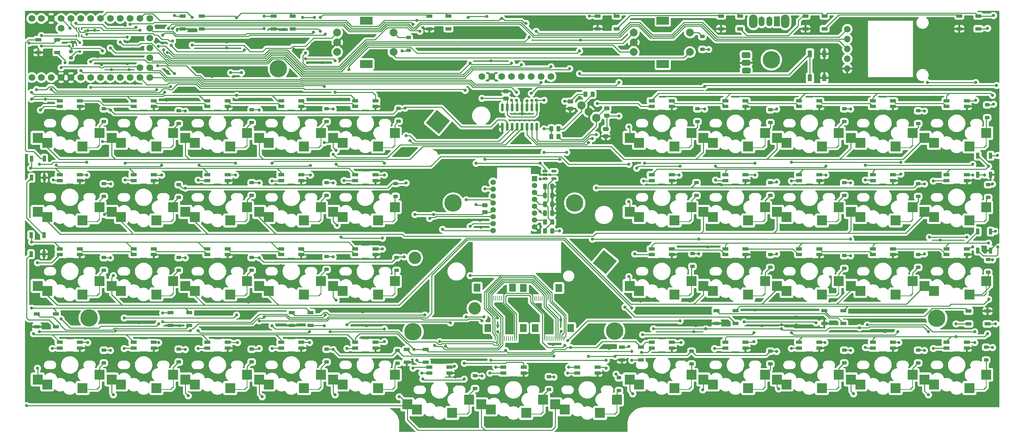
<source format=gbr>
%TF.GenerationSoftware,KiCad,Pcbnew,7.0.2*%
%TF.CreationDate,2023-05-02T20:53:08+02:00*%
%TF.ProjectId,Block,426c6f63-6b2e-46b6-9963-61645f706362,rev?*%
%TF.SameCoordinates,Original*%
%TF.FileFunction,Copper,L2,Bot*%
%TF.FilePolarity,Positive*%
%FSLAX46Y46*%
G04 Gerber Fmt 4.6, Leading zero omitted, Abs format (unit mm)*
G04 Created by KiCad (PCBNEW 7.0.2) date 2023-05-02 20:53:08*
%MOMM*%
%LPD*%
G01*
G04 APERTURE LIST*
G04 Aperture macros list*
%AMRoundRect*
0 Rectangle with rounded corners*
0 $1 Rounding radius*
0 $2 $3 $4 $5 $6 $7 $8 $9 X,Y pos of 4 corners*
0 Add a 4 corners polygon primitive as box body*
4,1,4,$2,$3,$4,$5,$6,$7,$8,$9,$2,$3,0*
0 Add four circle primitives for the rounded corners*
1,1,$1+$1,$2,$3*
1,1,$1+$1,$4,$5*
1,1,$1+$1,$6,$7*
1,1,$1+$1,$8,$9*
0 Add four rect primitives between the rounded corners*
20,1,$1+$1,$2,$3,$4,$5,0*
20,1,$1+$1,$4,$5,$6,$7,0*
20,1,$1+$1,$6,$7,$8,$9,0*
20,1,$1+$1,$8,$9,$2,$3,0*%
%AMRotRect*
0 Rectangle, with rotation*
0 The origin of the aperture is its center*
0 $1 length*
0 $2 width*
0 $3 Rotation angle, in degrees counterclockwise*
0 Add horizontal line*
21,1,$1,$2,0,0,$3*%
G04 Aperture macros list end*
%TA.AperFunction,SMDPad,CuDef*%
%ADD10RoundRect,0.225000X0.375000X-0.225000X0.375000X0.225000X-0.375000X0.225000X-0.375000X-0.225000X0*%
%TD*%
%TA.AperFunction,SMDPad,CuDef*%
%ADD11RoundRect,0.225000X-0.375000X0.225000X-0.375000X-0.225000X0.375000X-0.225000X0.375000X0.225000X0*%
%TD*%
%TA.AperFunction,SMDPad,CuDef*%
%ADD12R,2.550000X2.500000*%
%TD*%
%TA.AperFunction,SMDPad,CuDef*%
%ADD13R,2.600000X2.600000*%
%TD*%
%TA.AperFunction,SMDPad,CuDef*%
%ADD14RoundRect,0.062500X-0.265165X-0.353553X0.353553X0.265165X0.265165X0.353553X-0.353553X-0.265165X0*%
%TD*%
%TA.AperFunction,SMDPad,CuDef*%
%ADD15R,0.250000X4.000000*%
%TD*%
%TA.AperFunction,SMDPad,CuDef*%
%ADD16R,3.000000X0.250000*%
%TD*%
%TA.AperFunction,ComponentPad*%
%ADD17C,4.500000*%
%TD*%
%TA.AperFunction,SMDPad,CuDef*%
%ADD18RoundRect,0.082000X-0.718000X0.328000X-0.718000X-0.328000X0.718000X-0.328000X0.718000X0.328000X0*%
%TD*%
%TA.AperFunction,ComponentPad*%
%ADD19C,2.000000*%
%TD*%
%TA.AperFunction,ComponentPad*%
%ADD20R,3.200000X2.000000*%
%TD*%
%TA.AperFunction,ComponentPad*%
%ADD21C,3.200000*%
%TD*%
%TA.AperFunction,ComponentPad*%
%ADD22C,2.100000*%
%TD*%
%TA.AperFunction,ComponentPad*%
%ADD23RotRect,4.400000X4.400000X140.000000*%
%TD*%
%TA.AperFunction,ComponentPad*%
%ADD24C,1.752600*%
%TD*%
%TA.AperFunction,ComponentPad*%
%ADD25RoundRect,0.375000X0.756430X-0.361854X0.743341X0.388032X-0.756430X0.361854X-0.743341X-0.388032X0*%
%TD*%
%TA.AperFunction,ComponentPad*%
%ADD26C,1.700000*%
%TD*%
%TA.AperFunction,ComponentPad*%
%ADD27O,1.700000X1.700000*%
%TD*%
%TA.AperFunction,ComponentPad*%
%ADD28O,2.200000X3.500000*%
%TD*%
%TA.AperFunction,ComponentPad*%
%ADD29R,1.500000X2.500000*%
%TD*%
%TA.AperFunction,ComponentPad*%
%ADD30O,1.500000X2.500000*%
%TD*%
%TA.AperFunction,SMDPad,CuDef*%
%ADD31R,1.500000X0.900000*%
%TD*%
%TA.AperFunction,SMDPad,CuDef*%
%ADD32R,0.900000X1.500000*%
%TD*%
%TA.AperFunction,SMDPad,CuDef*%
%ADD33R,0.400000X0.650000*%
%TD*%
%TA.AperFunction,SMDPad,CuDef*%
%ADD34RoundRect,0.150000X-0.150000X0.175000X-0.150000X-0.175000X0.150000X-0.175000X0.150000X0.175000X0*%
%TD*%
%TA.AperFunction,SMDPad,CuDef*%
%ADD35RoundRect,0.250000X0.250000X0.475000X-0.250000X0.475000X-0.250000X-0.475000X0.250000X-0.475000X0*%
%TD*%
%TA.AperFunction,SMDPad,CuDef*%
%ADD36R,0.280000X1.250000*%
%TD*%
%TA.AperFunction,SMDPad,CuDef*%
%ADD37R,1.800000X2.000000*%
%TD*%
%TA.AperFunction,SMDPad,CuDef*%
%ADD38RoundRect,0.150000X0.150000X-0.825000X0.150000X0.825000X-0.150000X0.825000X-0.150000X-0.825000X0*%
%TD*%
%TA.AperFunction,SMDPad,CuDef*%
%ADD39RoundRect,0.250000X-0.475000X0.250000X-0.475000X-0.250000X0.475000X-0.250000X0.475000X0.250000X0*%
%TD*%
%TA.AperFunction,SMDPad,CuDef*%
%ADD40RoundRect,0.140000X-0.140000X-0.170000X0.140000X-0.170000X0.140000X0.170000X-0.140000X0.170000X0*%
%TD*%
%TA.AperFunction,SMDPad,CuDef*%
%ADD41RoundRect,0.250000X-0.262500X-0.450000X0.262500X-0.450000X0.262500X0.450000X-0.262500X0.450000X0*%
%TD*%
%TA.AperFunction,SMDPad,CuDef*%
%ADD42RoundRect,0.250000X0.450000X-0.262500X0.450000X0.262500X-0.450000X0.262500X-0.450000X-0.262500X0*%
%TD*%
%TA.AperFunction,SMDPad,CuDef*%
%ADD43RoundRect,0.218750X0.256250X-0.218750X0.256250X0.218750X-0.256250X0.218750X-0.256250X-0.218750X0*%
%TD*%
%TA.AperFunction,SMDPad,CuDef*%
%ADD44RoundRect,0.250000X-0.250000X-0.475000X0.250000X-0.475000X0.250000X0.475000X-0.250000X0.475000X0*%
%TD*%
%TA.AperFunction,SMDPad,CuDef*%
%ADD45RoundRect,0.250000X0.262500X0.450000X-0.262500X0.450000X-0.262500X-0.450000X0.262500X-0.450000X0*%
%TD*%
%TA.AperFunction,ComponentPad*%
%ADD46R,1.400000X1.400000*%
%TD*%
%TA.AperFunction,ComponentPad*%
%ADD47C,1.400000*%
%TD*%
%TA.AperFunction,SMDPad,CuDef*%
%ADD48RoundRect,0.150000X-0.512500X-0.150000X0.512500X-0.150000X0.512500X0.150000X-0.512500X0.150000X0*%
%TD*%
%TA.AperFunction,SMDPad,CuDef*%
%ADD49RoundRect,0.250000X0.475000X-0.250000X0.475000X0.250000X-0.475000X0.250000X-0.475000X-0.250000X0*%
%TD*%
%TA.AperFunction,SMDPad,CuDef*%
%ADD50R,1.100000X1.800000*%
%TD*%
%TA.AperFunction,ViaPad*%
%ADD51C,0.800000*%
%TD*%
%TA.AperFunction,Conductor*%
%ADD52C,0.250000*%
%TD*%
G04 APERTURE END LIST*
D10*
%TO.P,D82,1,K*%
%TO.N,Net-(D82-K)*%
X269965194Y-90625332D03*
%TO.P,D82,2,A*%
%TO.N,col7*%
X269965194Y-87325332D03*
%TD*%
%TO.P,D81,1,K*%
%TO.N,Net-(D81-K)*%
X269711194Y-109675332D03*
%TO.P,D81,2,A*%
%TO.N,col6*%
X269711194Y-106375332D03*
%TD*%
%TO.P,D80,1,K*%
%TO.N,Net-(D80-K)*%
X268695194Y-127963332D03*
%TO.P,D80,2,A*%
%TO.N,col5*%
X268695194Y-124663332D03*
%TD*%
%TO.P,D79,1,K*%
%TO.N,Net-(D79-K)*%
X268441194Y-153109332D03*
%TO.P,D79,2,A*%
%TO.N,col4*%
X268441194Y-149809332D03*
%TD*%
%TO.P,D78,1,K*%
%TO.N,Net-(D78-K)*%
X192709606Y-152925985D03*
%TO.P,D78,2,A*%
%TO.N,col3*%
X192709606Y-149625985D03*
%TD*%
%TO.P,D77,1,K*%
%TO.N,Net-(D77-K)*%
X192453194Y-128979332D03*
%TO.P,D77,2,A*%
%TO.N,col2*%
X192453194Y-125679332D03*
%TD*%
%TO.P,D76,1,K*%
%TO.N,Net-(D76-K)*%
X192201606Y-109878024D03*
%TO.P,D76,2,A*%
%TO.N,col1*%
X192201606Y-106578024D03*
%TD*%
%TO.P,D75,1,K*%
%TO.N,Net-(D75-K)*%
X192963606Y-90548063D03*
%TO.P,D75,2,A*%
%TO.N,col0*%
X192963606Y-87248063D03*
%TD*%
%TO.P,D43,1,K*%
%TO.N,Net-(D43-K)*%
X344895194Y-129487332D03*
%TO.P,D43,2,A*%
%TO.N,col7*%
X344895194Y-126187332D03*
%TD*%
D11*
%TO.P,D36,1,K*%
%TO.N,Net-(D36-K)*%
X195542806Y-68942668D03*
%TO.P,D36,2,A*%
%TO.N,col0*%
X195542806Y-72242668D03*
%TD*%
%TO.P,D35,1,K*%
%TO.N,Net-(D35-K)*%
X271276806Y-68688668D03*
%TO.P,D35,2,A*%
%TO.N,col7*%
X271276806Y-71988668D03*
%TD*%
D10*
%TO.P,D34,1,K*%
%TO.N,Net-(D34-K)*%
X344387194Y-152093332D03*
%TO.P,D34,2,A*%
%TO.N,col7*%
X344387194Y-148793332D03*
%TD*%
%TO.P,D33,1,K*%
%TO.N,Net-(D33-K)*%
X344895194Y-110183332D03*
%TO.P,D33,2,A*%
%TO.N,col7*%
X344895194Y-106883332D03*
%TD*%
%TO.P,D32,1,K*%
%TO.N,Net-(D32-K)*%
X344641194Y-89609332D03*
%TO.P,D32,2,A*%
%TO.N,col7*%
X344641194Y-86309332D03*
%TD*%
%TO.P,D31,1,K*%
%TO.N,Net-(D31-K)*%
X326861194Y-152855332D03*
%TO.P,D31,2,A*%
%TO.N,col6*%
X326861194Y-149555332D03*
%TD*%
%TO.P,D30,1,K*%
%TO.N,Net-(D30-K)*%
X326861194Y-128217332D03*
%TO.P,D30,2,A*%
%TO.N,col6*%
X326861194Y-124917332D03*
%TD*%
%TO.P,D29,1,K*%
%TO.N,Net-(D29-K)*%
X326861194Y-109929332D03*
%TO.P,D29,2,A*%
%TO.N,col6*%
X326861194Y-106629332D03*
%TD*%
%TO.P,D28,1,K*%
%TO.N,Net-(D28-K)*%
X326861194Y-91133332D03*
%TO.P,D28,2,A*%
%TO.N,col6*%
X326861194Y-87833332D03*
%TD*%
%TO.P,D27,1,K*%
%TO.N,Net-(D27-K)*%
X307811194Y-128471332D03*
%TO.P,D27,2,A*%
%TO.N,col5*%
X307811194Y-125171332D03*
%TD*%
%TO.P,D26,1,K*%
%TO.N,Net-(D26-K)*%
X307811194Y-152855332D03*
%TO.P,D26,2,A*%
%TO.N,col5*%
X307811194Y-149555332D03*
%TD*%
%TO.P,D25,1,K*%
%TO.N,Net-(D25-K)*%
X307811194Y-109675332D03*
%TO.P,D25,2,A*%
%TO.N,col5*%
X307811194Y-106375332D03*
%TD*%
%TO.P,D24,1,K*%
%TO.N,Net-(D24-K)*%
X307811194Y-90625332D03*
%TO.P,D24,2,A*%
%TO.N,col5*%
X307811194Y-87325332D03*
%TD*%
%TO.P,D23,1,K*%
%TO.N,Net-(D23-K)*%
X288761194Y-128217332D03*
%TO.P,D23,2,A*%
%TO.N,col4*%
X288761194Y-124917332D03*
%TD*%
%TO.P,D22,1,K*%
%TO.N,Net-(D22-K)*%
X249751194Y-159967332D03*
%TO.P,D22,2,A*%
%TO.N,col4*%
X249751194Y-156667332D03*
%TD*%
%TO.P,D21,1,K*%
%TO.N,Net-(D21-K)*%
X288761194Y-153109332D03*
%TO.P,D21,2,A*%
%TO.N,col4*%
X288761194Y-149809332D03*
%TD*%
%TO.P,D20,1,K*%
%TO.N,Net-(D20-K)*%
X174419194Y-128725332D03*
%TO.P,D20,2,A*%
%TO.N,col3*%
X174419194Y-125425332D03*
%TD*%
%TO.P,D19,1,K*%
%TO.N,Net-(D19-K)*%
X288761194Y-109675332D03*
%TO.P,D19,2,A*%
%TO.N,col4*%
X288761194Y-106375332D03*
%TD*%
%TO.P,D18,1,K*%
%TO.N,Net-(D18-K)*%
X288761194Y-90879332D03*
%TO.P,D18,2,A*%
%TO.N,col4*%
X288761194Y-87579332D03*
%TD*%
%TO.P,D17,1,K*%
%TO.N,Net-(D17-K)*%
X231717194Y-159713332D03*
%TO.P,D17,2,A*%
%TO.N,col3*%
X231717194Y-156413332D03*
%TD*%
%TO.P,D16,1,K*%
%TO.N,Net-(D16-K)*%
X174419194Y-152601332D03*
%TO.P,D16,2,A*%
%TO.N,col3*%
X174419194Y-149301332D03*
%TD*%
%TO.P,D15,1,K*%
%TO.N,Net-(D15-K)*%
X155115194Y-128979332D03*
%TO.P,D15,2,A*%
%TO.N,col2*%
X155115194Y-125679332D03*
%TD*%
%TO.P,D14,1,K*%
%TO.N,Net-(D14-K)*%
X174419194Y-109675332D03*
%TO.P,D14,2,A*%
%TO.N,col3*%
X174419194Y-106375332D03*
%TD*%
%TO.P,D13,1,K*%
%TO.N,Net-(D13-K)*%
X174419194Y-90625332D03*
%TO.P,D13,2,A*%
%TO.N,col3*%
X174419194Y-87325332D03*
%TD*%
%TO.P,D12,1,K*%
%TO.N,Net-(D12-K)*%
X212667194Y-159459332D03*
%TO.P,D12,2,A*%
%TO.N,col2*%
X212667194Y-156159332D03*
%TD*%
%TO.P,D11,1,K*%
%TO.N,Net-(D11-K)*%
X155115194Y-152601332D03*
%TO.P,D11,2,A*%
%TO.N,col2*%
X155115194Y-149301332D03*
%TD*%
%TO.P,D10,1,K*%
%TO.N,Net-(D10-K)*%
X136319194Y-128979332D03*
%TO.P,D10,2,A*%
%TO.N,col1*%
X136319194Y-125679332D03*
%TD*%
%TO.P,D9,1,K*%
%TO.N,Net-(D9-K)*%
X155115194Y-109675332D03*
%TO.P,D9,2,A*%
%TO.N,col2*%
X155115194Y-106375332D03*
%TD*%
%TO.P,D8,1,K*%
%TO.N,Net-(D8-K)*%
X155115194Y-90879332D03*
%TO.P,D8,2,A*%
%TO.N,col2*%
X155115194Y-87579332D03*
%TD*%
%TO.P,D7,1,K*%
%TO.N,Net-(D7-K)*%
X136319194Y-152601332D03*
%TO.P,D7,2,A*%
%TO.N,col1*%
X136319194Y-149301332D03*
%TD*%
%TO.P,D6,1,K*%
%TO.N,Net-(D6-K)*%
X117015194Y-128979332D03*
%TO.P,D6,2,A*%
%TO.N,col0*%
X117015194Y-125679332D03*
%TD*%
%TO.P,D5,1,K*%
%TO.N,Net-(D5-K)*%
X136319194Y-110183332D03*
%TO.P,D5,2,A*%
%TO.N,col1*%
X136319194Y-106883332D03*
%TD*%
%TO.P,D4,1,K*%
%TO.N,Net-(D4-K)*%
X136319194Y-91133332D03*
%TO.P,D4,2,A*%
%TO.N,col1*%
X136319194Y-87833332D03*
%TD*%
%TO.P,D3,1,K*%
%TO.N,Net-(D3-K)*%
X117015194Y-152855332D03*
%TO.P,D3,2,A*%
%TO.N,col0*%
X117015194Y-149555332D03*
%TD*%
%TO.P,D2,1,K*%
%TO.N,Net-(D2-K)*%
X117015194Y-109929332D03*
%TO.P,D2,2,A*%
%TO.N,col0*%
X117015194Y-106629332D03*
%TD*%
%TO.P,D1,1,K*%
%TO.N,Net-(D1-K)*%
X117015194Y-90625332D03*
%TO.P,D1,2,A*%
%TO.N,col0*%
X117015194Y-87325332D03*
%TD*%
D12*
%TO.P,SW20,1,1*%
%TO.N,row_2*%
X159480256Y-134325308D03*
D13*
X157049668Y-132992000D03*
D14*
%TO.P,SW20,2,2*%
%TO.N,Net-(D20-K)*%
X172677012Y-135250024D03*
D15*
X172968015Y-132990412D03*
D12*
X172944668Y-131782000D03*
D16*
X170906256Y-135539347D03*
D13*
X168597257Y-135195308D03*
%TD*%
D12*
%TO.P,SW25,1,1*%
%TO.N,row_1*%
X292948588Y-115227308D03*
D13*
X290518000Y-113894000D03*
D14*
%TO.P,SW25,2,2*%
%TO.N,Net-(D25-K)*%
X306145344Y-116152024D03*
D15*
X306436347Y-113892412D03*
D12*
X306413000Y-112684000D03*
D16*
X304374588Y-116441347D03*
D13*
X302065589Y-116097308D03*
%TD*%
D17*
%TO.P,H10,1*%
%TO.N,N/C*%
X238354380Y-111634942D03*
%TD*%
D18*
%TO.P,D68,1,VDD*%
%TO.N,LED_PWR*%
X181797588Y-104314000D03*
%TO.P,D68,2,DOUT*%
%TO.N,Net-(D68-DOUT)*%
X181797588Y-105814000D03*
%TO.P,D68,3,VSS*%
%TO.N,GND*%
X186997588Y-105814000D03*
%TO.P,D68,4,DIN*%
%TO.N,Net-(D61-DOUT)*%
X186997588Y-104314000D03*
%TD*%
D12*
%TO.P,SW21,1,1*%
%TO.N,row_3*%
X273939922Y-158447308D03*
D13*
X271509334Y-157114000D03*
D14*
%TO.P,SW21,2,2*%
%TO.N,Net-(D21-K)*%
X287136678Y-159372024D03*
D15*
X287427681Y-157112412D03*
D12*
X287404334Y-155904000D03*
D16*
X285365922Y-159661347D03*
D13*
X283056923Y-159317308D03*
%TD*%
D12*
%TO.P,SW9,1,1*%
%TO.N,row_1*%
X140451588Y-115227308D03*
D13*
X138021000Y-113894000D03*
D14*
%TO.P,SW9,2,2*%
%TO.N,Net-(D9-K)*%
X153648344Y-116152024D03*
D15*
X153939347Y-113892412D03*
D12*
X153916000Y-112684000D03*
D16*
X151877588Y-116441347D03*
D13*
X149568589Y-116097308D03*
%TD*%
D18*
%TO.P,D85,1,VDD*%
%TO.N,LED_PWR*%
X143696000Y-147534000D03*
%TO.P,D85,2,DOUT*%
%TO.N,Net-(D41-DIN)*%
X143696000Y-149034000D03*
%TO.P,D85,3,VSS*%
%TO.N,GND*%
X148896000Y-149034000D03*
%TO.P,D85,4,DIN*%
%TO.N,Net-(D84-DOUT)*%
X148896000Y-147534000D03*
%TD*%
%TO.P,D51,1,VDD*%
%TO.N,LED_PWR*%
X296193000Y-147534000D03*
%TO.P,D51,2,DOUT*%
%TO.N,Net-(D51-DOUT)*%
X296193000Y-149034000D03*
%TO.P,D51,3,VSS*%
%TO.N,GND*%
X301393000Y-149034000D03*
%TO.P,D51,4,DIN*%
%TO.N,Net-(D45-DOUT)*%
X301393000Y-147534000D03*
%TD*%
%TO.P,D73,1,VDD*%
%TO.N,LED_PWR*%
X239014000Y-153946039D03*
%TO.P,D73,2,DOUT*%
%TO.N,Net-(D73-DOUT)*%
X239014000Y-155446039D03*
%TO.P,D73,3,VSS*%
%TO.N,GND*%
X244214000Y-155446039D03*
%TO.P,D73,4,DIN*%
%TO.N,Net-(D66-DOUT)*%
X244214000Y-153946039D03*
%TD*%
D19*
%TO.P,SW47,A,A*%
%TO.N,EncR_2*%
X253553588Y-67688000D03*
%TO.P,SW47,B,B*%
%TO.N,EncL_2*%
X253553588Y-72688000D03*
%TO.P,SW47,C,C*%
%TO.N,GND*%
X253553588Y-70188000D03*
D20*
%TO.P,SW47,MP*%
%TO.N,N/C*%
X261053588Y-64588000D03*
X261053588Y-75788000D03*
D19*
%TO.P,SW47,S1,S1*%
%TO.N,row_5*%
X268053588Y-72688000D03*
%TO.P,SW47,S2,S2*%
%TO.N,Net-(D35-K)*%
X268053588Y-67688000D03*
%TD*%
D12*
%TO.P,SW5,1,1*%
%TO.N,row_1*%
X121422922Y-115227308D03*
D13*
X118992334Y-113894000D03*
D14*
%TO.P,SW5,2,2*%
%TO.N,Net-(D5-K)*%
X134619678Y-116152024D03*
D15*
X134910681Y-113892412D03*
D12*
X134887334Y-112684000D03*
D16*
X132848922Y-116441347D03*
D13*
X130539923Y-116097308D03*
%TD*%
D18*
%TO.P,D61,1,VDD*%
%TO.N,LED_PWR*%
X162724668Y-104314000D03*
%TO.P,D61,2,DOUT*%
%TO.N,Net-(D61-DOUT)*%
X162724668Y-105814000D03*
%TO.P,D61,3,VSS*%
%TO.N,GND*%
X167924668Y-105814000D03*
%TO.P,D61,4,DIN*%
%TO.N,Net-(D54-DOUT)*%
X167924668Y-104314000D03*
%TD*%
%TO.P,D48,1,VDD*%
%TO.N,LED_PWR*%
X143696000Y-123412000D03*
%TO.P,D48,2,DOUT*%
%TO.N,Net-(D48-DOUT)*%
X143696000Y-124912000D03*
%TO.P,D48,3,VSS*%
%TO.N,GND*%
X148896000Y-124912000D03*
%TO.P,D48,4,DIN*%
%TO.N,Net-(D48-DIN)*%
X148896000Y-123412000D03*
%TD*%
D21*
%TO.P,SW36,*%
%TO.N,*%
X212605591Y-138748921D03*
X197142253Y-125773243D03*
D22*
%TO.P,SW36,A,A*%
%TO.N,Net-(R4-Pad2)*%
X243898286Y-89641140D03*
%TO.P,SW36,B,B*%
%TO.N,Net-(R6-Pad1)*%
X240068064Y-86427202D03*
%TO.P,SW36,C,C*%
%TO.N,GND*%
X241983175Y-88034171D03*
D23*
%TO.P,SW36,MP*%
%TO.N,N/C*%
X246119859Y-126812704D03*
X203092754Y-90711665D03*
%TD*%
D12*
%TO.P,SW27,1,1*%
%TO.N,row_2*%
X292948588Y-134325308D03*
D13*
X290518000Y-132992000D03*
D14*
%TO.P,SW27,2,2*%
%TO.N,Net-(D27-K)*%
X306145344Y-135250024D03*
D15*
X306436347Y-132990412D03*
D12*
X306413000Y-131782000D03*
D16*
X304374588Y-135539347D03*
D13*
X302065589Y-135195308D03*
%TD*%
D17*
%TO.P,H8,1*%
%TO.N,N/C*%
X113226000Y-141252000D03*
%TD*%
D18*
%TO.P,D60,1,VDD*%
%TO.N,LED_PWR*%
X143696000Y-85230039D03*
%TO.P,D60,2,DOUT*%
%TO.N,Net-(D60-DOUT)*%
X143696000Y-86730039D03*
%TO.P,D60,3,VSS*%
%TO.N,GND*%
X148896000Y-86730039D03*
%TO.P,D60,4,DIN*%
%TO.N,Net-(D53-DOUT)*%
X148896000Y-85230039D03*
%TD*%
%TO.P,D52,1,VDD*%
%TO.N,LED_PWR*%
X181797588Y-147534000D03*
%TO.P,D52,2,DOUT*%
%TO.N,Net-(D52-DOUT)*%
X181797588Y-149034000D03*
%TO.P,D52,3,VSS*%
%TO.N,GND*%
X186997588Y-149034000D03*
%TO.P,D52,4,DIN*%
%TO.N,Net-(D41-DOUT)*%
X186997588Y-147534000D03*
%TD*%
D12*
%TO.P,SW22,1,1*%
%TO.N,row_5*%
X235769588Y-164859347D03*
D13*
X233339000Y-163526039D03*
D14*
%TO.P,SW22,2,2*%
%TO.N,Net-(D22-K)*%
X248966344Y-165784063D03*
D15*
X249257347Y-163524451D03*
D12*
X249234000Y-162316039D03*
D16*
X247195588Y-166073386D03*
D13*
X244886589Y-165729347D03*
%TD*%
D12*
%TO.P,SW43,1,1*%
%TO.N,row_4*%
X254961588Y-134325308D03*
D13*
X252531000Y-132992000D03*
D14*
%TO.P,SW43,2,2*%
%TO.N,Net-(D80-K)*%
X268158344Y-135250024D03*
D15*
X268449347Y-132990412D03*
D12*
X268426000Y-131782000D03*
D16*
X266387588Y-135539347D03*
D13*
X264078589Y-135195308D03*
%TD*%
D12*
%TO.P,SW8,1,1*%
%TO.N,row_0*%
X140451588Y-96143347D03*
D13*
X138021000Y-94810039D03*
D14*
%TO.P,SW8,2,2*%
%TO.N,Net-(D8-K)*%
X153648344Y-97068063D03*
D15*
X153939347Y-94808451D03*
D12*
X153916000Y-93600039D03*
D16*
X151877588Y-97357386D03*
D13*
X149568589Y-97013347D03*
%TD*%
D18*
%TO.P,D45,1,VDD*%
%TO.N,LED_PWR*%
X277184334Y-147534000D03*
%TO.P,D45,2,DOUT*%
%TO.N,Net-(D45-DOUT)*%
X277184334Y-149034000D03*
%TO.P,D45,3,VSS*%
%TO.N,GND*%
X282384334Y-149034000D03*
%TO.P,D45,4,DIN*%
%TO.N,Net-(D45-DIN)*%
X282384334Y-147534000D03*
%TD*%
%TO.P,D87,1,VDD*%
%TO.N,LED_PWR*%
X277184334Y-85230039D03*
%TO.P,D87,2,DOUT*%
%TO.N,Net-(D87-DOUT)*%
X277184334Y-86730039D03*
%TO.P,D87,3,VSS*%
%TO.N,GND*%
X282384334Y-86730039D03*
%TO.P,D87,4,DIN*%
%TO.N,Net-(D71-DOUT)*%
X282384334Y-85230039D03*
%TD*%
%TO.P,D46,1,VDD*%
%TO.N,LED_PWR*%
X181797588Y-85230039D03*
%TO.P,D46,2,DOUT*%
%TO.N,Net-(D46-DOUT)*%
X181797588Y-86730039D03*
%TO.P,D46,3,VSS*%
%TO.N,GND*%
X186997588Y-86730039D03*
%TO.P,D46,4,DIN*%
%TO.N,LED_DO*%
X186997588Y-85230039D03*
%TD*%
%TO.P,D88,1,VDD*%
%TO.N,LED_PWR*%
X315201666Y-123412000D03*
%TO.P,D88,2,DOUT*%
%TO.N,Net-(D42-DIN)*%
X315201666Y-124912000D03*
%TO.P,D88,3,VSS*%
%TO.N,GND*%
X320401666Y-124912000D03*
%TO.P,D88,4,DIN*%
%TO.N,Net-(D72-DOUT)*%
X320401666Y-123412000D03*
%TD*%
D12*
%TO.P,SW46,1,1*%
%TO.N,row_2*%
X330965922Y-134325308D03*
D13*
X328535334Y-132992000D03*
D14*
%TO.P,SW46,2,2*%
%TO.N,Net-(D43-K)*%
X344162678Y-135250024D03*
D15*
X344453681Y-132990412D03*
D12*
X344430334Y-131782000D03*
D16*
X342391922Y-135539347D03*
D13*
X340082923Y-135195308D03*
%TD*%
D12*
%TO.P,SW41,1,1*%
%TO.N,row_4*%
X178555588Y-158444000D03*
D13*
X176125000Y-157110692D03*
D14*
%TO.P,SW41,2,2*%
%TO.N,Net-(D78-K)*%
X191752344Y-159368716D03*
D15*
X192043347Y-157109104D03*
D12*
X192020000Y-155900692D03*
D16*
X189981588Y-159658039D03*
D13*
X187672589Y-159314000D03*
%TD*%
D12*
%TO.P,SW1,1,1*%
%TO.N,row_0*%
X102394256Y-96143347D03*
D13*
X99963668Y-94810039D03*
D14*
%TO.P,SW1,2,2*%
%TO.N,Net-(D1-K)*%
X115591012Y-97068063D03*
D15*
X115882015Y-94808451D03*
D12*
X115858668Y-93600039D03*
D16*
X113820256Y-97357386D03*
D13*
X111511257Y-97013347D03*
%TD*%
D24*
%TO.P,U1,1,TX0/PD3*%
%TO.N,row_5*%
X100874750Y-79276000D03*
%TO.P,U1,2,RX1/PD2*%
%TO.N,NCS*%
X103414750Y-79276000D03*
%TO.P,U1,3,GND*%
%TO.N,GND*%
X105954750Y-79276000D03*
%TO.P,U1,4,GND*%
X108494750Y-79276000D03*
%TO.P,U1,5,2/PD1*%
%TO.N,SDA*%
X111034750Y-79276000D03*
%TO.P,U1,6,3/PD0*%
%TO.N,SCL*%
X113574750Y-79276000D03*
%TO.P,U1,7,4/PD4*%
%TO.N,row_0*%
X116114750Y-79276000D03*
%TO.P,U1,8,5/PC6*%
%TO.N,row_1*%
X118654750Y-79276000D03*
%TO.P,U1,9,6/PD7*%
%TO.N,row_2*%
X121194750Y-79276000D03*
%TO.P,U1,10,7/PE6*%
%TO.N,row_3*%
X123734750Y-79276000D03*
%TO.P,U1,11,8/PB4*%
%TO.N,row_4*%
X126274750Y-79276000D03*
%TO.P,U1,12,9/PB5*%
%TO.N,SR_CS*%
X128814750Y-79256000D03*
%TO.P,U1,13,10/PB6*%
%TO.N,NCS_2*%
X128814750Y-64036000D03*
%TO.P,U1,14,16/PB2*%
%TO.N,MOSI*%
X126274750Y-64036000D03*
%TO.P,U1,15,14/PB3*%
%TO.N,MISO*%
X123734750Y-64036000D03*
%TO.P,U1,16,15/PB1*%
%TO.N,SCLK*%
X121194750Y-64036000D03*
%TO.P,U1,17,A0/PF7*%
%TO.N,TFT_CS*%
X118654750Y-64036000D03*
%TO.P,U1,18,A1/PF6*%
%TO.N,EncR_1*%
X116114750Y-64036000D03*
%TO.P,U1,19,A2/PF5*%
%TO.N,EncR*%
X113574750Y-64036000D03*
%TO.P,U1,20,A3/PF4*%
%TO.N,EncL*%
X111034750Y-64036000D03*
%TO.P,U1,21,VCC*%
%TO.N,VCC*%
X108494750Y-64036000D03*
%TO.P,U1,22,RST*%
%TO.N,RESET*%
X105954750Y-64036000D03*
%TO.P,U1,23,GND*%
%TO.N,GND*%
X103414750Y-64036000D03*
%TO.P,U1,24,B0*%
%TO.N,RAW*%
X100874750Y-64036000D03*
%TO.P,U1,25,B7*%
%TO.N,TFT_RST*%
X128814750Y-76736000D03*
%TO.P,U1,26,D5*%
%TO.N,TFT_BL*%
X128814750Y-74196000D03*
%TO.P,U1,27,C7*%
%TO.N,TFT_DC*%
X128814750Y-71656000D03*
%TO.P,U1,28,F1*%
%TO.N,LED_3V3*%
X128814750Y-69116000D03*
%TO.P,U1,29,F0*%
%TO.N,GPIO16*%
X128814750Y-66576000D03*
%TO.P,U1,30,RGB*%
%TO.N,LED_5V*%
X105954750Y-66536000D03*
X126274750Y-76736000D03*
%TO.P,U1,31,GPIO10*%
%TO.N,EncR_2*%
X98444750Y-79256000D03*
%TO.P,U1,32,GPIO11*%
%TO.N,EncL_2*%
X98444750Y-64016000D03*
%TD*%
D12*
%TO.P,SW33,1,1*%
%TO.N,row_1*%
X330965922Y-115227308D03*
D13*
X328535334Y-113894000D03*
D14*
%TO.P,SW33,2,2*%
%TO.N,Net-(D33-K)*%
X344162678Y-116152024D03*
D15*
X344453681Y-113892412D03*
D12*
X344430334Y-112684000D03*
D16*
X342391922Y-116441347D03*
D13*
X340082923Y-116097308D03*
%TD*%
D25*
%TO.P,J4,1,Pin_1*%
%TO.N,bat+*%
X282503095Y-73466305D03*
%TO.P,J4,2,Pin_2*%
%TO.N,GND*%
X282538000Y-75466000D03*
%TO.P,J4,3,Pin_3*%
%TO.N,bat+*%
X282572905Y-77465695D03*
%TD*%
D17*
%TO.P,H9,1*%
%TO.N,N/C*%
X207033286Y-111634942D03*
%TD*%
D12*
%TO.P,SW26,1,1*%
%TO.N,row_3*%
X292948588Y-158447308D03*
D13*
X290518000Y-157114000D03*
D14*
%TO.P,SW26,2,2*%
%TO.N,Net-(D26-K)*%
X306145344Y-159372024D03*
D15*
X306436347Y-157112412D03*
D12*
X306413000Y-155904000D03*
D16*
X304374588Y-159661347D03*
D13*
X302065589Y-159317308D03*
%TD*%
D18*
%TO.P,D47,1,VDD*%
%TO.N,LED_PWR*%
X124667334Y-104314000D03*
%TO.P,D47,2,DOUT*%
%TO.N,Net-(D47-DOUT)*%
X124667334Y-105814000D03*
%TO.P,D47,3,VSS*%
%TO.N,GND*%
X129867334Y-105814000D03*
%TO.P,D47,4,DIN*%
%TO.N,Net-(D47-DIN)*%
X129867334Y-104314000D03*
%TD*%
%TO.P,D63,1,VDD*%
%TO.N,LED_PWR*%
X258206000Y-104314000D03*
%TO.P,D63,2,DOUT*%
%TO.N,Net-(D63-DOUT)*%
X258206000Y-105814000D03*
%TO.P,D63,3,VSS*%
%TO.N,GND*%
X263406000Y-105814000D03*
%TO.P,D63,4,DIN*%
%TO.N,Net-(D56-DOUT)*%
X263406000Y-104314000D03*
%TD*%
D19*
%TO.P,SW48,A,A*%
%TO.N,EncR_1*%
X177147588Y-67688000D03*
%TO.P,SW48,B,B*%
%TO.N,EncL_1*%
X177147588Y-72688000D03*
%TO.P,SW48,C,C*%
%TO.N,GND*%
X177147588Y-70188000D03*
D20*
%TO.P,SW48,MP*%
%TO.N,N/C*%
X184647588Y-64588000D03*
X184647588Y-75788000D03*
D19*
%TO.P,SW48,S1,S1*%
%TO.N,row_5*%
X191647588Y-72688000D03*
%TO.P,SW48,S2,S2*%
%TO.N,Net-(D36-K)*%
X191647588Y-67688000D03*
%TD*%
D18*
%TO.P,D55,1,VDD*%
%TO.N,LED_PWR*%
X124667334Y-123412000D03*
%TO.P,D55,2,DOUT*%
%TO.N,Net-(D55-DOUT)*%
X124667334Y-124912000D03*
%TO.P,D55,3,VSS*%
%TO.N,GND*%
X129867334Y-124912000D03*
%TO.P,D55,4,DIN*%
%TO.N,Net-(D48-DOUT)*%
X129867334Y-123412000D03*
%TD*%
%TO.P,D59,1,VDD*%
%TO.N,LED_PWR*%
X200906000Y-153946039D03*
%TO.P,D59,2,DOUT*%
%TO.N,Net-(D59-DOUT)*%
X200906000Y-155446039D03*
%TO.P,D59,3,VSS*%
%TO.N,GND*%
X206106000Y-155446039D03*
%TO.P,D59,4,DIN*%
%TO.N,Net-(D52-DOUT)*%
X206106000Y-153946039D03*
%TD*%
D12*
%TO.P,SW23,1,1*%
%TO.N,row_2*%
X273939922Y-134325308D03*
D13*
X271509334Y-132992000D03*
D14*
%TO.P,SW23,2,2*%
%TO.N,Net-(D23-K)*%
X287136678Y-135250024D03*
D15*
X287427681Y-132990412D03*
D12*
X287404334Y-131782000D03*
D16*
X285365922Y-135539347D03*
D13*
X283056923Y-135195308D03*
%TD*%
D12*
%TO.P,SW7,1,1*%
%TO.N,row_3*%
X121422922Y-158447308D03*
D13*
X118992334Y-157114000D03*
D14*
%TO.P,SW7,2,2*%
%TO.N,Net-(D7-K)*%
X134619678Y-159372024D03*
D15*
X134910681Y-157112412D03*
D12*
X134887334Y-155904000D03*
D16*
X132848922Y-159661347D03*
D13*
X130539923Y-159317308D03*
%TD*%
D12*
%TO.P,SW34,1,1*%
%TO.N,row_3*%
X330965922Y-158447308D03*
D13*
X328535334Y-157114000D03*
D14*
%TO.P,SW34,2,2*%
%TO.N,Net-(D34-K)*%
X344162678Y-159372024D03*
D15*
X344453681Y-157112412D03*
D12*
X344430334Y-155904000D03*
D16*
X342391922Y-159661347D03*
D13*
X340082923Y-159317308D03*
%TD*%
D17*
%TO.P,H3,1*%
%TO.N,N/C*%
X331656496Y-141337717D03*
%TD*%
D18*
%TO.P,D54,1,VDD*%
%TO.N,LED_PWR*%
X143696000Y-104314000D03*
%TO.P,D54,2,DOUT*%
%TO.N,Net-(D54-DOUT)*%
X143696000Y-105814000D03*
%TO.P,D54,3,VSS*%
%TO.N,GND*%
X148896000Y-105814000D03*
%TO.P,D54,4,DIN*%
%TO.N,Net-(D47-DOUT)*%
X148896000Y-104314000D03*
%TD*%
D12*
%TO.P,SW29,1,1*%
%TO.N,row_1*%
X311957254Y-115227308D03*
D13*
X309526666Y-113894000D03*
D14*
%TO.P,SW29,2,2*%
%TO.N,Net-(D29-K)*%
X325154010Y-116152024D03*
D15*
X325445013Y-113892412D03*
D12*
X325421666Y-112684000D03*
D16*
X323383254Y-116441347D03*
D13*
X321074255Y-116097308D03*
%TD*%
D18*
%TO.P,D41,1,VDD*%
%TO.N,LED_PWR*%
X162724668Y-147534000D03*
%TO.P,D41,2,DOUT*%
%TO.N,Net-(D41-DOUT)*%
X162724668Y-149034000D03*
%TO.P,D41,3,VSS*%
%TO.N,GND*%
X167924668Y-149034000D03*
%TO.P,D41,4,DIN*%
%TO.N,Net-(D41-DIN)*%
X167924668Y-147534000D03*
%TD*%
%TO.P,D62,1,VDD*%
%TO.N,LED_PWR*%
X105638668Y-123412000D03*
%TO.P,D62,2,DOUT*%
%TO.N,Net-(D62-DOUT)*%
X105638668Y-124912000D03*
%TO.P,D62,3,VSS*%
%TO.N,GND*%
X110838668Y-124912000D03*
%TO.P,D62,4,DIN*%
%TO.N,Net-(D55-DOUT)*%
X110838668Y-123412000D03*
%TD*%
D12*
%TO.P,SW11,1,1*%
%TO.N,row_3*%
X140451588Y-158447308D03*
D13*
X138021000Y-157114000D03*
D14*
%TO.P,SW11,2,2*%
%TO.N,Net-(D11-K)*%
X153648344Y-159372024D03*
D15*
X153939347Y-157112412D03*
D12*
X153916000Y-155904000D03*
D16*
X151877588Y-159661347D03*
D13*
X149568589Y-159317308D03*
%TD*%
D12*
%TO.P,SW31,1,1*%
%TO.N,row_3*%
X311957254Y-158447308D03*
D13*
X309526666Y-157114000D03*
D14*
%TO.P,SW31,2,2*%
%TO.N,Net-(D31-K)*%
X325154010Y-159372024D03*
D15*
X325445013Y-157112412D03*
D12*
X325421666Y-155904000D03*
D16*
X323383254Y-159661347D03*
D13*
X321074255Y-159317308D03*
%TD*%
D18*
%TO.P,D89,1,VDD*%
%TO.N,LED_PWR*%
X258206000Y-147534000D03*
%TO.P,D89,2,DOUT*%
%TO.N,Net-(D45-DIN)*%
X258206000Y-149034000D03*
%TO.P,D89,3,VSS*%
%TO.N,GND*%
X263406000Y-149034000D03*
%TO.P,D89,4,DIN*%
%TO.N,Net-(D73-DOUT)*%
X263406000Y-147534000D03*
%TD*%
D12*
%TO.P,SW15,1,1*%
%TO.N,row_2*%
X140451588Y-134325308D03*
D13*
X138021000Y-132992000D03*
D14*
%TO.P,SW15,2,2*%
%TO.N,Net-(D15-K)*%
X153648344Y-135250024D03*
D15*
X153939347Y-132990412D03*
D12*
X153916000Y-131782000D03*
D16*
X151877588Y-135539347D03*
D13*
X149568589Y-135195308D03*
%TD*%
D24*
%TO.P,J5,1,Pin_1*%
%TO.N,VCC*%
X214465999Y-79021999D03*
%TO.P,J5,2,Pin_2*%
%TO.N,GND*%
X217006001Y-79022000D03*
%TO.P,J5,3,Pin_3*%
%TO.N,MOSI*%
X219545999Y-79021999D03*
%TO.P,J5,4,Pin_4*%
%TO.N,SCLK*%
X222085999Y-79021999D03*
%TO.P,J5,5,Pin_5*%
%TO.N,TFT_CS*%
X224626000Y-79022000D03*
%TO.P,J5,6,Pin_6*%
%TO.N,TFT_DC*%
X227166000Y-79022001D03*
%TO.P,J5,7,Pin_7*%
%TO.N,TFT_RST*%
X229706000Y-79022000D03*
%TO.P,J5,8,Pin_8*%
%TO.N,TFT_BL*%
X232245999Y-79022000D03*
%TD*%
D12*
%TO.P,SW13,1,1*%
%TO.N,row_0*%
X159480256Y-96143347D03*
D13*
X157049668Y-94810039D03*
D14*
%TO.P,SW13,2,2*%
%TO.N,Net-(D13-K)*%
X172677012Y-97068063D03*
D15*
X172968015Y-94808451D03*
D12*
X172944668Y-93600039D03*
D16*
X170906256Y-97357386D03*
D13*
X168597257Y-97013347D03*
%TD*%
D12*
%TO.P,SW16,1,1*%
%TO.N,row_3*%
X159480256Y-158447308D03*
D13*
X157049668Y-157114000D03*
D14*
%TO.P,SW16,2,2*%
%TO.N,Net-(D16-K)*%
X172677012Y-159372024D03*
D15*
X172968015Y-157112412D03*
D12*
X172944668Y-155904000D03*
D16*
X170906256Y-159661347D03*
D13*
X168597257Y-159317308D03*
%TD*%
D12*
%TO.P,SW24,1,1*%
%TO.N,row_0*%
X292948588Y-96143347D03*
D13*
X290518000Y-94810039D03*
D14*
%TO.P,SW24,2,2*%
%TO.N,Net-(D24-K)*%
X306145344Y-97068063D03*
D15*
X306436347Y-94808451D03*
D12*
X306413000Y-93600039D03*
D16*
X304374588Y-97357386D03*
D13*
X302065589Y-97013347D03*
%TD*%
D18*
%TO.P,D53,1,VDD*%
%TO.N,LED_PWR*%
X162724668Y-85230039D03*
%TO.P,D53,2,DOUT*%
%TO.N,Net-(D53-DOUT)*%
X162724668Y-86730039D03*
%TO.P,D53,3,VSS*%
%TO.N,GND*%
X167924668Y-86730039D03*
%TO.P,D53,4,DIN*%
%TO.N,Net-(D46-DOUT)*%
X167924668Y-85230039D03*
%TD*%
D17*
%TO.P,H2,1*%
%TO.N,N/C*%
X289036000Y-74704000D03*
%TD*%
D18*
%TO.P,D92,1,VDD*%
%TO.N,LED_PWR*%
X258206000Y-85230039D03*
%TO.P,D92,2,DOUT*%
%TO.N,Net-(D92-DOUT)*%
X258206000Y-86730039D03*
%TO.P,D92,3,VSS*%
%TO.N,GND*%
X263406000Y-86730039D03*
%TO.P,D92,4,DIN*%
%TO.N,Net-(D87-DOUT)*%
X263406000Y-85230039D03*
%TD*%
%TO.P,D42,1,VDD*%
%TO.N,LED_PWR*%
X296193000Y-123412000D03*
%TO.P,D42,2,DOUT*%
%TO.N,Net-(D42-DOUT)*%
X296193000Y-124912000D03*
%TO.P,D42,3,VSS*%
%TO.N,GND*%
X301393000Y-124912000D03*
%TO.P,D42,4,DIN*%
%TO.N,Net-(D42-DIN)*%
X301393000Y-123412000D03*
%TD*%
D12*
%TO.P,SW19,1,1*%
%TO.N,row_1*%
X273939922Y-115227308D03*
D13*
X271509334Y-113894000D03*
D14*
%TO.P,SW19,2,2*%
%TO.N,Net-(D19-K)*%
X287136678Y-116152024D03*
D15*
X287427681Y-113892412D03*
D12*
X287404334Y-112684000D03*
D16*
X285365922Y-116441347D03*
D13*
X283056923Y-116097308D03*
%TD*%
D18*
%TO.P,D90,1,VDD*%
%TO.N,LED_PWR*%
X105638668Y-104314000D03*
%TO.P,D90,2,DOUT*%
%TO.N,Net-(D47-DIN)*%
X105638668Y-105814000D03*
%TO.P,D90,3,VSS*%
%TO.N,GND*%
X110838668Y-105814000D03*
%TO.P,D90,4,DIN*%
%TO.N,Net-(D74-DOUT)*%
X110838668Y-104314000D03*
%TD*%
%TO.P,D83,1,VDD*%
%TO.N,LED_PWR*%
X181797588Y-123412000D03*
%TO.P,D83,2,DOUT*%
%TO.N,Net-(D83-DOUT)*%
X181797588Y-124912000D03*
%TO.P,D83,3,VSS*%
%TO.N,GND*%
X186997588Y-124912000D03*
%TO.P,D83,4,DIN*%
%TO.N,Net-(D68-DOUT)*%
X186997588Y-123412000D03*
%TD*%
%TO.P,D86,1,VDD*%
%TO.N,LED_PWR*%
X296193000Y-104314000D03*
%TO.P,D86,2,DOUT*%
%TO.N,Net-(D44-DIN)*%
X296193000Y-105814000D03*
%TO.P,D86,3,VSS*%
%TO.N,GND*%
X301393000Y-105814000D03*
%TO.P,D86,4,DIN*%
%TO.N,Net-(D70-DOUT)*%
X301393000Y-104314000D03*
%TD*%
D12*
%TO.P,SW39,1,1*%
%TO.N,row_4*%
X178555588Y-115224000D03*
D13*
X176125000Y-113890692D03*
D14*
%TO.P,SW39,2,2*%
%TO.N,Net-(D76-K)*%
X191752344Y-116148716D03*
D15*
X192043347Y-113889104D03*
D12*
X192020000Y-112680692D03*
D16*
X189981588Y-116438039D03*
D13*
X187672589Y-116094000D03*
%TD*%
D12*
%TO.P,SW28,1,1*%
%TO.N,row_0*%
X311957254Y-96143347D03*
D13*
X309526666Y-94810039D03*
D14*
%TO.P,SW28,2,2*%
%TO.N,Net-(D28-K)*%
X325154010Y-97068063D03*
D15*
X325445013Y-94808451D03*
D12*
X325421666Y-93600039D03*
D16*
X323383254Y-97357386D03*
D13*
X321074255Y-97013347D03*
%TD*%
D12*
%TO.P,SW14,1,1*%
%TO.N,row_1*%
X159480256Y-115227308D03*
D13*
X157049668Y-113894000D03*
D14*
%TO.P,SW14,2,2*%
%TO.N,Net-(D14-K)*%
X172677012Y-116152024D03*
D15*
X172968015Y-113892412D03*
D12*
X172944668Y-112684000D03*
D16*
X170906256Y-116441347D03*
D13*
X168597257Y-116097308D03*
%TD*%
D18*
%TO.P,D49,1,VDD*%
%TO.N,LED_PWR*%
X277184334Y-123412000D03*
%TO.P,D49,2,DOUT*%
%TO.N,Net-(D49-DOUT)*%
X277184334Y-124912000D03*
%TO.P,D49,3,VSS*%
%TO.N,GND*%
X282384334Y-124912000D03*
%TO.P,D49,4,DIN*%
%TO.N,Net-(D42-DOUT)*%
X282384334Y-123412000D03*
%TD*%
%TO.P,D70,1,VDD*%
%TO.N,LED_PWR*%
X277184334Y-104314000D03*
%TO.P,D70,2,DOUT*%
%TO.N,Net-(D70-DOUT)*%
X277184334Y-105814000D03*
%TO.P,D70,3,VSS*%
%TO.N,GND*%
X282384334Y-105814000D03*
%TO.P,D70,4,DIN*%
%TO.N,Net-(D63-DOUT)*%
X282384334Y-104314000D03*
%TD*%
D12*
%TO.P,SW4,1,1*%
%TO.N,row_0*%
X121422922Y-96143347D03*
D13*
X118992334Y-94810039D03*
D14*
%TO.P,SW4,2,2*%
%TO.N,Net-(D4-K)*%
X134619678Y-97068063D03*
D15*
X134910681Y-94808451D03*
D12*
X134887334Y-93600039D03*
D16*
X132848922Y-97357386D03*
D13*
X130539923Y-97013347D03*
%TD*%
D12*
%TO.P,SW45,1,1*%
%TO.N,row_4*%
X254961588Y-96143347D03*
D13*
X252531000Y-94810039D03*
D14*
%TO.P,SW45,2,2*%
%TO.N,Net-(D82-K)*%
X268158344Y-97068063D03*
D15*
X268449347Y-94808451D03*
D12*
X268426000Y-93600039D03*
D16*
X266387588Y-97357386D03*
D13*
X264078589Y-97013347D03*
%TD*%
D18*
%TO.P,D64,1,VDD*%
%TO.N,LED_PWR*%
X315201666Y-85230039D03*
%TO.P,D64,2,DOUT*%
%TO.N,Net-(D64-DOUT)*%
X315201666Y-86730039D03*
%TO.P,D64,3,VSS*%
%TO.N,GND*%
X320401666Y-86730039D03*
%TO.P,D64,4,DIN*%
%TO.N,Net-(D57-DOUT)*%
X320401666Y-85230039D03*
%TD*%
D12*
%TO.P,SW6,1,1*%
%TO.N,row_2*%
X102394256Y-134325308D03*
D13*
X99963668Y-132992000D03*
D14*
%TO.P,SW6,2,2*%
%TO.N,Net-(D6-K)*%
X115591012Y-135250024D03*
D15*
X115882015Y-132990412D03*
D12*
X115858668Y-131782000D03*
D16*
X113820256Y-135539347D03*
D13*
X111511257Y-135195308D03*
%TD*%
D12*
%TO.P,SW38,1,1*%
%TO.N,row_4*%
X178555588Y-96140039D03*
D13*
X176125000Y-94806731D03*
D14*
%TO.P,SW38,2,2*%
%TO.N,Net-(D75-K)*%
X191752344Y-97064755D03*
D15*
X192043347Y-94805143D03*
D12*
X192020000Y-93596731D03*
D16*
X189981588Y-97354078D03*
D13*
X187672589Y-97010039D03*
%TD*%
D18*
%TO.P,D50,1,VDD*%
%TO.N,LED_PWR*%
X334210334Y-104314000D03*
%TO.P,D50,2,DOUT*%
%TO.N,Net-(D50-DOUT)*%
X334210334Y-105814000D03*
%TO.P,D50,3,VSS*%
%TO.N,GND*%
X339410334Y-105814000D03*
%TO.P,D50,4,DIN*%
%TO.N,Net-(D44-DOUT)*%
X339410334Y-104314000D03*
%TD*%
D12*
%TO.P,SW12,1,1*%
%TO.N,row_5*%
X197661588Y-164859347D03*
D13*
X195231000Y-163526039D03*
D14*
%TO.P,SW12,2,2*%
%TO.N,Net-(D12-K)*%
X210858344Y-165784063D03*
D15*
X211149347Y-163524451D03*
D12*
X211126000Y-162316039D03*
D16*
X209087588Y-166073386D03*
D13*
X206778589Y-165729347D03*
%TD*%
D12*
%TO.P,SW2,1,1*%
%TO.N,row_1*%
X102394256Y-115227308D03*
D13*
X99963668Y-113894000D03*
D14*
%TO.P,SW2,2,2*%
%TO.N,Net-(D2-K)*%
X115591012Y-116152024D03*
D15*
X115882015Y-113892412D03*
D12*
X115858668Y-112684000D03*
D16*
X113820256Y-116441347D03*
D13*
X111511257Y-116097308D03*
%TD*%
D12*
%TO.P,SW44,1,1*%
%TO.N,row_4*%
X254961588Y-115227308D03*
D13*
X252531000Y-113894000D03*
D14*
%TO.P,SW44,2,2*%
%TO.N,Net-(D81-K)*%
X268158344Y-116152024D03*
D15*
X268449347Y-113892412D03*
D12*
X268426000Y-112684000D03*
D16*
X266387588Y-116441347D03*
D13*
X264078589Y-116097308D03*
%TD*%
D18*
%TO.P,D44,1,VDD*%
%TO.N,LED_PWR*%
X315201666Y-104314000D03*
%TO.P,D44,2,DOUT*%
%TO.N,Net-(D44-DOUT)*%
X315201666Y-105814000D03*
%TO.P,D44,3,VSS*%
%TO.N,GND*%
X320401666Y-105814000D03*
%TO.P,D44,4,DIN*%
%TO.N,Net-(D44-DIN)*%
X320401666Y-104314000D03*
%TD*%
D12*
%TO.P,SW17,1,1*%
%TO.N,row_5*%
X216725588Y-164859347D03*
D13*
X214295000Y-163526039D03*
D14*
%TO.P,SW17,2,2*%
%TO.N,Net-(D17-K)*%
X229922344Y-165784063D03*
D15*
X230213347Y-163524451D03*
D12*
X230190000Y-162316039D03*
D16*
X228151588Y-166073386D03*
D13*
X225842589Y-165729347D03*
%TD*%
D12*
%TO.P,SW42,1,1*%
%TO.N,row_4*%
X254961588Y-158447308D03*
D13*
X252531000Y-157114000D03*
D14*
%TO.P,SW42,2,2*%
%TO.N,Net-(D79-K)*%
X268158344Y-159372024D03*
D15*
X268449347Y-157112412D03*
D12*
X268426000Y-155904000D03*
D16*
X266387588Y-159661347D03*
D13*
X264078589Y-159317308D03*
%TD*%
D18*
%TO.P,D74,1,VDD*%
%TO.N,LED_PWR*%
X105638668Y-85230039D03*
%TO.P,D74,2,DOUT*%
%TO.N,Net-(D74-DOUT)*%
X105638668Y-86730039D03*
%TO.P,D74,3,VSS*%
%TO.N,GND*%
X110838668Y-86730039D03*
%TO.P,D74,4,DIN*%
%TO.N,Net-(D67-DOUT)*%
X110838668Y-85230039D03*
%TD*%
%TO.P,D72,1,VDD*%
%TO.N,LED_PWR*%
X334210334Y-123412000D03*
%TO.P,D72,2,DOUT*%
%TO.N,Net-(D72-DOUT)*%
X334210334Y-124912000D03*
%TO.P,D72,3,VSS*%
%TO.N,GND*%
X339410334Y-124912000D03*
%TO.P,D72,4,DIN*%
%TO.N,Net-(D65-DOUT)*%
X339410334Y-123412000D03*
%TD*%
%TO.P,D69,1,VDD*%
%TO.N,LED_PWR*%
X105638668Y-147534000D03*
%TO.P,D69,2,DOUT*%
%TO.N,Net-(D69-DOUT)*%
X105638668Y-149034000D03*
%TO.P,D69,3,VSS*%
%TO.N,GND*%
X110838668Y-149034000D03*
%TO.P,D69,4,DIN*%
%TO.N,Net-(D62-DOUT)*%
X110838668Y-147534000D03*
%TD*%
%TO.P,D71,1,VDD*%
%TO.N,LED_PWR*%
X296193000Y-85230039D03*
%TO.P,D71,2,DOUT*%
%TO.N,Net-(D71-DOUT)*%
X296193000Y-86730039D03*
%TO.P,D71,3,VSS*%
%TO.N,GND*%
X301393000Y-86730039D03*
%TO.P,D71,4,DIN*%
%TO.N,Net-(D64-DOUT)*%
X301393000Y-85230039D03*
%TD*%
%TO.P,D67,1,VDD*%
%TO.N,LED_PWR*%
X124667334Y-85230039D03*
%TO.P,D67,2,DOUT*%
%TO.N,Net-(D67-DOUT)*%
X124667334Y-86730039D03*
%TO.P,D67,3,VSS*%
%TO.N,GND*%
X129867334Y-86730039D03*
%TO.P,D67,4,DIN*%
%TO.N,Net-(D60-DOUT)*%
X129867334Y-85230039D03*
%TD*%
%TO.P,D57,1,VDD*%
%TO.N,LED_PWR*%
X334210334Y-85230039D03*
%TO.P,D57,2,DOUT*%
%TO.N,Net-(D57-DOUT)*%
X334210334Y-86730039D03*
%TO.P,D57,3,VSS*%
%TO.N,GND*%
X339410334Y-86730039D03*
%TO.P,D57,4,DIN*%
%TO.N,Net-(D50-DOUT)*%
X339410334Y-85230039D03*
%TD*%
D17*
%TO.P,H1,1*%
%TO.N,N/C*%
X248648000Y-144583000D03*
%TD*%
D18*
%TO.P,D91,1,VDD*%
%TO.N,LED_PWR*%
X162724668Y-123412000D03*
%TO.P,D91,2,DOUT*%
%TO.N,Net-(D48-DIN)*%
X162724668Y-124912000D03*
%TO.P,D91,3,VSS*%
%TO.N,GND*%
X167924668Y-124912000D03*
%TO.P,D91,4,DIN*%
%TO.N,Net-(D83-DOUT)*%
X167924668Y-123412000D03*
%TD*%
D26*
%TO.P,U5,1,VDD*%
%TO.N,VCC*%
X308610000Y-66784000D03*
D27*
%TO.P,U5,2,SDA*%
%TO.N,SDA*%
X308610000Y-69324000D03*
%TO.P,U5,3,SCL*%
%TO.N,SCL*%
X308610000Y-71864000D03*
%TO.P,U5,4,TRIG*%
%TO.N,unconnected-(U5-TRIG-Pad4)*%
X308610000Y-74404000D03*
%TO.P,U5,5,GND*%
%TO.N,GND*%
X308610000Y-76944000D03*
%TD*%
D28*
%TO.P,SW37,*%
%TO.N,*%
X292596000Y-64798000D03*
X284396000Y-64798000D03*
D29*
%TO.P,SW37,1,A*%
%TO.N,unconnected-(SW37-A-Pad1)*%
X290496000Y-64798000D03*
D30*
%TO.P,SW37,2,B*%
%TO.N,bat+*%
X288496000Y-64798000D03*
%TO.P,SW37,3,C*%
%TO.N,RAW*%
X286496000Y-64798000D03*
%TD*%
D18*
%TO.P,D58,1,VDD*%
%TO.N,LED_PWR*%
X315201666Y-147534000D03*
%TO.P,D58,2,DOUT*%
%TO.N,Net-(D58-DOUT)*%
X315201666Y-149034000D03*
%TO.P,D58,3,VSS*%
%TO.N,GND*%
X320401666Y-149034000D03*
%TO.P,D58,4,DIN*%
%TO.N,Net-(D51-DOUT)*%
X320401666Y-147534000D03*
%TD*%
D12*
%TO.P,SW3,1,1*%
%TO.N,row_3*%
X102394256Y-158447308D03*
D13*
X99963668Y-157114000D03*
D14*
%TO.P,SW3,2,2*%
%TO.N,Net-(D3-K)*%
X115591012Y-159372024D03*
D15*
X115882015Y-157112412D03*
D12*
X115858668Y-155904000D03*
D16*
X113820256Y-159661347D03*
D13*
X111511257Y-159317308D03*
%TD*%
D17*
%TO.P,H5,1*%
%TO.N,N/C*%
X196686000Y-144808000D03*
%TD*%
D18*
%TO.P,D84,1,VDD*%
%TO.N,LED_PWR*%
X124667334Y-147534000D03*
%TO.P,D84,2,DOUT*%
%TO.N,Net-(D84-DOUT)*%
X124667334Y-149034000D03*
%TO.P,D84,3,VSS*%
%TO.N,GND*%
X129867334Y-149034000D03*
%TO.P,D84,4,DIN*%
%TO.N,Net-(D69-DOUT)*%
X129867334Y-147534000D03*
%TD*%
D12*
%TO.P,SW18,1,1*%
%TO.N,row_0*%
X273939922Y-96143347D03*
D13*
X271509334Y-94810039D03*
D14*
%TO.P,SW18,2,2*%
%TO.N,Net-(D18-K)*%
X287136678Y-97068063D03*
D15*
X287427681Y-94808451D03*
D12*
X287404334Y-93600039D03*
D16*
X285365922Y-97357386D03*
D13*
X283056923Y-97013347D03*
%TD*%
D18*
%TO.P,D66,1,VDD*%
%TO.N,LED_PWR*%
X219970000Y-153946039D03*
%TO.P,D66,2,DOUT*%
%TO.N,Net-(D66-DOUT)*%
X219970000Y-155446039D03*
%TO.P,D66,3,VSS*%
%TO.N,GND*%
X225170000Y-155446039D03*
%TO.P,D66,4,DIN*%
%TO.N,Net-(D59-DOUT)*%
X225170000Y-153946039D03*
%TD*%
D12*
%TO.P,SW10,1,1*%
%TO.N,row_2*%
X121422922Y-134325308D03*
D13*
X118992334Y-132992000D03*
D14*
%TO.P,SW10,2,2*%
%TO.N,Net-(D10-K)*%
X134619678Y-135250024D03*
D15*
X134910681Y-132990412D03*
D12*
X134887334Y-131782000D03*
D16*
X132848922Y-135539347D03*
D13*
X130539923Y-135195308D03*
%TD*%
D12*
%TO.P,SW32,1,1*%
%TO.N,row_0*%
X330965922Y-96143347D03*
D13*
X328535334Y-94810039D03*
D14*
%TO.P,SW32,2,2*%
%TO.N,Net-(D32-K)*%
X344162678Y-97068063D03*
D15*
X344453681Y-94808451D03*
D12*
X344430334Y-93600039D03*
D16*
X342391922Y-97357386D03*
D13*
X340082923Y-97013347D03*
%TD*%
D12*
%TO.P,SW40,1,1*%
%TO.N,row_4*%
X178555588Y-134322000D03*
D13*
X176125000Y-132988692D03*
D14*
%TO.P,SW40,2,2*%
%TO.N,Net-(D77-K)*%
X191752344Y-135246716D03*
D15*
X192043347Y-132987104D03*
D12*
X192020000Y-131778692D03*
D16*
X189981588Y-135536039D03*
D13*
X187672589Y-135192000D03*
%TD*%
D12*
%TO.P,SW30,1,1*%
%TO.N,row_2*%
X311957254Y-134325308D03*
D13*
X309526666Y-132992000D03*
D14*
%TO.P,SW30,2,2*%
%TO.N,Net-(D30-K)*%
X325154010Y-135250024D03*
D15*
X325445013Y-132990412D03*
D12*
X325421666Y-131782000D03*
D16*
X323383254Y-135539347D03*
D13*
X321074255Y-135195308D03*
%TD*%
D17*
%TO.P,H4,1*%
%TO.N,N/C*%
X161994000Y-76990000D03*
%TD*%
D18*
%TO.P,D65,1,VDD*%
%TO.N,LED_PWR*%
X334210334Y-147534000D03*
%TO.P,D65,2,DOUT*%
%TO.N,Net-(D65-DOUT)*%
X334210334Y-149034000D03*
%TO.P,D65,3,VSS*%
%TO.N,GND*%
X339410334Y-149034000D03*
%TO.P,D65,4,DIN*%
%TO.N,Net-(D58-DOUT)*%
X339410334Y-147534000D03*
%TD*%
%TO.P,D56,1,VDD*%
%TO.N,LED_PWR*%
X258206000Y-123412000D03*
%TO.P,D56,2,DOUT*%
%TO.N,Net-(D56-DOUT)*%
X258206000Y-124912000D03*
%TO.P,D56,3,VSS*%
%TO.N,GND*%
X263406000Y-124912000D03*
%TO.P,D56,4,DIN*%
%TO.N,Net-(D49-DOUT)*%
X263406000Y-123412000D03*
%TD*%
D31*
%TO.P,D96,1,VDD*%
%TO.N,LED_PWR*%
X280982000Y-63402000D03*
%TO.P,D96,2,DOUT*%
%TO.N,Net-(D94-DIN)*%
X280982000Y-66702000D03*
%TO.P,D96,3,VSS*%
%TO.N,GND*%
X276082000Y-66702000D03*
%TO.P,D96,4,DIN*%
%TO.N,Net-(D96-DIN)*%
X276082000Y-63402000D03*
%TD*%
D32*
%TO.P,D38,1,VDD*%
%TO.N,LED_PWR*%
X342250000Y-99432000D03*
%TO.P,D38,2,DOUT*%
%TO.N,Net-(D37-DIN)*%
X345550000Y-99432000D03*
%TO.P,D38,3,VSS*%
%TO.N,GND*%
X345550000Y-104332000D03*
%TO.P,D38,4,DIN*%
%TO.N,Net-(D38-DIN)*%
X342250000Y-104332000D03*
%TD*%
D33*
%TO.P,U6,1,VCCA*%
%TO.N,VCC*%
X109930000Y-66642000D03*
%TO.P,U6,2,GND*%
%TO.N,GND*%
X110580000Y-66642000D03*
%TO.P,U6,3,A*%
%TO.N,LED_3V3*%
X111230000Y-66642000D03*
%TO.P,U6,4,B*%
%TO.N,LED_SHFT_5V*%
X111230000Y-68542000D03*
%TO.P,U6,5,DIR*%
%TO.N,VCC*%
X110580000Y-68542000D03*
%TO.P,U6,6,VCCB*%
%TO.N,RAW*%
X109930000Y-68542000D03*
%TD*%
D34*
%TO.P,D40,1,K*%
%TO.N,LED_PWR*%
X110834000Y-70277000D03*
%TO.P,D40,2,A*%
%TO.N,Net-(D40-A)*%
X110834000Y-72527000D03*
%TD*%
D31*
%TO.P,D39,1,VDD*%
%TO.N,LED_PWR*%
X342376000Y-63402000D03*
%TO.P,D39,2,DOUT*%
%TO.N,Net-(D38-DIN)*%
X342376000Y-66702000D03*
%TO.P,D39,3,VSS*%
%TO.N,GND*%
X337476000Y-66702000D03*
%TO.P,D39,4,DIN*%
%TO.N,Net-(D39-DIN)*%
X337476000Y-63402000D03*
%TD*%
D35*
%TO.P,C4,1*%
%TO.N,GND*%
X232575219Y-107401582D03*
%TO.P,C4,2*%
%TO.N,Net-(U4-VDDPIX)*%
X230675219Y-107401582D03*
%TD*%
D31*
%TO.P,D94,1,VDD*%
%TO.N,LED_PWR*%
X302752000Y-63402000D03*
%TO.P,D94,2,DOUT*%
%TO.N,Net-(D39-DIN)*%
X302752000Y-66702000D03*
%TO.P,D94,3,VSS*%
%TO.N,GND*%
X297852000Y-66702000D03*
%TO.P,D94,4,DIN*%
%TO.N,Net-(D94-DIN)*%
X297852000Y-63402000D03*
%TD*%
%TO.P,D101,1,VDD*%
%TO.N,LED_PWR*%
X170286000Y-139856000D03*
%TO.P,D101,2,DOUT*%
%TO.N,Net-(D101-DOUT)*%
X170286000Y-143156000D03*
%TO.P,D101,3,VSS*%
%TO.N,GND*%
X165386000Y-143156000D03*
%TO.P,D101,4,DIN*%
%TO.N,Net-(D100-DOUT)*%
X165386000Y-139856000D03*
%TD*%
D36*
%TO.P,J2,1,Pin_1*%
%TO.N,SCLK*%
X215018000Y-136146000D03*
%TO.P,J2,2,Pin_2*%
%TO.N,MISO*%
X215518000Y-136146000D03*
%TO.P,J2,3,Pin_3*%
%TO.N,NCS*%
X216018000Y-136146000D03*
%TO.P,J2,4,Pin_4*%
%TO.N,MOTION*%
X216518000Y-136146000D03*
%TO.P,J2,5,Pin_5*%
%TO.N,MOSI*%
X217018000Y-136146000D03*
%TO.P,J2,6,Pin_6*%
%TO.N,unconnected-(J2-Pin_6-Pad6)*%
X217518000Y-136146000D03*
%TO.P,J2,7,Pin_7*%
%TO.N,unconnected-(J2-Pin_7-Pad7)*%
X218018000Y-136146000D03*
%TO.P,J2,8,Pin_8*%
%TO.N,unconnected-(J2-Pin_8-Pad8)*%
X218518000Y-136146000D03*
%TO.P,J2,9,Pin_9*%
%TO.N,unconnected-(J2-Pin_9-Pad9)*%
X219018000Y-136146000D03*
%TO.P,J2,10,Pin_10*%
%TO.N,unconnected-(J2-Pin_10-Pad10)*%
X219518000Y-136146000D03*
%TO.P,J2,11,Pin_11*%
%TO.N,GND*%
X220018000Y-136146000D03*
%TO.P,J2,12,Pin_12*%
%TO.N,VCC*%
X220518000Y-136146000D03*
D37*
%TO.P,J2,13*%
%TO.N,N/C*%
X222318000Y-133422000D03*
%TO.P,J2,14*%
X213218000Y-133422000D03*
%TD*%
D31*
%TO.P,D106,1,VDD*%
%TO.N,LED_PWR*%
X105008000Y-69498000D03*
%TO.P,D106,2,DOUT*%
%TO.N,Net-(D106-DOUT)*%
X105008000Y-72798000D03*
%TO.P,D106,3,VSS*%
%TO.N,GND*%
X100108000Y-72798000D03*
%TO.P,D106,4,DIN*%
%TO.N,Net-(D105-DOUT)*%
X100108000Y-69498000D03*
%TD*%
D38*
%TO.P,U2,1,QB*%
%TO.N,col6*%
X228563000Y-91911000D03*
%TO.P,U2,2,QC*%
%TO.N,col5*%
X227293000Y-91911000D03*
%TO.P,U2,3,QD*%
%TO.N,col4*%
X226023000Y-91911000D03*
%TO.P,U2,4,QE*%
%TO.N,col3*%
X224753000Y-91911000D03*
%TO.P,U2,5,QF*%
%TO.N,col2*%
X223483000Y-91911000D03*
%TO.P,U2,6,QG*%
%TO.N,col1*%
X222213000Y-91911000D03*
%TO.P,U2,7,QH*%
%TO.N,col0*%
X220943000Y-91911000D03*
%TO.P,U2,8,GND*%
%TO.N,GND*%
X219673000Y-91911000D03*
%TO.P,U2,9,QH'*%
%TO.N,unconnected-(U2-QH'-Pad9)*%
X219673000Y-86961000D03*
%TO.P,U2,10,~{SRCLR}*%
%TO.N,VCC*%
X220943000Y-86961000D03*
%TO.P,U2,11,SRCLK*%
%TO.N,SCLK*%
X222213000Y-86961000D03*
%TO.P,U2,12,RCLK*%
%TO.N,SR_CS*%
X223483000Y-86961000D03*
%TO.P,U2,13,~{OE}*%
%TO.N,GND*%
X224753000Y-86961000D03*
%TO.P,U2,14,SER*%
%TO.N,MOSI*%
X226023000Y-86961000D03*
%TO.P,U2,15,QA*%
%TO.N,col7*%
X227293000Y-86961000D03*
%TO.P,U2,16,VCC*%
%TO.N,VCC*%
X228563000Y-86961000D03*
%TD*%
D39*
%TO.P,C8,1*%
%TO.N,EncR*%
X237227944Y-85419504D03*
%TO.P,C8,2*%
%TO.N,GND*%
X237227944Y-87319504D03*
%TD*%
D31*
%TO.P,D102,1,VDD*%
%TO.N,LED_PWR*%
X139044000Y-139856000D03*
%TO.P,D102,2,DOUT*%
%TO.N,Net-(D102-DOUT)*%
X139044000Y-143156000D03*
%TO.P,D102,3,VSS*%
%TO.N,GND*%
X134144000Y-143156000D03*
%TO.P,D102,4,DIN*%
%TO.N,Net-(D101-DOUT)*%
X134144000Y-139856000D03*
%TD*%
D40*
%TO.P,C6,1*%
%TO.N,RAW*%
X108090746Y-71103467D03*
%TO.P,C6,2*%
%TO.N,GND*%
X109050746Y-71103467D03*
%TD*%
D31*
%TO.P,D108,1,VDD*%
%TO.N,LED_PWR*%
X205798000Y-63402000D03*
%TO.P,D108,2,DOUT*%
%TO.N,unconnected-(D108-DOUT-Pad2)*%
X205798000Y-66702000D03*
%TO.P,D108,3,VSS*%
%TO.N,GND*%
X200898000Y-66702000D03*
%TO.P,D108,4,DIN*%
%TO.N,Net-(D108-DIN)*%
X200898000Y-63402000D03*
%TD*%
D32*
%TO.P,D37,1,VDD*%
%TO.N,LED_PWR*%
X342250000Y-118990000D03*
%TO.P,D37,2,DOUT*%
%TO.N,Net-(D37-DOUT)*%
X345550000Y-118990000D03*
%TO.P,D37,3,VSS*%
%TO.N,GND*%
X345550000Y-123890000D03*
%TO.P,D37,4,DIN*%
%TO.N,Net-(D37-DIN)*%
X342250000Y-123890000D03*
%TD*%
D36*
%TO.P,J1,1,Pin_1*%
%TO.N,VCC*%
X226956000Y-136264000D03*
%TO.P,J1,2,Pin_2*%
%TO.N,GND*%
X227456000Y-136264000D03*
%TO.P,J1,3,Pin_3*%
%TO.N,unconnected-(J1-Pin_3-Pad3)*%
X227956000Y-136264000D03*
%TO.P,J1,4,Pin_4*%
%TO.N,unconnected-(J1-Pin_4-Pad4)*%
X228456000Y-136264000D03*
%TO.P,J1,5,Pin_5*%
%TO.N,unconnected-(J1-Pin_5-Pad5)*%
X228956000Y-136264000D03*
%TO.P,J1,6,Pin_6*%
%TO.N,unconnected-(J1-Pin_6-Pad6)*%
X229456000Y-136264000D03*
%TO.P,J1,7,Pin_7*%
%TO.N,unconnected-(J1-Pin_7-Pad7)*%
X229956000Y-136264000D03*
%TO.P,J1,8,Pin_8*%
%TO.N,MOSI*%
X230456000Y-136264000D03*
%TO.P,J1,9,Pin_9*%
%TO.N,MOTION*%
X230956000Y-136264000D03*
%TO.P,J1,10,Pin_10*%
%TO.N,NCS*%
X231456000Y-136264000D03*
%TO.P,J1,11,Pin_11*%
%TO.N,MISO*%
X231956000Y-136264000D03*
%TO.P,J1,12,Pin_12*%
%TO.N,SCLK*%
X232456000Y-136264000D03*
D37*
%TO.P,J1,13*%
%TO.N,N/C*%
X234256000Y-133540000D03*
%TO.P,J1,14*%
X225156000Y-133540000D03*
%TD*%
D41*
%TO.P,R1,1*%
%TO.N,VDD*%
X230712717Y-118831583D03*
%TO.P,R1,2*%
%TO.N,Net-(U4-LED_P)*%
X232537717Y-118831583D03*
%TD*%
%TO.P,R2,1*%
%TO.N,Net-(U4-~{NRESET})*%
X230712719Y-116545584D03*
%TO.P,R2,2*%
%TO.N,VDD*%
X232537719Y-116545584D03*
%TD*%
D36*
%TO.P,J6,1,Pin_1*%
%TO.N,SCLK*%
X217812000Y-146560000D03*
%TO.P,J6,2,Pin_2*%
%TO.N,MISO*%
X218312000Y-146560000D03*
%TO.P,J6,3,Pin_3*%
%TO.N,NCS_2*%
X218812000Y-146560000D03*
%TO.P,J6,4,Pin_4*%
%TO.N,MOTION*%
X219312000Y-146560000D03*
%TO.P,J6,5,Pin_5*%
%TO.N,MOSI*%
X219812000Y-146560000D03*
%TO.P,J6,6,Pin_6*%
%TO.N,unconnected-(J6-Pin_6-Pad6)*%
X220312000Y-146560000D03*
%TO.P,J6,7,Pin_7*%
%TO.N,unconnected-(J6-Pin_7-Pad7)*%
X220812000Y-146560000D03*
%TO.P,J6,8,Pin_8*%
%TO.N,unconnected-(J6-Pin_8-Pad8)*%
X221312000Y-146560000D03*
%TO.P,J6,9,Pin_9*%
%TO.N,unconnected-(J6-Pin_9-Pad9)*%
X221812000Y-146560000D03*
%TO.P,J6,10,Pin_10*%
%TO.N,unconnected-(J6-Pin_10-Pad10)*%
X222312000Y-146560000D03*
%TO.P,J6,11,Pin_11*%
%TO.N,GND*%
X222812000Y-146560000D03*
%TO.P,J6,12,Pin_12*%
%TO.N,VCC*%
X223312000Y-146560000D03*
D37*
%TO.P,J6,13*%
%TO.N,N/C*%
X225112000Y-143836000D03*
%TO.P,J6,14*%
X216012000Y-143836000D03*
%TD*%
D39*
%TO.P,C7,1*%
%TO.N,EncL*%
X246371944Y-92531504D03*
%TO.P,C7,2*%
%TO.N,GND*%
X246371944Y-94431504D03*
%TD*%
D32*
%TO.P,D104,1,VDD*%
%TO.N,LED_PWR*%
X98248000Y-119916000D03*
%TO.P,D104,2,DOUT*%
%TO.N,Net-(D104-DOUT)*%
X101548000Y-119916000D03*
%TO.P,D104,3,VSS*%
%TO.N,GND*%
X101548000Y-124816000D03*
%TO.P,D104,4,DIN*%
%TO.N,Net-(D103-DOUT)*%
X98248000Y-124816000D03*
%TD*%
D31*
%TO.P,D93,1,VDD*%
%TO.N,LED_PWR*%
X255386000Y-148746000D03*
%TO.P,D93,2,DOUT*%
%TO.N,Net-(D100-DIN)*%
X255386000Y-152046000D03*
%TO.P,D93,3,VSS*%
%TO.N,GND*%
X250486000Y-152046000D03*
%TO.P,D93,4,DIN*%
%TO.N,Net-(D93-DIN)*%
X250486000Y-148746000D03*
%TD*%
D42*
%TO.P,R3,1*%
%TO.N,MISO*%
X215173945Y-113978007D03*
%TO.P,R3,2*%
%TO.N,VCC*%
X215173945Y-112153007D03*
%TD*%
%TO.P,R4,1*%
%TO.N,EncL*%
X246625944Y-89060004D03*
%TO.P,R4,2*%
%TO.N,Net-(R4-Pad2)*%
X246625944Y-87235004D03*
%TD*%
D31*
%TO.P,D99,1,VDD*%
%TO.N,LED_PWR*%
X339836000Y-142774000D03*
%TO.P,D99,2,DOUT*%
%TO.N,Net-(D97-DIN)*%
X339836000Y-139474000D03*
%TO.P,D99,3,VSS*%
%TO.N,GND*%
X344736000Y-139474000D03*
%TO.P,D99,4,DIN*%
%TO.N,Net-(D37-DOUT)*%
X344736000Y-142774000D03*
%TD*%
D36*
%TO.P,J3,1,Pin_1*%
%TO.N,VCC*%
X230004000Y-146560000D03*
%TO.P,J3,2,Pin_2*%
%TO.N,GND*%
X230504000Y-146560000D03*
%TO.P,J3,3,Pin_3*%
%TO.N,unconnected-(J3-Pin_3-Pad3)*%
X231004000Y-146560000D03*
%TO.P,J3,4,Pin_4*%
%TO.N,unconnected-(J3-Pin_4-Pad4)*%
X231504000Y-146560000D03*
%TO.P,J3,5,Pin_5*%
%TO.N,unconnected-(J3-Pin_5-Pad5)*%
X232004000Y-146560000D03*
%TO.P,J3,6,Pin_6*%
%TO.N,unconnected-(J3-Pin_6-Pad6)*%
X232504000Y-146560000D03*
%TO.P,J3,7,Pin_7*%
%TO.N,unconnected-(J3-Pin_7-Pad7)*%
X233004000Y-146560000D03*
%TO.P,J3,8,Pin_8*%
%TO.N,MOSI*%
X233504000Y-146560000D03*
%TO.P,J3,9,Pin_9*%
%TO.N,MOTION*%
X234004000Y-146560000D03*
%TO.P,J3,10,Pin_10*%
%TO.N,NCS_2*%
X234504000Y-146560000D03*
%TO.P,J3,11,Pin_11*%
%TO.N,MISO*%
X235004000Y-146560000D03*
%TO.P,J3,12,Pin_12*%
%TO.N,SCLK*%
X235504000Y-146560000D03*
D37*
%TO.P,J3,13*%
%TO.N,N/C*%
X237304000Y-143836000D03*
%TO.P,J3,14*%
X228204000Y-143836000D03*
%TD*%
D31*
%TO.P,D95,1,VDD*%
%TO.N,LED_PWR*%
X279802000Y-139348000D03*
%TO.P,D95,2,DOUT*%
%TO.N,Net-(D93-DIN)*%
X279802000Y-142648000D03*
%TO.P,D95,3,VSS*%
%TO.N,GND*%
X274902000Y-142648000D03*
%TO.P,D95,4,DIN*%
%TO.N,Net-(D95-DIN)*%
X274902000Y-139348000D03*
%TD*%
D43*
%TO.P,F1,1*%
%TO.N,Net-(D40-A)*%
X108503221Y-74179496D03*
%TO.P,F1,2*%
%TO.N,RAW*%
X108503221Y-72604496D03*
%TD*%
D31*
%TO.P,D98,1,VDD*%
%TO.N,LED_PWR*%
X249190000Y-63402000D03*
%TO.P,D98,2,DOUT*%
%TO.N,Net-(D96-DIN)*%
X249190000Y-66702000D03*
%TO.P,D98,3,VSS*%
%TO.N,GND*%
X244290000Y-66702000D03*
%TO.P,D98,4,DIN*%
%TO.N,Net-(D92-DOUT)*%
X244290000Y-63402000D03*
%TD*%
D44*
%TO.P,C3,1*%
%TO.N,Net-(U4-VDDPIX)*%
X230675219Y-109687586D03*
%TO.P,C3,2*%
%TO.N,GND*%
X232575219Y-109687586D03*
%TD*%
D45*
%TO.P,R6,1*%
%TO.N,Net-(R6-Pad1)*%
X234174500Y-92484000D03*
%TO.P,R6,2*%
%TO.N,VCC*%
X232349500Y-92484000D03*
%TD*%
D46*
%TO.P,U4,1,NC*%
%TO.N,unconnected-(U4-NC-Pad1)*%
X228037290Y-105339942D03*
D47*
%TO.P,U4,2,NC*%
%TO.N,unconnected-(U4-NC-Pad2)*%
X228037290Y-107119942D03*
%TO.P,U4,3,VDDPIX*%
%TO.N,Net-(U4-VDDPIX)*%
X228037290Y-108899942D03*
%TO.P,U4,4,VDD*%
%TO.N,VDD*%
X228037290Y-110679942D03*
%TO.P,U4,5,VDDIO*%
%TO.N,VCC*%
X228037290Y-112459942D03*
%TO.P,U4,6,NC*%
%TO.N,unconnected-(U4-NC-Pad6)*%
X228037290Y-114239942D03*
%TO.P,U4,7,~{NRESET}*%
%TO.N,Net-(U4-~{NRESET})*%
X228037290Y-116019942D03*
%TO.P,U4,8,GND*%
%TO.N,GND*%
X228037290Y-117799942D03*
%TO.P,U4,9,MOTION*%
%TO.N,MOTION*%
X217337290Y-118689942D03*
%TO.P,U4,10,SCLK*%
%TO.N,SCLK*%
X217337290Y-116909942D03*
%TO.P,U4,11,MOSI*%
%TO.N,MOSI*%
X217337290Y-115129942D03*
%TO.P,U4,12,MISO*%
%TO.N,MISO*%
X217337290Y-113349942D03*
%TO.P,U4,13,~{NCS}*%
%TO.N,NCS*%
X217337290Y-111569942D03*
%TO.P,U4,14,NC*%
%TO.N,unconnected-(U4-NC-Pad14)*%
X217337290Y-109789942D03*
%TO.P,U4,15,LED_P*%
%TO.N,Net-(U4-LED_P)*%
X217337290Y-108009942D03*
%TO.P,U4,16,NC*%
%TO.N,unconnected-(U4-NC-Pad16)*%
X217337290Y-106229942D03*
%TD*%
D45*
%TO.P,R5,1*%
%TO.N,Net-(R4-Pad2)*%
X234174500Y-94516000D03*
%TO.P,R5,2*%
%TO.N,VCC*%
X232349500Y-94516000D03*
%TD*%
D31*
%TO.P,D103,1,VDD*%
%TO.N,LED_PWR*%
X104664000Y-140238000D03*
%TO.P,D103,2,DOUT*%
%TO.N,Net-(D103-DOUT)*%
X104664000Y-143538000D03*
%TO.P,D103,3,VSS*%
%TO.N,GND*%
X99764000Y-143538000D03*
%TO.P,D103,4,DIN*%
%TO.N,Net-(D102-DOUT)*%
X99764000Y-140238000D03*
%TD*%
%TO.P,D107,1,VDD*%
%TO.N,LED_PWR*%
X142208000Y-63402000D03*
%TO.P,D107,2,DOUT*%
%TO.N,Net-(D107-DOUT)*%
X142208000Y-66702000D03*
%TO.P,D107,3,VSS*%
%TO.N,GND*%
X137308000Y-66702000D03*
%TO.P,D107,4,DIN*%
%TO.N,Net-(D106-DOUT)*%
X137308000Y-63402000D03*
%TD*%
%TO.P,D100,1,VDD*%
%TO.N,LED_PWR*%
X199956000Y-149382000D03*
%TO.P,D100,2,DOUT*%
%TO.N,Net-(D100-DOUT)*%
X199956000Y-152682000D03*
%TO.P,D100,3,VSS*%
%TO.N,GND*%
X195056000Y-152682000D03*
%TO.P,D100,4,DIN*%
%TO.N,Net-(D100-DIN)*%
X195056000Y-149382000D03*
%TD*%
D48*
%TO.P,U3,1,IN*%
%TO.N,VCC*%
X230741716Y-105303582D03*
%TO.P,U3,2,GND*%
%TO.N,GND*%
X230741716Y-104353582D03*
%TO.P,U3,3,EN*%
%TO.N,VCC*%
X230741716Y-103403582D03*
%TO.P,U3,4,NC*%
%TO.N,unconnected-(U3-NC-Pad4)*%
X233016716Y-103403582D03*
%TO.P,U3,5,OUT*%
%TO.N,VDD*%
X233016716Y-105303582D03*
%TD*%
D49*
%TO.P,C5,1*%
%TO.N,VCC*%
X220628651Y-84685921D03*
%TO.P,C5,2*%
%TO.N,GND*%
X220628651Y-82785921D03*
%TD*%
D44*
%TO.P,C1,1*%
%TO.N,VCC*%
X230675218Y-114259583D03*
%TO.P,C1,2*%
%TO.N,GND*%
X232575218Y-114259583D03*
%TD*%
D50*
%TO.P,SW35,1,1*%
%TO.N,RESET*%
X298976000Y-79328000D03*
X298976000Y-73128000D03*
%TO.P,SW35,2,2*%
%TO.N,GND*%
X302676000Y-79328000D03*
X302676000Y-73128000D03*
%TD*%
D32*
%TO.P,D105,1,VDD*%
%TO.N,LED_PWR*%
X98384000Y-100194000D03*
%TO.P,D105,2,DOUT*%
%TO.N,Net-(D105-DOUT)*%
X101684000Y-100194000D03*
%TO.P,D105,3,VSS*%
%TO.N,GND*%
X101684000Y-105094000D03*
%TO.P,D105,4,DIN*%
%TO.N,Net-(D104-DOUT)*%
X98384000Y-105094000D03*
%TD*%
D31*
%TO.P,D97,1,VDD*%
%TO.N,LED_PWR*%
X307594000Y-139348000D03*
%TO.P,D97,2,DOUT*%
%TO.N,Net-(D95-DIN)*%
X307594000Y-142648000D03*
%TO.P,D97,3,VSS*%
%TO.N,GND*%
X302694000Y-142648000D03*
%TO.P,D97,4,DIN*%
%TO.N,Net-(D97-DIN)*%
X302694000Y-139348000D03*
%TD*%
%TO.P,D109,1,VDD*%
%TO.N,LED_PWR*%
X165698000Y-63402000D03*
%TO.P,D109,2,DOUT*%
%TO.N,Net-(D108-DIN)*%
X165698000Y-66702000D03*
%TO.P,D109,3,VSS*%
%TO.N,GND*%
X160798000Y-66702000D03*
%TO.P,D109,4,DIN*%
%TO.N,Net-(D107-DOUT)*%
X160798000Y-63402000D03*
%TD*%
D44*
%TO.P,C2,1*%
%TO.N,VDD*%
X230675217Y-111892762D03*
%TO.P,C2,2*%
%TO.N,GND*%
X232575217Y-111892762D03*
%TD*%
D41*
%TO.P,R7,1*%
%TO.N,EncR*%
X241141444Y-83575504D03*
%TO.P,R7,2*%
%TO.N,Net-(R6-Pad1)*%
X242966444Y-83575504D03*
%TD*%
D51*
%TO.N,GND*%
X135980000Y-66830000D03*
X98388000Y-76736000D03*
X141314000Y-69878000D03*
X140806000Y-67084000D03*
%TO.N,RESET*%
X125312000Y-66322000D03*
%TO.N,GND*%
X132170000Y-70386000D03*
%TO.N,LED_3V3*%
X126328000Y-67084000D03*
%TO.N,GND*%
X165952000Y-71910000D03*
%TO.N,SDA*%
X133694000Y-66671500D03*
X134710000Y-69878000D03*
%TO.N,GND*%
X135980000Y-70640000D03*
X168746000Y-69370000D03*
X170778000Y-70640000D03*
X174334000Y-70386000D03*
%TO.N,MOTION*%
X169000000Y-72926000D03*
%TO.N,GPIO16*%
X171032000Y-67592000D03*
%TO.N,VCC*%
X228436000Y-85118000D03*
X230468000Y-98580000D03*
X229452000Y-101374000D03*
X229452000Y-105438000D03*
X236310000Y-98580000D03*
X235802000Y-148364000D03*
X228436000Y-67338000D03*
X230468000Y-85118000D03*
X214466000Y-84610000D03*
X212942000Y-101374000D03*
X212942000Y-112042000D03*
X229452000Y-113820000D03*
X230468000Y-92484000D03*
%TO.N,GND*%
X140044000Y-136934000D03*
X207354000Y-98580000D03*
X119724000Y-70894000D03*
X295492000Y-140998000D03*
X138520000Y-82578000D03*
X268060000Y-84864000D03*
X194908000Y-169192000D03*
X134456000Y-117630000D03*
X295492000Y-143030000D03*
X321654000Y-120932000D03*
X133440000Y-87404000D03*
X152998000Y-99088000D03*
X177890000Y-84864000D03*
X125058000Y-80800000D03*
X223610000Y-75212000D03*
X200750000Y-107978000D03*
X133186000Y-85118000D03*
X234786000Y-87658000D03*
X123026000Y-75720000D03*
X224118000Y-95532000D03*
X286602000Y-143284000D03*
X269584000Y-143284000D03*
X238850000Y-139474000D03*
X345530000Y-75212000D03*
X139028000Y-84864000D03*
X220054000Y-133886000D03*
X152744000Y-69878000D03*
X207608000Y-156492000D03*
X292952000Y-136680000D03*
X116422000Y-75974000D03*
X165698000Y-78514000D03*
X181446000Y-128044000D03*
X163158000Y-70132000D03*
X224880000Y-84356000D03*
X141314000Y-87404000D03*
X150458000Y-79022000D03*
X114644000Y-67084000D03*
X238850000Y-65306000D03*
X342482000Y-126012000D03*
X244692000Y-145570000D03*
X122518000Y-65814000D03*
X119978000Y-65560000D03*
X305144000Y-142522000D03*
X276188000Y-106962000D03*
X146394000Y-144046000D03*
X121756000Y-85372000D03*
X295238000Y-99342000D03*
X144362000Y-139982000D03*
X234786000Y-141760000D03*
X286856000Y-84610000D03*
X136234000Y-146840000D03*
X115406000Y-73942000D03*
X286094000Y-118138000D03*
X207354000Y-105946000D03*
X198718000Y-138204000D03*
X239866000Y-69624000D03*
X272632000Y-122964000D03*
X163412000Y-66830000D03*
X273902000Y-84356000D03*
X217768000Y-168430000D03*
X171032000Y-150142000D03*
X280506000Y-75720000D03*
X272632000Y-104422000D03*
X272632000Y-136426000D03*
X172302000Y-99088000D03*
X154776000Y-144046000D03*
X239358000Y-90452000D03*
X222340000Y-83848000D03*
X172048000Y-125758000D03*
X162650000Y-127790000D03*
X183732000Y-139728000D03*
X156300000Y-70894000D03*
X187796000Y-72926000D03*
X227420000Y-134140000D03*
X322924000Y-118392000D03*
X246978000Y-84356000D03*
X220308000Y-67846000D03*
X208878000Y-168684000D03*
X123534000Y-77244000D03*
X124550000Y-71910000D03*
X173318000Y-75466000D03*
X216244000Y-142014000D03*
X314796000Y-99342000D03*
X168238000Y-143030000D03*
X123534000Y-136680000D03*
X291682000Y-143030000D03*
X207862000Y-139474000D03*
X184748000Y-143284000D03*
X343752000Y-123218000D03*
X154522000Y-140236000D03*
X285332000Y-75466000D03*
X294222000Y-73942000D03*
X180176000Y-70132000D03*
X305906000Y-84610000D03*
X213958000Y-116106000D03*
X116168000Y-136680000D03*
X108802000Y-70132000D03*
X294984000Y-118138000D03*
X318098000Y-139728000D03*
X269076000Y-144808000D03*
X152998000Y-118392000D03*
X195162000Y-112550000D03*
X304890000Y-134140000D03*
X313018000Y-136680000D03*
X224880000Y-88674000D03*
X109564000Y-70132000D03*
X214212000Y-117884000D03*
X318352000Y-144808000D03*
X231738000Y-142776000D03*
X218530000Y-143284000D03*
X118708000Y-85372000D03*
X109056000Y-140490000D03*
X324702000Y-84864000D03*
X331306000Y-84356000D03*
X306922000Y-117884000D03*
X271362000Y-153698000D03*
X148680000Y-70132000D03*
X162904000Y-112042000D03*
X115660000Y-70132000D03*
X319368000Y-141760000D03*
X273902000Y-99088000D03*
X126074000Y-142522000D03*
X294984000Y-64290000D03*
X291428000Y-84356000D03*
X246724000Y-99850000D03*
X144870000Y-76990000D03*
X247232000Y-149126000D03*
X192622000Y-99342000D03*
X148680000Y-71656000D03*
X140552000Y-84864000D03*
X154268000Y-137188000D03*
X224626000Y-83086000D03*
X139536000Y-118392000D03*
X144870000Y-79022000D03*
X169508000Y-75466000D03*
X331052000Y-99596000D03*
X239104000Y-100104000D03*
X156554000Y-84864000D03*
X239612000Y-84356000D03*
X116930000Y-140490000D03*
X125566000Y-69370000D03*
X115914000Y-118392000D03*
X255360000Y-136934000D03*
X269330000Y-139728000D03*
X247232000Y-137442000D03*
X155538000Y-78260000D03*
X116168000Y-99088000D03*
X310732000Y-84356000D03*
X284824000Y-139220000D03*
X120994000Y-118138000D03*
X136488000Y-143284000D03*
X143600000Y-112550000D03*
X346800000Y-116106000D03*
X122772000Y-99088000D03*
X116930000Y-85372000D03*
X123026000Y-70132000D03*
X261202000Y-139474000D03*
X232754000Y-148110000D03*
X207862000Y-143792000D03*
X245708000Y-72418000D03*
X332576000Y-121186000D03*
X217514000Y-93754000D03*
X224372000Y-137950000D03*
X133440000Y-77752000D03*
X304128000Y-136934000D03*
X170778000Y-87404000D03*
X178652000Y-98834000D03*
X109818000Y-75466000D03*
X285840000Y-136680000D03*
X125820000Y-139728000D03*
X112864997Y-67132767D03*
X118962000Y-77244000D03*
X216752000Y-74958000D03*
X140806000Y-82832000D03*
X181700000Y-111788000D03*
X207862000Y-71910000D03*
X131662000Y-66322000D03*
X312510000Y-118392000D03*
X268060000Y-136934000D03*
%TO.N,col0*%
X118708000Y-125758000D03*
X118745500Y-106708000D03*
X193892000Y-72418000D03*
X118708000Y-87658000D03*
X118708000Y-149634000D03*
X194654000Y-87150000D03*
%TO.N,col1*%
X138012000Y-125758000D03*
X138012000Y-149380000D03*
X138012000Y-87912000D03*
X138012000Y-107775100D03*
X194908000Y-106454000D03*
X194908000Y-94262000D03*
%TO.N,col2*%
X214466000Y-156238000D03*
X157062000Y-87658000D03*
X194400000Y-125504000D03*
X195924000Y-95532000D03*
X214466000Y-142014000D03*
X157062000Y-142014000D03*
X157062000Y-149126000D03*
X157062000Y-125758000D03*
X157062000Y-106454000D03*
%TO.N,col3*%
X176112000Y-149380000D03*
X176112000Y-87404000D03*
X233008000Y-151071144D03*
X233008000Y-156492000D03*
X176112000Y-106454000D03*
X176112000Y-99088000D03*
X176112000Y-125504000D03*
%TO.N,row_1*%
X117184000Y-114582000D03*
%TO.N,row_0*%
X116676000Y-95786000D03*
%TO.N,col4*%
X249010000Y-155730000D03*
X290412000Y-106200000D03*
X290412000Y-87404000D03*
X241898000Y-96040000D03*
X248756000Y-151158000D03*
X290412000Y-149888000D03*
X290412000Y-124742000D03*
X241898000Y-151158000D03*
%TO.N,col5*%
X270346000Y-120932000D03*
X309462000Y-120932000D03*
X270346000Y-124742000D03*
X309462000Y-87404000D03*
X242914000Y-95024000D03*
X309462000Y-125250000D03*
X309462000Y-149634000D03*
X309462000Y-106454000D03*
X242914000Y-120932000D03*
%TO.N,col6*%
X328512000Y-106708000D03*
X243930000Y-94008000D03*
X328512000Y-149634000D03*
X243930000Y-107724000D03*
X328512000Y-124742000D03*
X328512000Y-87912000D03*
%TO.N,row_3*%
X157824000Y-161572000D03*
X253074000Y-138712000D03*
X119978000Y-144554000D03*
X310224000Y-160810000D03*
X119470000Y-161064000D03*
X99912000Y-154206000D03*
X139282000Y-144554000D03*
X272124000Y-144046000D03*
X291682000Y-144046000D03*
X100420000Y-144808000D03*
X258662000Y-144046000D03*
X329528000Y-161064000D03*
X271362000Y-159794000D03*
X138774000Y-161318000D03*
X158332000Y-140998000D03*
X311748000Y-143755000D03*
X329528000Y-144808000D03*
X290920000Y-159540000D03*
%TO.N,row_2*%
X119470000Y-130330000D03*
%TO.N,col7*%
X346038000Y-148872000D03*
X227166000Y-83340000D03*
X346038000Y-106708000D03*
X272886000Y-72036000D03*
X227293000Y-85218706D03*
X271870000Y-87404000D03*
X346292000Y-86134000D03*
X346038000Y-126266000D03*
X271870000Y-81562000D03*
X347054000Y-81308000D03*
%TO.N,MOSI*%
X225827300Y-65306000D03*
X201004000Y-115598000D03*
X219546000Y-64036000D03*
X197702000Y-64544000D03*
X202274000Y-148364000D03*
X226023000Y-85245000D03*
%TO.N,MOTION*%
X204306000Y-118392000D03*
X198464000Y-67338000D03*
X205068000Y-148522500D03*
%TO.N,NCS*%
X103468000Y-82324000D03*
X214974000Y-140998000D03*
X210402000Y-110772000D03*
X218434500Y-141256514D03*
X210402000Y-140998000D03*
X210148000Y-82578000D03*
%TO.N,MISO*%
X196686000Y-65560000D03*
X197194000Y-114582000D03*
X202020000Y-114582000D03*
X123788000Y-65560000D03*
X203544000Y-147348000D03*
%TO.N,SCLK*%
X121248000Y-70132000D03*
X211418000Y-117630000D03*
X211418000Y-75561500D03*
X211418000Y-130330000D03*
X222086000Y-75561500D03*
X222086000Y-85118000D03*
%TO.N,Net-(D41-DOUT)*%
X189320000Y-147348000D03*
X160364000Y-149126000D03*
X189320000Y-144083500D03*
X160364000Y-143284000D03*
%TO.N,Net-(D41-DIN)*%
X170016000Y-147602000D03*
X170016000Y-144808000D03*
X141314000Y-149126000D03*
X141314000Y-144554000D03*
%TO.N,EncL*%
X249772000Y-89182000D03*
X249772000Y-80546000D03*
X111088000Y-77498000D03*
%TO.N,EncR*%
X113628000Y-75212000D03*
X237072000Y-76990000D03*
X235802000Y-85372000D03*
%TO.N,SDA*%
X112612000Y-68100000D03*
%TO.N,SCL*%
X113628000Y-81816000D03*
X134693503Y-66671500D03*
X134202000Y-81636500D03*
%TO.N,SR_CS*%
X223356000Y-83086000D03*
X223356000Y-85118000D03*
%TO.N,Net-(D44-DOUT)*%
X340958000Y-104422000D03*
X313272000Y-105692000D03*
X340958000Y-101628000D03*
X313272000Y-101882000D03*
%TO.N,Net-(D44-DIN)*%
X322416000Y-104168000D03*
X322416000Y-101120000D03*
X294222000Y-101120000D03*
X294222000Y-105946000D03*
%TO.N,Net-(D45-DOUT)*%
X282030000Y-142268000D03*
X274410000Y-149126000D03*
X300572000Y-142522000D03*
X302858000Y-147602000D03*
%TO.N,Net-(D45-DIN)*%
X284570000Y-145062000D03*
X255614000Y-150142000D03*
X255868000Y-145570000D03*
X284570000Y-147348000D03*
%TO.N,Net-(D47-DOUT)*%
X122518000Y-101374000D03*
X150966000Y-101374000D03*
X122518000Y-105692000D03*
X150966000Y-104422000D03*
%TO.N,Net-(D47-DIN)*%
X131916000Y-101882000D03*
X131916000Y-104422000D03*
X103976000Y-105692000D03*
X104738000Y-101882000D03*
%TO.N,TFT_CS*%
X224626000Y-75974000D03*
X118654750Y-71656000D03*
%TO.N,row_4*%
X176620000Y-161064000D03*
X173826000Y-81562000D03*
X177128000Y-117376000D03*
X173826000Y-96040000D03*
X176874000Y-136680000D03*
X176874000Y-101628000D03*
X252312000Y-130584000D03*
X176874000Y-98072000D03*
X253328000Y-160810000D03*
X252312000Y-91976000D03*
X252312000Y-101628000D03*
X252312000Y-111280000D03*
%TO.N,RESET*%
X174080000Y-68100000D03*
X239612000Y-78260000D03*
X109818000Y-65306000D03*
X132170000Y-68354000D03*
X180176000Y-77244000D03*
X239612000Y-72418000D03*
X108294000Y-66576000D03*
%TO.N,Net-(D50-DOUT)*%
X329274000Y-80546000D03*
X341720000Y-85118000D03*
X341720000Y-80546000D03*
X330798000Y-105946000D03*
%TO.N,Net-(D51-DOUT)*%
X294222000Y-145062000D03*
X321908000Y-147602000D03*
X321654000Y-144808000D03*
X294222000Y-149126000D03*
%TO.N,Net-(D52-DOUT)*%
X206338000Y-142522000D03*
X207354000Y-153698000D03*
X179668000Y-143030000D03*
X179668000Y-149126000D03*
%TO.N,Net-(D54-DOUT)*%
X170270000Y-101919500D03*
X141568000Y-101882000D03*
X170270000Y-104422000D03*
X141314000Y-105692000D03*
%TO.N,TFT_DC*%
X226658000Y-68862000D03*
X131092122Y-71209879D03*
%TO.N,Net-(D56-DOUT)*%
X265266000Y-104422000D03*
X253836000Y-124742000D03*
X265520000Y-102136000D03*
X254344000Y-102644000D03*
%TO.N,Net-(D58-DOUT)*%
X341466000Y-144808000D03*
X313272000Y-148872000D03*
X341466000Y-147602000D03*
X313780000Y-143030000D03*
%TO.N,row_5*%
X97118000Y-163858000D03*
X193130000Y-161572000D03*
%TO.N,TFT_RST*%
X229706000Y-80546000D03*
%TO.N,TFT_BL*%
X232246000Y-76482000D03*
%TO.N,Net-(D59-DOUT)*%
X198972000Y-155476000D03*
X209894000Y-157000000D03*
X209894000Y-152936000D03*
X199226000Y-157000000D03*
%TO.N,LED_DO*%
X176620000Y-74958000D03*
X169000000Y-74450000D03*
X176620000Y-83086000D03*
%TO.N,RAW*%
X171286000Y-63782000D03*
X116676000Y-72418000D03*
X215736000Y-63528000D03*
X100928000Y-71148000D03*
X210910000Y-63782000D03*
X168238000Y-63782000D03*
X100880805Y-68448932D03*
%TO.N,Net-(D61-DOUT)*%
X160364000Y-105946000D03*
X160364000Y-101374000D03*
X189320000Y-101374000D03*
X189320000Y-104422000D03*
%TO.N,Net-(D62-DOUT)*%
X99912000Y-127028000D03*
X112866000Y-147602000D03*
%TO.N,Net-(D63-DOUT)*%
X256122000Y-105946000D03*
X284824000Y-101374000D03*
X256376000Y-101374000D03*
X284824000Y-104422000D03*
%TO.N,Net-(D65-DOUT)*%
X329782000Y-120424000D03*
X340958000Y-122964000D03*
X339434000Y-120424000D03*
X330798000Y-149126000D03*
%TO.N,Net-(D66-DOUT)*%
X246470000Y-152174000D03*
X246470000Y-154206000D03*
X216498000Y-155476000D03*
X216752000Y-152174000D03*
%TO.N,Net-(D68-DOUT)*%
X178144000Y-120424000D03*
X178906000Y-105814000D03*
X188812000Y-120678000D03*
X188812000Y-123472000D03*
%TO.N,Net-(D69-DOUT)*%
X106008000Y-141506000D03*
X131154000Y-142776000D03*
X103722000Y-149126000D03*
X131154000Y-147602000D03*
%TO.N,Net-(D70-DOUT)*%
X303112000Y-104422000D03*
X274664000Y-102136000D03*
X274664000Y-105692000D03*
X303112000Y-102136000D03*
%TO.N,Net-(D73-DOUT)*%
X265520000Y-142014000D03*
X236564000Y-147094000D03*
X236564000Y-155476000D03*
X265774000Y-147602000D03*
%TO.N,Net-(D74-DOUT)*%
X100420000Y-101628000D03*
X112612000Y-104422000D03*
X100674000Y-87658000D03*
X112612000Y-101120000D03*
%TO.N,Net-(D84-DOUT)*%
X151474000Y-147602000D03*
X122264000Y-149126000D03*
X122264000Y-141252000D03*
X151220000Y-140490000D03*
%TO.N,LED_PWR*%
X218022000Y-153952000D03*
X346292000Y-63274000D03*
X237326000Y-148872000D03*
X220562000Y-149634000D03*
X196940000Y-149380000D03*
X345022000Y-102136000D03*
X151220000Y-63819500D03*
X236818000Y-153952000D03*
X346038000Y-83848000D03*
X345059000Y-136426000D03*
X345022000Y-121948000D03*
X336640000Y-142776000D03*
X98134000Y-102644000D03*
X151220000Y-83848000D03*
X98388000Y-84864000D03*
X98388000Y-138712000D03*
X344768000Y-145316000D03*
X336640000Y-146078000D03*
X196686000Y-154206000D03*
X101944000Y-84864000D03*
X97720250Y-70386000D03*
X98896000Y-145316000D03*
X98388000Y-121694000D03*
%TO.N,LED_5V*%
X130900000Y-76228000D03*
X152490000Y-78006000D03*
X149696000Y-78006000D03*
X106008000Y-76736000D03*
X135218000Y-78260000D03*
%TO.N,Net-(U4-LED_P)*%
X215228000Y-100358000D03*
X215228000Y-107978000D03*
X234532000Y-100358000D03*
X234463583Y-118831583D03*
%TO.N,LED_SHFT_5V*%
X123026000Y-68862000D03*
X134354948Y-70995052D03*
X153252000Y-72164000D03*
%TO.N,EncR_2*%
X98388000Y-83086000D03*
X133311253Y-72792614D03*
X132678000Y-83085500D03*
%TO.N,EncL_2*%
X99662299Y-82361500D03*
X130646000Y-82419500D03*
X132424000Y-72098878D03*
%TO.N,NCS_2*%
X175350000Y-144808000D03*
X218530000Y-144808000D03*
X234881500Y-144696201D03*
%TO.N,EncR_1*%
X139790000Y-70894000D03*
X139790000Y-63782000D03*
%TO.N,Net-(D37-DOUT)*%
X346800000Y-142776000D03*
X346800000Y-118900000D03*
%TO.N,Net-(D37-DIN)*%
X347373500Y-122964000D03*
X347308000Y-99342000D03*
%TO.N,Net-(D38-DIN)*%
X344006000Y-104422000D03*
X344768000Y-66576000D03*
%TO.N,Net-(D92-DOUT)*%
X242152000Y-63402000D03*
X244184000Y-85965039D03*
%TO.N,Net-(D93-DIN)*%
X251296000Y-138458000D03*
X252312000Y-148618000D03*
%TO.N,Net-(D100-DIN)*%
X253074000Y-152174000D03*
X253074000Y-149888000D03*
%TO.N,Net-(D100-DOUT)*%
X199734000Y-140490000D03*
X197702000Y-152174000D03*
%TO.N,Net-(D101-DOUT)*%
X173826000Y-143284000D03*
X174080000Y-140490000D03*
X132170000Y-139982000D03*
X132170000Y-142268000D03*
%TO.N,Net-(D106-DOUT)*%
X135213701Y-63269701D03*
X107024000Y-75466000D03*
%TO.N,Net-(D107-DOUT)*%
X158332000Y-66618500D03*
X158332000Y-63432500D03*
%TO.N,Net-(D108-DIN)*%
X172810000Y-67338000D03*
X172810000Y-63782000D03*
%TD*%
D52*
%TO.N,GPIO16*%
X129634750Y-67396000D02*
X128814750Y-66576000D01*
X135716396Y-68216000D02*
X134896396Y-67396000D01*
X134896396Y-67396000D02*
X129634750Y-67396000D01*
X153818000Y-67904000D02*
X153506000Y-68216000D01*
X170720000Y-67904000D02*
X153818000Y-67904000D01*
X171032000Y-67592000D02*
X170720000Y-67904000D01*
X153506000Y-68216000D02*
X135716396Y-68216000D01*
%TO.N,SCL*%
X274685604Y-69774000D02*
X306520000Y-69774000D01*
X270863604Y-65952000D02*
X274685604Y-69774000D01*
X263744792Y-69116000D02*
X266908792Y-65952000D01*
X257897208Y-69116000D02*
X263744792Y-69116000D01*
X254733208Y-65952000D02*
X257897208Y-69116000D01*
X252937396Y-65952000D02*
X254733208Y-65952000D01*
X250027396Y-68862000D02*
X252937396Y-65952000D01*
X224303599Y-65444000D02*
X227721599Y-68862000D01*
X197417396Y-66735000D02*
X198708396Y-65444000D01*
X306520000Y-69774000D02*
X308610000Y-71864000D01*
X196199299Y-66735000D02*
X197417396Y-66735000D01*
X227721599Y-68862000D02*
X250027396Y-68862000D01*
X188355188Y-67418000D02*
X189879188Y-65894000D01*
X189879188Y-65894000D02*
X195358299Y-65894000D01*
X266908792Y-65952000D02*
X270863604Y-65952000D01*
X135471003Y-65894000D02*
X178719604Y-65894000D01*
X178719604Y-65894000D02*
X180243604Y-67418000D01*
X195358299Y-65894000D02*
X196199299Y-66735000D01*
X180243604Y-67418000D02*
X188355188Y-67418000D01*
X134693503Y-66671500D02*
X135471003Y-65894000D01*
X198708396Y-65444000D02*
X224303599Y-65444000D01*
%TO.N,SDA*%
X274872000Y-69324000D02*
X308610000Y-69324000D01*
X271050000Y-65502000D02*
X274872000Y-69324000D01*
X266722396Y-65502000D02*
X271050000Y-65502000D01*
X263558396Y-68666000D02*
X266722396Y-65502000D01*
X258083604Y-68666000D02*
X263558396Y-68666000D01*
X254919604Y-65502000D02*
X258083604Y-68666000D01*
X252751000Y-65502000D02*
X254919604Y-65502000D01*
X249899000Y-68354000D02*
X252751000Y-65502000D01*
X227849995Y-68354000D02*
X249899000Y-68354000D01*
X224489995Y-64994000D02*
X227849995Y-68354000D01*
X198522000Y-64994000D02*
X224489995Y-64994000D01*
X197231000Y-66285000D02*
X198522000Y-64994000D01*
X196385695Y-66285000D02*
X197231000Y-66285000D01*
X189692792Y-65444000D02*
X195544695Y-65444000D01*
X178906000Y-65444000D02*
X180430000Y-66968000D01*
X180430000Y-66968000D02*
X188168792Y-66968000D01*
X134572000Y-65444000D02*
X178906000Y-65444000D01*
X133694000Y-66322000D02*
X134572000Y-65444000D01*
X195544695Y-65444000D02*
X196385695Y-66285000D01*
X133694000Y-66671500D02*
X133694000Y-66322000D01*
X188168792Y-66968000D02*
X189692792Y-65444000D01*
%TO.N,GND*%
X110580000Y-67167000D02*
X110580000Y-66642000D01*
X111005000Y-67592000D02*
X110580000Y-67167000D01*
X112094695Y-67592000D02*
X111005000Y-67592000D01*
X112553928Y-67132767D02*
X112094695Y-67592000D01*
X112864997Y-67132767D02*
X112553928Y-67132767D01*
%TO.N,RESET*%
X125058000Y-66576000D02*
X125312000Y-66322000D01*
X117692000Y-66576000D02*
X125058000Y-66576000D01*
X116676000Y-65560000D02*
X117692000Y-66576000D01*
%TO.N,MISO*%
X196120000Y-64994000D02*
X196686000Y-65560000D01*
X189506396Y-64994000D02*
X196120000Y-64994000D01*
X179227604Y-64994000D02*
X180751604Y-66518000D01*
X129624102Y-65374700D02*
X130004802Y-64994000D01*
X180751604Y-66518000D02*
X187982396Y-66518000D01*
X123973300Y-65374700D02*
X129624102Y-65374700D01*
X187982396Y-66518000D02*
X189506396Y-64994000D01*
X130004802Y-64994000D02*
X179227604Y-64994000D01*
X123788000Y-65560000D02*
X123973300Y-65374700D01*
%TO.N,LED_3V3*%
X116930000Y-67084000D02*
X126328000Y-67084000D01*
%TO.N,EncR_1*%
X175719588Y-69116000D02*
X177147588Y-67688000D01*
X171032000Y-69116000D02*
X175719588Y-69116000D01*
X168963000Y-71185000D02*
X171032000Y-69116000D01*
X165121695Y-71715000D02*
X165651695Y-71185000D01*
X154647305Y-72534000D02*
X157959208Y-72534000D01*
X157959208Y-72534000D02*
X158778208Y-71715000D01*
X139827000Y-70931000D02*
X153044305Y-70931000D01*
X153044305Y-70931000D02*
X154647305Y-72534000D01*
X158778208Y-71715000D02*
X165121695Y-71715000D01*
X165651695Y-71185000D02*
X168963000Y-71185000D01*
X139790000Y-70894000D02*
X139827000Y-70931000D01*
%TO.N,MOTION*%
X168275000Y-73651000D02*
X169000000Y-72926000D01*
X168275000Y-75494624D02*
X168275000Y-73651000D01*
X169117376Y-76337000D02*
X168275000Y-75494624D01*
X177649812Y-76337000D02*
X169117376Y-76337000D01*
X184442812Y-69544000D02*
X177649812Y-76337000D01*
X186882000Y-69544000D02*
X184442812Y-69544000D01*
X190082000Y-66344000D02*
X186882000Y-69544000D01*
X198311000Y-67185000D02*
X196012903Y-67185000D01*
X195171903Y-66344000D02*
X190082000Y-66344000D01*
X198464000Y-67338000D02*
X198311000Y-67185000D01*
X196012903Y-67185000D02*
X195171903Y-66344000D01*
%TO.N,SCLK*%
X122010000Y-70894000D02*
X121248000Y-70132000D01*
X126074000Y-70894000D02*
X122010000Y-70894000D01*
X126513300Y-70454700D02*
X126074000Y-70894000D01*
X129312345Y-70454700D02*
X126513300Y-70454700D01*
X132973645Y-74116000D02*
X129312345Y-70454700D01*
X160160188Y-73515000D02*
X158855188Y-74820000D01*
X163749792Y-73515000D02*
X160160188Y-73515000D01*
X133491188Y-74116000D02*
X132973645Y-74116000D01*
X168371792Y-78137000D02*
X163749792Y-73515000D01*
X134195188Y-74820000D02*
X133491188Y-74116000D01*
X208842500Y-78137000D02*
X168371792Y-78137000D01*
X211418000Y-75561500D02*
X208842500Y-78137000D01*
X158855188Y-74820000D02*
X134195188Y-74820000D01*
%TO.N,LED_3V3*%
X116205000Y-66359000D02*
X116930000Y-67084000D01*
X111513000Y-66359000D02*
X116205000Y-66359000D01*
X111230000Y-66642000D02*
X111513000Y-66359000D01*
%TO.N,SDA*%
X133948000Y-69878000D02*
X134710000Y-69878000D01*
X133498000Y-69428000D02*
X133948000Y-69878000D01*
X131974000Y-69428000D02*
X133498000Y-69428000D01*
X130900000Y-68354000D02*
X131974000Y-69428000D01*
%TO.N,LED_SHFT_5V*%
X152882000Y-72534000D02*
X153252000Y-72164000D01*
X135842000Y-72534000D02*
X152882000Y-72534000D01*
X134354948Y-70995052D02*
X134354948Y-71046948D01*
X134354948Y-71046948D02*
X135842000Y-72534000D01*
%TO.N,Net-(D107-DOUT)*%
X158332000Y-66618500D02*
X158248500Y-66702000D01*
X158248500Y-66702000D02*
X142208000Y-66702000D01*
%TO.N,RESET*%
X134710000Y-67846000D02*
X132678000Y-67846000D01*
X132678000Y-67846000D02*
X132170000Y-68354000D01*
X135530000Y-68666000D02*
X134710000Y-67846000D01*
X154522000Y-68354000D02*
X154210000Y-68666000D01*
X173826000Y-68354000D02*
X154522000Y-68354000D01*
X154210000Y-68666000D02*
X135530000Y-68666000D01*
X174080000Y-68100000D02*
X173826000Y-68354000D01*
%TO.N,VCC*%
X230607298Y-105438000D02*
X230741716Y-105303582D01*
X308610000Y-66784000D02*
X306520000Y-68874000D01*
X255106000Y-65052000D02*
X252564604Y-65052000D01*
X226956000Y-135708000D02*
X226956000Y-136264000D01*
X306520000Y-68874000D02*
X275058396Y-68874000D01*
X275058396Y-68874000D02*
X271236396Y-65052000D01*
X223312000Y-146560000D02*
X223312000Y-140192000D01*
X226600000Y-135352000D02*
X226956000Y-135708000D01*
X263372000Y-68216000D02*
X258270000Y-68216000D01*
X229002000Y-67904000D02*
X228436000Y-67338000D01*
X229452000Y-101374000D02*
X230741716Y-102663716D01*
X232349500Y-94516000D02*
X232349500Y-92484000D01*
X229452000Y-113874652D02*
X229452000Y-113820000D01*
X230004000Y-140227000D02*
X226956000Y-137179000D01*
X230675218Y-114259583D02*
X229836931Y-114259583D01*
X220943000Y-86961000D02*
X220943000Y-85000270D01*
X252564604Y-65052000D02*
X249712604Y-67904000D01*
X109930000Y-67167000D02*
X109930000Y-66642000D01*
X229836931Y-114259583D02*
X229452000Y-113874652D01*
X249712604Y-67904000D02*
X229002000Y-67904000D01*
X230468000Y-98580000D02*
X236310000Y-98580000D01*
X108494750Y-65514000D02*
X109622750Y-66642000D01*
X220943000Y-85000270D02*
X220628651Y-84685921D01*
X227928000Y-89436000D02*
X228563000Y-88801000D01*
X215173945Y-112153007D02*
X213053007Y-112153007D01*
X223312000Y-140192000D02*
X220518000Y-137398000D01*
X220518000Y-137398000D02*
X220518000Y-136146000D01*
X214466000Y-84610000D02*
X220552730Y-84610000D01*
X220552730Y-84610000D02*
X220628651Y-84685921D01*
X230741716Y-102663716D02*
X230741716Y-103403582D01*
X235294000Y-148872000D02*
X231401000Y-148872000D01*
X271236396Y-65052000D02*
X266536000Y-65052000D01*
X220943000Y-88801000D02*
X221578000Y-89436000D01*
X232349500Y-92484000D02*
X230468000Y-92484000D01*
X228563000Y-85245000D02*
X228563000Y-86961000D01*
X230468000Y-85118000D02*
X228436000Y-85118000D01*
X229452000Y-113820000D02*
X229397348Y-113820000D01*
X213053007Y-112153007D02*
X212942000Y-112042000D01*
X108494750Y-64036000D02*
X108494750Y-65514000D01*
X220943000Y-86961000D02*
X220943000Y-88801000D01*
X229397348Y-113820000D02*
X228037290Y-112459942D01*
X230004000Y-146560000D02*
X230004000Y-140227000D01*
X230004000Y-147475000D02*
X230004000Y-146560000D01*
X212942000Y-101374000D02*
X229452000Y-101374000D01*
X235802000Y-148364000D02*
X235294000Y-148872000D01*
X228436000Y-85118000D02*
X228563000Y-85245000D01*
X220518000Y-136146000D02*
X220518000Y-135708000D01*
X226956000Y-137179000D02*
X226956000Y-136264000D01*
X229452000Y-105438000D02*
X230607298Y-105438000D01*
X220518000Y-135708000D02*
X220874000Y-135352000D01*
X220874000Y-135352000D02*
X226600000Y-135352000D01*
X231401000Y-148872000D02*
X230004000Y-147475000D01*
X258270000Y-68216000D02*
X255106000Y-65052000D01*
X221578000Y-89436000D02*
X227928000Y-89436000D01*
X110580000Y-67817000D02*
X109930000Y-67167000D01*
X228563000Y-88801000D02*
X228563000Y-86961000D01*
X109622750Y-66642000D02*
X109930000Y-66642000D01*
X266536000Y-65052000D02*
X263372000Y-68216000D01*
X110580000Y-68542000D02*
X110580000Y-67817000D01*
%TO.N,Net-(U4-VDDPIX)*%
X228824934Y-109687586D02*
X228037290Y-108899942D01*
X230675219Y-109687586D02*
X228824934Y-109687586D01*
X230675219Y-107401582D02*
X230675219Y-109687586D01*
%TO.N,Net-(D1-K)*%
X115858668Y-91781858D02*
X115858668Y-93600039D01*
X117015194Y-90625332D02*
X115858668Y-91781858D01*
%TO.N,GND*%
X347525000Y-121615000D02*
X347525000Y-116831000D01*
X227009000Y-134902000D02*
X220347000Y-134902000D01*
X230504000Y-140090604D02*
X227456000Y-137042604D01*
X220018000Y-135231000D02*
X220018000Y-136146000D01*
X347525000Y-116831000D02*
X346800000Y-116106000D01*
X109050746Y-70634746D02*
X108802000Y-70132000D01*
X227456000Y-136264000D02*
X227456000Y-135349000D01*
X109050746Y-71103467D02*
X109050746Y-70634746D01*
X227456000Y-137042604D02*
X227456000Y-136264000D01*
X345550000Y-123590000D02*
X347525000Y-121615000D01*
X345550000Y-123890000D02*
X345550000Y-123590000D01*
X220018000Y-136146000D02*
X220018000Y-137534396D01*
X230504000Y-146560000D02*
X230504000Y-140090604D01*
X220347000Y-134902000D02*
X220018000Y-135231000D01*
X227456000Y-135349000D02*
X227009000Y-134902000D01*
X220018000Y-137534396D02*
X222812000Y-140328396D01*
X222812000Y-140328396D02*
X222812000Y-146560000D01*
X108802000Y-70132000D02*
X108802000Y-70386000D01*
%TO.N,Net-(D2-K)*%
X115858668Y-111085858D02*
X115858668Y-112684000D01*
X117015194Y-109929332D02*
X115858668Y-111085858D01*
%TO.N,Net-(D3-K)*%
X115858668Y-154011858D02*
X117015194Y-152855332D01*
X115858668Y-155904000D02*
X115858668Y-154011858D01*
%TO.N,Net-(D4-K)*%
X134887334Y-93600039D02*
X134887334Y-92565192D01*
X134887334Y-92565192D02*
X136319194Y-91133332D01*
%TO.N,Net-(D5-K)*%
X134887334Y-111615192D02*
X136319194Y-110183332D01*
X134887334Y-112684000D02*
X134887334Y-111615192D01*
%TO.N,VDD*%
X230712717Y-118370586D02*
X232537719Y-116545584D01*
X233016716Y-105303582D02*
X231500219Y-106820079D01*
X231500218Y-112717763D02*
X231500218Y-115508083D01*
X230712717Y-118831583D02*
X230712717Y-118370586D01*
X230675217Y-111892762D02*
X229250110Y-111892762D01*
X231500219Y-111067760D02*
X230675217Y-111892762D01*
X231500218Y-115508083D02*
X232537719Y-116545584D01*
X230675217Y-111892762D02*
X231500218Y-112717763D01*
X231500219Y-106820079D02*
X231500219Y-111067760D01*
X229250110Y-111892762D02*
X228037290Y-110679942D01*
%TO.N,Net-(D6-K)*%
X117015194Y-128979332D02*
X115858668Y-130135858D01*
X115858668Y-130135858D02*
X115858668Y-131782000D01*
%TO.N,Net-(D7-K)*%
X134887334Y-155904000D02*
X134887334Y-154033192D01*
X134887334Y-154033192D02*
X136319194Y-152601332D01*
%TO.N,Net-(D8-K)*%
X155115194Y-90879332D02*
X153916000Y-92078526D01*
X153916000Y-92078526D02*
X153916000Y-93600039D01*
%TO.N,Net-(D9-K)*%
X155115194Y-109675332D02*
X153916000Y-110874526D01*
X153916000Y-110874526D02*
X153916000Y-112684000D01*
%TO.N,Net-(D10-K)*%
X134887334Y-131782000D02*
X134887334Y-130411192D01*
X134887334Y-130411192D02*
X136319194Y-128979332D01*
%TO.N,Net-(D11-K)*%
X153916000Y-153800526D02*
X155115194Y-152601332D01*
X153916000Y-155904000D02*
X153916000Y-153800526D01*
%TO.N,Net-(D12-K)*%
X211126000Y-162316039D02*
X211126000Y-161000526D01*
X211126000Y-161000526D02*
X212667194Y-159459332D01*
%TO.N,Net-(D13-K)*%
X172944668Y-92099858D02*
X172944668Y-93600039D01*
X174419194Y-90625332D02*
X172944668Y-92099858D01*
%TO.N,col0*%
X192963606Y-87248063D02*
X191574669Y-88637000D01*
X118629332Y-125679332D02*
X118708000Y-125758000D01*
X209132000Y-91976000D02*
X216752000Y-91976000D01*
X192963606Y-87248063D02*
X194555937Y-87248063D01*
X194555937Y-87248063D02*
X194654000Y-87150000D01*
X117015194Y-149555332D02*
X118629332Y-149555332D01*
X119687000Y-88637000D02*
X118708000Y-87658000D01*
X117015194Y-106629332D02*
X118666832Y-106629332D01*
X194654000Y-87150000D02*
X194908000Y-86896000D01*
X191574669Y-88637000D02*
X119687000Y-88637000D01*
X216752000Y-91976000D02*
X218530000Y-90198000D01*
X118375332Y-87325332D02*
X118708000Y-87658000D01*
X220308000Y-90198000D02*
X220943000Y-90833000D01*
X220943000Y-90833000D02*
X220943000Y-91911000D01*
X204052000Y-86896000D02*
X209132000Y-91976000D01*
X118666832Y-106629332D02*
X118745500Y-106708000D01*
X195394000Y-72418000D02*
X195522000Y-72290000D01*
X118629332Y-149555332D02*
X118708000Y-149634000D01*
X218530000Y-90198000D02*
X220308000Y-90198000D01*
X193892000Y-72418000D02*
X195394000Y-72418000D01*
X117015194Y-87325332D02*
X118375332Y-87325332D01*
X194908000Y-86896000D02*
X204052000Y-86896000D01*
X117015194Y-125679332D02*
X118629332Y-125679332D01*
%TO.N,Net-(D14-K)*%
X172944668Y-111149858D02*
X172944668Y-112684000D01*
X174419194Y-109675332D02*
X172944668Y-111149858D01*
%TO.N,Net-(D15-K)*%
X153916000Y-130178526D02*
X153916000Y-131782000D01*
X155115194Y-128979332D02*
X153916000Y-130178526D01*
%TO.N,col1*%
X192201606Y-106578024D02*
X194783976Y-106578024D01*
X136319194Y-125679332D02*
X137933332Y-125679332D01*
X136319194Y-149301332D02*
X137933332Y-149301332D01*
X137210962Y-107775100D02*
X136319194Y-106883332D01*
X195933305Y-94262000D02*
X194908000Y-94262000D01*
X218794751Y-95706000D02*
X197377305Y-95706000D01*
X222213000Y-91911000D02*
X222213000Y-92287751D01*
X137933332Y-149301332D02*
X138012000Y-149380000D01*
X190166820Y-107775100D02*
X137210962Y-107775100D01*
X222213000Y-92287751D02*
X218794751Y-95706000D01*
X191363896Y-106578024D02*
X192201606Y-106578024D01*
X136319194Y-87833332D02*
X137933332Y-87833332D01*
X194783976Y-106578024D02*
X194908000Y-106454000D01*
X197377305Y-95706000D02*
X195933305Y-94262000D01*
X137933332Y-125679332D02*
X138012000Y-125758000D01*
X190166820Y-107775100D02*
X191363896Y-106578024D01*
%TO.N,Net-(D16-K)*%
X172944668Y-154075858D02*
X174419194Y-152601332D01*
X172944668Y-155904000D02*
X172944668Y-154075858D01*
%TO.N,Net-(D17-K)*%
X230190000Y-161240526D02*
X230190000Y-162316039D01*
X231717194Y-159713332D02*
X230190000Y-161240526D01*
%TO.N,Net-(D18-K)*%
X288761194Y-92243179D02*
X287404334Y-93600039D01*
X288761194Y-90879332D02*
X288761194Y-92243179D01*
%TO.N,Net-(D19-K)*%
X287404334Y-111032192D02*
X287404334Y-112684000D01*
X288761194Y-109675332D02*
X287404334Y-111032192D01*
%TO.N,col2*%
X156983332Y-106375332D02*
X157062000Y-106454000D01*
X213900000Y-141448000D02*
X210977305Y-141448000D01*
X175105305Y-141390000D02*
X174481305Y-142014000D01*
X210977305Y-141448000D02*
X210702305Y-141723000D01*
X155115194Y-106375332D02*
X156983332Y-106375332D01*
X199305299Y-141723000D02*
X198972299Y-141390000D01*
X158177100Y-126873100D02*
X157062000Y-125758000D01*
X191259426Y-126873100D02*
X158177100Y-126873100D01*
X219614751Y-96156000D02*
X223483000Y-92287751D01*
X155115194Y-125679332D02*
X156983332Y-125679332D01*
X198972299Y-141390000D02*
X175105305Y-141390000D01*
X195924000Y-95532000D02*
X196548000Y-96156000D01*
X156983332Y-125679332D02*
X157062000Y-125758000D01*
X156983332Y-87579332D02*
X157062000Y-87658000D01*
X194400000Y-125504000D02*
X192628526Y-125504000D01*
X192628526Y-125504000D02*
X191259426Y-126873100D01*
X214387332Y-156159332D02*
X214466000Y-156238000D01*
X156886668Y-149301332D02*
X157062000Y-149126000D01*
X223483000Y-92287751D02*
X223483000Y-91911000D01*
X174481305Y-142014000D02*
X157062000Y-142014000D01*
X210702305Y-141723000D02*
X199305299Y-141723000D01*
X155115194Y-87579332D02*
X156983332Y-87579332D01*
X196548000Y-96156000D02*
X219614751Y-96156000D01*
X155115194Y-149301332D02*
X156886668Y-149301332D01*
X214466000Y-142014000D02*
X213900000Y-141448000D01*
X212667194Y-156159332D02*
X214387332Y-156159332D01*
%TO.N,Net-(D20-K)*%
X172944668Y-130199858D02*
X172944668Y-131782000D01*
X174419194Y-128725332D02*
X172944668Y-130199858D01*
%TO.N,Net-(D21-K)*%
X288761194Y-154547140D02*
X287404334Y-155904000D01*
X288761194Y-153109332D02*
X288761194Y-154547140D01*
%TO.N,Net-(D22-K)*%
X249234000Y-162316039D02*
X249234000Y-160484526D01*
X249234000Y-160484526D02*
X249751194Y-159967332D01*
%TO.N,col3*%
X176932000Y-99908000D02*
X190082000Y-99908000D01*
X174419194Y-125425332D02*
X176033332Y-125425332D01*
X232929332Y-156413332D02*
X233008000Y-156492000D01*
X224753000Y-92287751D02*
X224753000Y-91911000D01*
X174419194Y-87325332D02*
X176033332Y-87325332D01*
X176033332Y-125425332D02*
X176112000Y-125504000D01*
X233008000Y-151071144D02*
X194154765Y-151071144D01*
X190082000Y-99908000D02*
X193384000Y-96606000D01*
X177727100Y-150995100D02*
X176112000Y-149380000D01*
X231717194Y-156413332D02*
X232929332Y-156413332D01*
X174419194Y-106375332D02*
X176033332Y-106375332D01*
X174419194Y-149301332D02*
X176033332Y-149301332D01*
X220434751Y-96606000D02*
X224753000Y-92287751D01*
X176033332Y-87325332D02*
X176112000Y-87404000D01*
X176033332Y-106375332D02*
X176112000Y-106454000D01*
X191340491Y-150995100D02*
X177727100Y-150995100D01*
X176033332Y-149301332D02*
X176112000Y-149380000D01*
X192709606Y-149625985D02*
X191340491Y-150995100D01*
X193384000Y-96606000D02*
X220434751Y-96606000D01*
X176112000Y-99088000D02*
X176932000Y-99908000D01*
X194154765Y-151071144D02*
X192709606Y-149625985D01*
%TO.N,Net-(D23-K)*%
X287404334Y-129574192D02*
X287404334Y-131782000D01*
X288761194Y-128217332D02*
X287404334Y-129574192D01*
%TO.N,Net-(D24-K)*%
X306413000Y-92023526D02*
X306413000Y-93600039D01*
X307811194Y-90625332D02*
X306413000Y-92023526D01*
%TO.N,Net-(D25-K)*%
X307811194Y-109675332D02*
X306413000Y-111073526D01*
X306413000Y-111073526D02*
X306413000Y-112684000D01*
%TO.N,Net-(D26-K)*%
X306413000Y-154253526D02*
X306413000Y-155904000D01*
X307811194Y-152855332D02*
X306413000Y-154253526D01*
%TO.N,row_1*%
X328535334Y-113894000D02*
X328535334Y-114558666D01*
X194400000Y-120170000D02*
X193892000Y-119662000D01*
X289650000Y-119408000D02*
X270854000Y-119408000D01*
X323686000Y-119408000D02*
X308700000Y-119408000D01*
X124296000Y-119662000D02*
X105754000Y-119662000D01*
X243168000Y-120170000D02*
X194400000Y-120170000D01*
X143789000Y-119662000D02*
X145124000Y-119662000D01*
X117872000Y-113894000D02*
X117184000Y-114582000D01*
X193892000Y-119662000D02*
X161380000Y-119662000D01*
X309526666Y-113894000D02*
X309526666Y-118581334D01*
X271509334Y-118752666D02*
X270854000Y-119408000D01*
X157049668Y-115331668D02*
X161380000Y-119662000D01*
X161380000Y-119662000D02*
X145124000Y-119662000D01*
X124296000Y-119197666D02*
X124296000Y-119662000D01*
X145124000Y-119662000D02*
X124296000Y-119662000D01*
X99986000Y-113894000D02*
X99963668Y-113894000D01*
X105754000Y-119662000D02*
X99986000Y-113894000D01*
X328535334Y-114558666D02*
X323686000Y-119408000D01*
X138021000Y-113894000D02*
X143789000Y-119662000D01*
X118992334Y-113894000D02*
X117872000Y-113894000D01*
X290518000Y-113894000D02*
X290518000Y-118540000D01*
X243930000Y-119408000D02*
X243168000Y-120170000D01*
X309526666Y-118581334D02*
X308700000Y-119408000D01*
X308700000Y-119408000D02*
X289650000Y-119408000D01*
X118992334Y-113894000D02*
X124296000Y-119197666D01*
X290518000Y-118540000D02*
X289650000Y-119408000D01*
X271509334Y-113894000D02*
X271509334Y-118752666D01*
X157049668Y-113894000D02*
X157049668Y-115331668D01*
X270854000Y-119408000D02*
X243930000Y-119408000D01*
%TO.N,row_0*%
X99963668Y-94821668D02*
X105500000Y-100358000D01*
X322987373Y-100358000D02*
X328535334Y-94810039D01*
X247740000Y-97056000D02*
X251042000Y-100358000D01*
X309526666Y-94810039D02*
X309526666Y-97499334D01*
X118016373Y-95786000D02*
X116676000Y-95786000D01*
X157049668Y-99329668D02*
X158078000Y-100358000D01*
X99963668Y-94810039D02*
X99963668Y-94821668D01*
X158078000Y-100358000D02*
X195924000Y-100358000D01*
X105500000Y-100358000D02*
X119978000Y-100358000D01*
X287872000Y-100358000D02*
X306668000Y-100358000D01*
X271509334Y-94810039D02*
X271509334Y-98432666D01*
X269584000Y-100358000D02*
X287872000Y-100358000D01*
X118992334Y-99372334D02*
X119978000Y-100358000D01*
X138021000Y-99351000D02*
X139028000Y-100358000D01*
X118992334Y-94810039D02*
X118992334Y-99372334D01*
X309526666Y-97499334D02*
X306668000Y-100358000D01*
X290518000Y-94810039D02*
X290518000Y-97712000D01*
X251042000Y-100358000D02*
X269584000Y-100358000D01*
X119978000Y-100358000D02*
X139028000Y-100358000D01*
X138021000Y-94810039D02*
X138021000Y-99351000D01*
X290518000Y-97712000D02*
X287872000Y-100358000D01*
X157049668Y-94810039D02*
X157049668Y-99329668D01*
X306668000Y-100358000D02*
X322987373Y-100358000D01*
X199226000Y-97056000D02*
X247740000Y-97056000D01*
X271509334Y-98432666D02*
X269584000Y-100358000D01*
X139028000Y-100358000D02*
X158078000Y-100358000D01*
X195924000Y-100358000D02*
X199226000Y-97056000D01*
X118992334Y-94810039D02*
X118016373Y-95786000D01*
%TO.N,Net-(D27-K)*%
X306413000Y-129869526D02*
X307811194Y-128471332D01*
X306413000Y-131782000D02*
X306413000Y-129869526D01*
%TO.N,Net-(D28-K)*%
X326861194Y-92160511D02*
X325421666Y-93600039D01*
X326861194Y-91133332D02*
X326861194Y-92160511D01*
%TO.N,Net-(D29-K)*%
X326861194Y-111244472D02*
X326861194Y-109929332D01*
X325421666Y-112684000D02*
X326861194Y-111244472D01*
%TO.N,col4*%
X268441194Y-149809332D02*
X267346526Y-150904000D01*
X290236668Y-106375332D02*
X290412000Y-106200000D01*
X226023000Y-94009396D02*
X228619604Y-96606000D01*
X249010000Y-150904000D02*
X248756000Y-151158000D01*
X269535862Y-150904000D02*
X287666526Y-150904000D01*
X288761194Y-124917332D02*
X290236668Y-124917332D01*
X288761194Y-106375332D02*
X290236668Y-106375332D01*
X228619604Y-96606000D02*
X241332000Y-96606000D01*
X288761194Y-87579332D02*
X290236668Y-87579332D01*
X226023000Y-91911000D02*
X226023000Y-94009396D01*
X241332000Y-96606000D02*
X241898000Y-96040000D01*
X290236668Y-87579332D02*
X290412000Y-87404000D01*
X290236668Y-124917332D02*
X290412000Y-124742000D01*
X267346526Y-150904000D02*
X249010000Y-150904000D01*
X288761194Y-149809332D02*
X290333332Y-149809332D01*
X290333332Y-149809332D02*
X290412000Y-149888000D01*
X287666526Y-150904000D02*
X288761194Y-149809332D01*
X249849263Y-156569263D02*
X249010000Y-155730000D01*
X241898000Y-151158000D02*
X248756000Y-151158000D01*
X268441194Y-149809332D02*
X269535862Y-150904000D01*
%TO.N,col5*%
X268695194Y-124663332D02*
X270267332Y-124663332D01*
X242914000Y-120932000D02*
X309462000Y-120932000D01*
X309383332Y-149555332D02*
X309462000Y-149634000D01*
X309383332Y-87325332D02*
X309462000Y-87404000D01*
X228806000Y-96156000D02*
X240756695Y-96156000D01*
X240756695Y-96156000D02*
X241888695Y-95024000D01*
X227293000Y-91911000D02*
X227293000Y-94643000D01*
X270267332Y-124663332D02*
X270346000Y-124742000D01*
X309383332Y-106375332D02*
X309462000Y-106454000D01*
X227293000Y-94643000D02*
X228806000Y-96156000D01*
X307811194Y-125171332D02*
X309383332Y-125171332D01*
X307811194Y-106375332D02*
X309383332Y-106375332D01*
X241888695Y-95024000D02*
X242914000Y-95024000D01*
X307811194Y-87325332D02*
X309383332Y-87325332D01*
X309383332Y-125171332D02*
X309462000Y-125250000D01*
X307811194Y-149555332D02*
X309383332Y-149555332D01*
%TO.N,col6*%
X326861194Y-124917332D02*
X328336668Y-124917332D01*
X228563000Y-91911000D02*
X228563000Y-95151000D01*
X326939862Y-106708000D02*
X326861194Y-106629332D01*
X326861194Y-149555332D02*
X328433332Y-149555332D01*
X325766526Y-107724000D02*
X326861194Y-106629332D01*
X242268299Y-94008000D02*
X243930000Y-94008000D01*
X268362526Y-107724000D02*
X269711194Y-106375332D01*
X229118000Y-95706000D02*
X240570299Y-95706000D01*
X267298000Y-107724000D02*
X268362526Y-107724000D01*
X326861194Y-87833332D02*
X328433332Y-87833332D01*
X243930000Y-107724000D02*
X267298000Y-107724000D01*
X228563000Y-95151000D02*
X229118000Y-95706000D01*
X328433332Y-87833332D02*
X328512000Y-87912000D01*
X267298000Y-107724000D02*
X325766526Y-107724000D01*
X328512000Y-106708000D02*
X326939862Y-106708000D01*
X240570299Y-95706000D02*
X242268299Y-94008000D01*
X328336668Y-124917332D02*
X328512000Y-124742000D01*
X328433332Y-149555332D02*
X328512000Y-149634000D01*
%TO.N,Net-(D30-K)*%
X325421666Y-129656860D02*
X325421666Y-131782000D01*
X326861194Y-128217332D02*
X325421666Y-129656860D01*
%TO.N,Net-(D31-K)*%
X326861194Y-152855332D02*
X325421666Y-154294860D01*
X325421666Y-154294860D02*
X325421666Y-155904000D01*
%TO.N,Net-(D32-K)*%
X344430334Y-89820192D02*
X344430334Y-93600039D01*
X344641194Y-89609332D02*
X344430334Y-89820192D01*
%TO.N,Net-(D33-K)*%
X344895194Y-110183332D02*
X344430334Y-110648192D01*
X344430334Y-110648192D02*
X344430334Y-112684000D01*
%TO.N,row_3*%
X119724000Y-144808000D02*
X119978000Y-144554000D01*
X294739305Y-144554000D02*
X303112000Y-144554000D01*
X290920000Y-159540000D02*
X290518000Y-159138000D01*
X157049668Y-157114000D02*
X157049668Y-160797668D01*
X139905000Y-143931000D02*
X140119000Y-143931000D01*
X258662000Y-144046000D02*
X272124000Y-144046000D01*
X303911000Y-143755000D02*
X314080305Y-143755000D01*
X294522305Y-144337000D02*
X294739305Y-144554000D01*
X118992334Y-157114000D02*
X118992334Y-160586334D01*
X164749604Y-141564000D02*
X174294909Y-141564000D01*
X158607000Y-140723000D02*
X163908604Y-140723000D01*
X140119000Y-143931000D02*
X141281400Y-142768600D01*
X119978000Y-144554000D02*
X139282000Y-144554000D01*
X314355305Y-143480000D02*
X328200000Y-143480000D01*
X290518000Y-159138000D02*
X290518000Y-157114000D01*
X328535334Y-160071334D02*
X328535334Y-157114000D01*
X328200000Y-143480000D02*
X329528000Y-144808000D01*
X99963668Y-154257668D02*
X99912000Y-154206000D01*
X291973000Y-144337000D02*
X294522305Y-144337000D01*
X100420000Y-144808000D02*
X119724000Y-144808000D01*
X199158695Y-140940000D02*
X199433695Y-141215000D01*
X156761694Y-141289000D02*
X158041000Y-141289000D01*
X139282000Y-144554000D02*
X139905000Y-143931000D01*
X309526666Y-160112666D02*
X310224000Y-160810000D01*
X235557604Y-121070000D02*
X253074000Y-138586396D01*
X303112000Y-144554000D02*
X303911000Y-143755000D01*
X271509334Y-159646666D02*
X271509334Y-157114000D01*
X155282094Y-142768600D02*
X156761694Y-141289000D01*
X118992334Y-160586334D02*
X119470000Y-161064000D01*
X291682000Y-144046000D02*
X291973000Y-144337000D01*
X141281400Y-142768600D02*
X155282094Y-142768600D01*
X271362000Y-159794000D02*
X271509334Y-159646666D01*
X158041000Y-141289000D02*
X158332000Y-140998000D01*
X201512000Y-139982000D02*
X201512000Y-130204396D01*
X201512000Y-130204396D02*
X210646396Y-121070000D01*
X314080305Y-143755000D02*
X314355305Y-143480000D01*
X174294909Y-141564000D02*
X174918909Y-140940000D01*
X138021000Y-160565000D02*
X138774000Y-161318000D01*
X157049668Y-160797668D02*
X157824000Y-161572000D01*
X99963668Y-157114000D02*
X99963668Y-154257668D01*
X199433695Y-141215000D02*
X200279000Y-141215000D01*
X329528000Y-161064000D02*
X328535334Y-160071334D01*
X272124000Y-144046000D02*
X291682000Y-144046000D01*
X309526666Y-157114000D02*
X309526666Y-160112666D01*
X138021000Y-157114000D02*
X138021000Y-160565000D01*
X210646396Y-121070000D02*
X235557604Y-121070000D01*
X163908604Y-140723000D02*
X164749604Y-141564000D01*
X158332000Y-140998000D02*
X158607000Y-140723000D01*
X174918909Y-140940000D02*
X199158695Y-140940000D01*
X253074000Y-138586396D02*
X253074000Y-138712000D01*
X200279000Y-141215000D02*
X201512000Y-139982000D01*
%TO.N,row_2*%
X271509334Y-135262666D02*
X269076000Y-137696000D01*
X271509334Y-132992000D02*
X271509334Y-135262666D01*
X305906000Y-137696000D02*
X323831334Y-137696000D01*
X118992334Y-135186334D02*
X121756000Y-137950000D01*
X193130000Y-137950000D02*
X210460000Y-120620000D01*
X269076000Y-137696000D02*
X286602000Y-137696000D01*
X104992000Y-137950000D02*
X123026000Y-137950000D01*
X323831334Y-137696000D02*
X328535334Y-132992000D01*
X118992334Y-132992000D02*
X118992334Y-135186334D01*
X143600000Y-137950000D02*
X162007668Y-137950000D01*
X118992334Y-130807666D02*
X119470000Y-130330000D01*
X210460000Y-120620000D02*
X235744000Y-120620000D01*
X157049668Y-132992000D02*
X162007668Y-137950000D01*
X235744000Y-120620000D02*
X252820000Y-137696000D01*
X138021000Y-132992000D02*
X142979000Y-137950000D01*
X162007668Y-137950000D02*
X193130000Y-137950000D01*
X286602000Y-137696000D02*
X305906000Y-137696000D01*
X142979000Y-137950000D02*
X143600000Y-137950000D01*
X252820000Y-137696000D02*
X269076000Y-137696000D01*
X121756000Y-137950000D02*
X143600000Y-137950000D01*
X305906000Y-137696000D02*
X309526666Y-134075334D01*
X290518000Y-133780000D02*
X286602000Y-137696000D01*
X290518000Y-132992000D02*
X290518000Y-133780000D01*
X309526666Y-132992000D02*
X309526666Y-134075334D01*
X100034000Y-132992000D02*
X104992000Y-137950000D01*
X99963668Y-132992000D02*
X100034000Y-132992000D01*
X118992334Y-132992000D02*
X118992334Y-130807666D01*
%TO.N,col7*%
X272838668Y-71988668D02*
X272886000Y-72036000D01*
X271276806Y-71988668D02*
X272838668Y-71988668D01*
X347054000Y-81308000D02*
X272124000Y-81308000D01*
X346116668Y-86309332D02*
X346292000Y-86134000D01*
X344387194Y-148793332D02*
X345959332Y-148793332D01*
X272124000Y-81308000D02*
X271870000Y-81562000D01*
X271616000Y-81816000D02*
X271870000Y-81562000D01*
X344895194Y-126187332D02*
X345959332Y-126187332D01*
X269965194Y-87325332D02*
X271791332Y-87325332D01*
X227166000Y-83340000D02*
X228690000Y-81816000D01*
X228690000Y-81816000D02*
X271616000Y-81816000D01*
X344895194Y-106883332D02*
X345862668Y-106883332D01*
X227293000Y-85218706D02*
X227293000Y-86961000D01*
X344641194Y-86309332D02*
X346116668Y-86309332D01*
X345959332Y-126187332D02*
X346038000Y-126266000D01*
X271791332Y-87325332D02*
X271870000Y-87404000D01*
X345862668Y-106883332D02*
X346038000Y-106708000D01*
X345959332Y-148793332D02*
X346038000Y-148872000D01*
%TO.N,Net-(D34-K)*%
X344387194Y-152093332D02*
X344430334Y-152136472D01*
X344430334Y-152136472D02*
X344430334Y-155904000D01*
%TO.N,Net-(D40-A)*%
X110776489Y-72584511D02*
X110834000Y-72527000D01*
X108503221Y-74179496D02*
X108503221Y-73950052D01*
X108503221Y-73950052D02*
X109868762Y-72584511D01*
X109868762Y-72584511D02*
X110776489Y-72584511D01*
%TO.N,MOSI*%
X202320305Y-115307000D02*
X202595305Y-115032000D01*
X187796000Y-66068000D02*
X189320000Y-64544000D01*
X218581188Y-149460000D02*
X219812000Y-148229188D01*
X202595305Y-115032000D02*
X217239348Y-115032000D01*
X226023000Y-85245000D02*
X226023000Y-86961000D01*
X129698700Y-62834700D02*
X131408000Y-64544000D01*
X217018000Y-138178313D02*
X217018000Y-136146000D01*
X217239348Y-115032000D02*
X217337290Y-115129942D01*
X230456000Y-136264000D02*
X230456000Y-135349000D01*
X230456000Y-136264000D02*
X230456000Y-138320396D01*
X219812000Y-146560000D02*
X219812000Y-140972313D01*
X220065000Y-132097000D02*
X217018000Y-135144000D01*
X202274000Y-148364000D02*
X202528000Y-148364000D01*
X201295000Y-115307000D02*
X202320305Y-115307000D01*
X126274750Y-64036000D02*
X127476050Y-62834700D01*
X225438391Y-65306000D02*
X225827300Y-65306000D01*
X219292000Y-64036000D02*
X219800000Y-64036000D01*
X227204000Y-132097000D02*
X220065000Y-132097000D01*
X189320000Y-64544000D02*
X218784000Y-64544000D01*
X219812000Y-148229188D02*
X219812000Y-146560000D01*
X202528000Y-148364000D02*
X202782000Y-148618000D01*
X233504000Y-141368396D02*
X233504000Y-146560000D01*
X218784000Y-64544000D02*
X219292000Y-64036000D01*
X230456000Y-135349000D02*
X227204000Y-132097000D01*
X204980195Y-149460000D02*
X218581188Y-149460000D01*
X219800000Y-64036000D02*
X220308000Y-64544000D01*
X217018000Y-135144000D02*
X217018000Y-136146000D01*
X220308000Y-64544000D02*
X224676391Y-64544000D01*
X219812000Y-140972313D02*
X217018000Y-138178313D01*
X201004000Y-115598000D02*
X201295000Y-115307000D01*
X202782000Y-148618000D02*
X204138195Y-148618000D01*
X179414000Y-64544000D02*
X180938000Y-66068000D01*
X204138195Y-148618000D02*
X204980195Y-149460000D01*
X224676391Y-64544000D02*
X225438391Y-65306000D01*
X127476050Y-62834700D02*
X129698700Y-62834700D01*
X180938000Y-66068000D02*
X187796000Y-66068000D01*
X230456000Y-138320396D02*
X233504000Y-141368396D01*
X131408000Y-64544000D02*
X179414000Y-64544000D01*
%TO.N,MOTION*%
X219312000Y-141108709D02*
X216518000Y-138314709D01*
X234004000Y-141232000D02*
X230956000Y-138184000D01*
X204306000Y-118392000D02*
X204603942Y-118689942D01*
X230956000Y-138184000D02*
X230956000Y-136264000D01*
X219312000Y-148092792D02*
X219312000Y-146560000D01*
X205068000Y-148522500D02*
X205555500Y-149010000D01*
X205555500Y-149010000D02*
X218394792Y-149010000D01*
X204603942Y-118689942D02*
X217337290Y-118689942D01*
X227390396Y-131647000D02*
X219878604Y-131647000D01*
X216518000Y-138314709D02*
X216518000Y-136146000D01*
X219878604Y-131647000D02*
X216518000Y-135007604D01*
X230956000Y-135212604D02*
X227390396Y-131647000D01*
X219312000Y-146560000D02*
X219312000Y-141108709D01*
X216518000Y-135007604D02*
X216518000Y-136680000D01*
X234004000Y-146560000D02*
X234004000Y-141232000D01*
X230956000Y-136264000D02*
X230956000Y-135212604D01*
X218394792Y-149010000D02*
X219312000Y-148092792D01*
%TO.N,NCS*%
X216539348Y-110772000D02*
X217337290Y-111569942D01*
X218434500Y-141256514D02*
X218434500Y-140899708D01*
X132344847Y-82144500D02*
X131345347Y-83144000D01*
X214974000Y-140998000D02*
X210402000Y-140998000D01*
X231456000Y-135076208D02*
X227576792Y-131197000D01*
X216018000Y-134871208D02*
X216018000Y-136146000D01*
X168469584Y-82012000D02*
X141884020Y-82012000D01*
X140890020Y-81018000D02*
X135845805Y-81018000D01*
X227576792Y-131197000D02*
X219692208Y-131197000D01*
X133901695Y-82361500D02*
X133684695Y-82144500D01*
X216018000Y-138483208D02*
X216018000Y-136146000D01*
X210402000Y-110772000D02*
X216539348Y-110772000D01*
X209857000Y-82287000D02*
X168744584Y-82287000D01*
X133684695Y-82144500D02*
X132344847Y-82144500D01*
X210148000Y-82578000D02*
X209857000Y-82287000D01*
X134502305Y-82361500D02*
X133901695Y-82361500D01*
X135845805Y-81018000D02*
X134502305Y-82361500D01*
X141884020Y-82012000D02*
X140890020Y-81018000D01*
X168744584Y-82287000D02*
X168469584Y-82012000D01*
X231456000Y-136264000D02*
X231456000Y-135076208D01*
X218434500Y-140899708D02*
X216018000Y-138483208D01*
X219692208Y-131197000D02*
X216018000Y-134871208D01*
X131345347Y-83144000D02*
X104288000Y-83144000D01*
X104288000Y-83144000D02*
X103468000Y-82324000D01*
%TO.N,MISO*%
X202020000Y-114582000D02*
X214569952Y-114582000D01*
X235606000Y-140676396D02*
X231956000Y-137026396D01*
X215518000Y-134734812D02*
X215518000Y-136146000D01*
X231956000Y-137026396D02*
X231956000Y-136264000D01*
X217509000Y-147510000D02*
X218002000Y-147510000D01*
X235606000Y-145043000D02*
X235606000Y-140676396D01*
X216709225Y-113978007D02*
X217337290Y-113349942D01*
X217710000Y-145129604D02*
X217710000Y-140811604D01*
X235004000Y-146560000D02*
X235004000Y-145645000D01*
X219505812Y-130747000D02*
X215518000Y-134734812D01*
X217710000Y-140811604D02*
X215518000Y-138619604D01*
X231956000Y-134939812D02*
X227763188Y-130747000D01*
X218312000Y-146560000D02*
X218312000Y-145731604D01*
X203544000Y-147348000D02*
X217347000Y-147348000D01*
X231956000Y-136264000D02*
X231956000Y-134939812D01*
X218312000Y-145731604D02*
X217710000Y-145129604D01*
X227763188Y-130747000D02*
X219505812Y-130747000D01*
X215518000Y-138619604D02*
X215518000Y-136146000D01*
X235004000Y-145645000D02*
X235606000Y-145043000D01*
X218002000Y-147510000D02*
X218312000Y-147820000D01*
X197194000Y-114582000D02*
X202020000Y-114582000D01*
X218312000Y-147820000D02*
X218312000Y-146560000D01*
X217347000Y-147348000D02*
X217509000Y-147510000D01*
X214569952Y-114582000D02*
X215173945Y-113978007D01*
X215173945Y-113978007D02*
X216709225Y-113978007D01*
%TO.N,SCLK*%
X215018000Y-134598416D02*
X215018000Y-136146000D01*
X222213000Y-86961000D02*
X222213000Y-85245000D01*
X221811500Y-75836000D02*
X211692500Y-75836000D01*
X217260000Y-140998000D02*
X215018000Y-138756000D01*
X232456000Y-136890000D02*
X232456000Y-136264000D01*
X215018000Y-138756000D02*
X215018000Y-136146000D01*
X212138058Y-116909942D02*
X217337290Y-116909942D01*
X222213000Y-85245000D02*
X222086000Y-85118000D01*
X219319416Y-130297000D02*
X215018000Y-134598416D01*
X236056000Y-140490000D02*
X232456000Y-136890000D01*
X211418000Y-117630000D02*
X212138058Y-116909942D01*
X211451000Y-130297000D02*
X211418000Y-130330000D01*
X219546000Y-130297000D02*
X219319416Y-130297000D01*
X222086000Y-75561500D02*
X221811500Y-75836000D01*
X236056000Y-146008000D02*
X236056000Y-140490000D01*
X217812000Y-145868000D02*
X217260000Y-145316000D01*
X217260000Y-145316000D02*
X217260000Y-140998000D01*
X227949584Y-130297000D02*
X219546000Y-130297000D01*
X217812000Y-146560000D02*
X217812000Y-145868000D01*
X235504000Y-146560000D02*
X236056000Y-146008000D01*
X219546000Y-130297000D02*
X211451000Y-130297000D01*
X232456000Y-136264000D02*
X232456000Y-134803416D01*
X232456000Y-134803416D02*
X227949584Y-130297000D01*
X211692500Y-75836000D02*
X211418000Y-75561500D01*
%TO.N,Net-(D41-DOUT)*%
X189134000Y-147534000D02*
X189320000Y-147348000D01*
X189319500Y-144083000D02*
X189320000Y-144083500D01*
X186997588Y-147534000D02*
X189134000Y-147534000D01*
X162724668Y-149034000D02*
X160526000Y-149034000D01*
X160526000Y-149034000D02*
X160618000Y-149126000D01*
X161163000Y-144083000D02*
X189319500Y-144083000D01*
X160618000Y-149126000D02*
X160364000Y-149126000D01*
X160364000Y-143284000D02*
X161163000Y-144083000D01*
%TO.N,Net-(D41-DIN)*%
X167924668Y-147534000D02*
X169948000Y-147534000D01*
X141843000Y-145083000D02*
X169741000Y-145083000D01*
X141314000Y-144554000D02*
X141843000Y-145083000D01*
X143696000Y-149034000D02*
X141314000Y-149126000D01*
X169741000Y-145083000D02*
X170016000Y-144808000D01*
X169948000Y-147534000D02*
X170016000Y-147602000D01*
%TO.N,EncL*%
X168185396Y-80387000D02*
X211387396Y-80387000D01*
X142443208Y-80662000D02*
X167910396Y-80662000D01*
X246625944Y-92277504D02*
X246371944Y-92531504D01*
X248952000Y-81366000D02*
X249772000Y-80546000D01*
X133070000Y-79668000D02*
X141449208Y-79668000D01*
X131408000Y-78006000D02*
X133070000Y-79668000D01*
X167910396Y-80662000D02*
X168185396Y-80387000D01*
X111088000Y-77498000D02*
X111596000Y-78006000D01*
X141449208Y-79668000D02*
X142443208Y-80662000D01*
X111596000Y-78006000D02*
X131408000Y-78006000D01*
X246625944Y-89060004D02*
X246625944Y-92277504D01*
X211387396Y-80387000D02*
X212366396Y-81366000D01*
X246747940Y-89182000D02*
X246625944Y-89060004D01*
X249772000Y-89182000D02*
X246747940Y-89182000D01*
X212366396Y-81366000D02*
X248952000Y-81366000D01*
%TO.N,EncR*%
X239071944Y-83575504D02*
X241141444Y-83575504D01*
X127623855Y-74704000D02*
X128385855Y-75466000D01*
X167812604Y-79487000D02*
X209937000Y-79487000D01*
X167537604Y-79762000D02*
X167812604Y-79487000D01*
X114136000Y-74704000D02*
X127623855Y-74704000D01*
X235802000Y-85372000D02*
X237180440Y-85372000D01*
X140806000Y-78768000D02*
X141822000Y-78768000D01*
X236818000Y-77244000D02*
X237072000Y-76990000D01*
X237227944Y-85419504D02*
X239071944Y-83575504D01*
X128385855Y-75466000D02*
X132932000Y-75466000D01*
X212180000Y-77244000D02*
X236818000Y-77244000D01*
X132932000Y-75466000D02*
X133636000Y-76170000D01*
X142816000Y-79762000D02*
X167537604Y-79762000D01*
X237180440Y-85372000D02*
X237227944Y-85419504D01*
X141822000Y-78768000D02*
X142816000Y-79762000D01*
X113628000Y-75212000D02*
X114136000Y-74704000D01*
X133636000Y-76170000D02*
X138208000Y-76170000D01*
X138208000Y-76170000D02*
X140806000Y-78768000D01*
X209937000Y-79487000D02*
X212180000Y-77244000D01*
%TO.N,SDA*%
X129698700Y-67914700D02*
X112797300Y-67914700D01*
X130138000Y-68354000D02*
X129698700Y-67914700D01*
X130900000Y-68354000D02*
X130138000Y-68354000D01*
X112797300Y-67914700D02*
X112612000Y-68100000D01*
%TO.N,SCL*%
X134202000Y-81636500D02*
X134127500Y-81636500D01*
X113749500Y-81694500D02*
X113628000Y-81816000D01*
X134202000Y-81636500D02*
X134144000Y-81694500D01*
X134144000Y-81694500D02*
X113749500Y-81694500D01*
%TO.N,SR_CS*%
X132021604Y-79256000D02*
X128814750Y-79256000D01*
X211201000Y-80837000D02*
X168371792Y-80837000D01*
X142256812Y-81112000D02*
X141262812Y-80118000D01*
X168096792Y-81112000D02*
X142256812Y-81112000D01*
X223483000Y-86961000D02*
X223483000Y-85245000D01*
X168371792Y-80837000D02*
X168096792Y-81112000D01*
X212180000Y-81816000D02*
X211201000Y-80837000D01*
X222086000Y-81816000D02*
X212180000Y-81816000D01*
X223483000Y-85245000D02*
X223356000Y-85118000D01*
X132883604Y-80118000D02*
X132021604Y-79256000D01*
X223356000Y-83086000D02*
X222086000Y-81816000D01*
X141262812Y-80118000D02*
X132883604Y-80118000D01*
%TO.N,Net-(D42-DOUT)*%
X296071415Y-124912000D02*
X296193000Y-124912000D01*
X294571415Y-123412000D02*
X296071415Y-124912000D01*
X282384334Y-123412000D02*
X294571415Y-123412000D01*
%TO.N,Net-(D42-DIN)*%
X314436666Y-124147000D02*
X315201666Y-124912000D01*
X302128000Y-124147000D02*
X314436666Y-124147000D01*
X301393000Y-123412000D02*
X302128000Y-124147000D01*
%TO.N,Net-(D43-K)*%
X344895194Y-129487332D02*
X344895194Y-131317140D01*
X344895194Y-131317140D02*
X344430334Y-131782000D01*
X343310692Y-135195308D02*
X345382000Y-133124000D01*
X340082923Y-135195308D02*
X343310692Y-135195308D01*
%TO.N,Net-(D44-DOUT)*%
X315079666Y-105692000D02*
X313272000Y-105692000D01*
X340850000Y-104314000D02*
X340958000Y-104422000D01*
X339410334Y-104314000D02*
X340850000Y-104314000D01*
X315201666Y-105814000D02*
X315079666Y-105692000D01*
X340958000Y-101628000D02*
X340704000Y-101882000D01*
X340704000Y-101882000D02*
X313272000Y-101882000D01*
%TO.N,Net-(D44-DIN)*%
X294222000Y-101120000D02*
X322416000Y-101120000D01*
X296193000Y-105814000D02*
X294354000Y-105814000D01*
X322270000Y-104314000D02*
X322416000Y-104168000D01*
X320401666Y-104314000D02*
X322270000Y-104314000D01*
X294354000Y-105814000D02*
X294222000Y-105946000D01*
%TO.N,Net-(D45-DOUT)*%
X302790000Y-147534000D02*
X302858000Y-147602000D01*
X301393000Y-147534000D02*
X302790000Y-147534000D01*
X282030000Y-142268000D02*
X300318000Y-142268000D01*
X277092334Y-149126000D02*
X274410000Y-149126000D01*
X277184334Y-149034000D02*
X277092334Y-149126000D01*
X300318000Y-142268000D02*
X300572000Y-142522000D01*
%TO.N,Net-(D45-DIN)*%
X284384000Y-147534000D02*
X284570000Y-147348000D01*
X257098000Y-150142000D02*
X255614000Y-150142000D01*
X255868000Y-145570000D02*
X284062000Y-145570000D01*
X258206000Y-149034000D02*
X257098000Y-150142000D01*
X284062000Y-145570000D02*
X284570000Y-145062000D01*
X282384334Y-147534000D02*
X284384000Y-147534000D01*
%TO.N,Net-(D46-DOUT)*%
X167924668Y-85230039D02*
X168659668Y-85965039D01*
X168659668Y-85965039D02*
X181032588Y-85965039D01*
X181032588Y-85965039D02*
X181797588Y-86730039D01*
%TO.N,Net-(D47-DOUT)*%
X148896000Y-104314000D02*
X150858000Y-104314000D01*
X150495000Y-101157000D02*
X150966000Y-101374000D01*
X124545334Y-105692000D02*
X122518000Y-105692000D01*
X124667334Y-105814000D02*
X124545334Y-105692000D01*
X122518000Y-101374000D02*
X122735000Y-101157000D01*
X122735000Y-101157000D02*
X150495000Y-101157000D01*
%TO.N,Net-(D47-DIN)*%
X129975334Y-104422000D02*
X129867334Y-104314000D01*
X105638668Y-105814000D02*
X103976000Y-105692000D01*
X104738000Y-101882000D02*
X105050000Y-102194000D01*
X131604000Y-102194000D02*
X131916000Y-101882000D01*
X105050000Y-102194000D02*
X131604000Y-102194000D01*
X131916000Y-104422000D02*
X129975334Y-104422000D01*
%TO.N,Net-(D48-DOUT)*%
X129867334Y-123412000D02*
X130602334Y-124147000D01*
X130602334Y-124147000D02*
X142931000Y-124147000D01*
X142931000Y-124147000D02*
X143696000Y-124912000D01*
%TO.N,Net-(D48-DIN)*%
X148896000Y-123412000D02*
X149631000Y-124147000D01*
X161959668Y-124147000D02*
X162724668Y-124912000D01*
X149631000Y-124147000D02*
X161959668Y-124147000D01*
%TO.N,TFT_CS*%
X132787249Y-74566000D02*
X133304792Y-74566000D01*
X211807208Y-76344000D02*
X224256000Y-76344000D01*
X119924750Y-72926000D02*
X131147249Y-72926000D01*
X133304792Y-74566000D02*
X134008792Y-75270000D01*
X160346584Y-73965000D02*
X163563396Y-73965000D01*
X134008792Y-75270000D02*
X159041584Y-75270000D01*
X168185396Y-78587000D02*
X209564208Y-78587000D01*
X131147249Y-72926000D02*
X132787249Y-74566000D01*
X163563396Y-73965000D02*
X168185396Y-78587000D01*
X118654750Y-71656000D02*
X119924750Y-72926000D01*
X209564208Y-78587000D02*
X211807208Y-76344000D01*
X224256000Y-76344000D02*
X224626000Y-75974000D01*
X159041584Y-75270000D02*
X160346584Y-73965000D01*
%TO.N,row_4*%
X177382000Y-102136000D02*
X201258000Y-102136000D01*
X141076416Y-80568000D02*
X142070416Y-81562000D01*
X252531000Y-113894000D02*
X252531000Y-111499000D01*
X252531000Y-160013000D02*
X253328000Y-160810000D01*
X173551000Y-81287000D02*
X173826000Y-81562000D01*
X176125000Y-157110692D02*
X176125000Y-160569000D01*
X176125000Y-160569000D02*
X176620000Y-161064000D01*
X128089750Y-81091000D02*
X133220208Y-81091000D01*
X252531000Y-157114000D02*
X252531000Y-160013000D01*
X234832305Y-99633000D02*
X236827305Y-101628000D01*
X168558188Y-81287000D02*
X173551000Y-81287000D01*
X126274750Y-79276000D02*
X128089750Y-81091000D01*
X173826000Y-96040000D02*
X174891731Y-96040000D01*
X142070416Y-81562000D02*
X168283188Y-81562000D01*
X176125000Y-132988692D02*
X176125000Y-135931000D01*
X133743208Y-80568000D02*
X141076416Y-80568000D01*
X176874000Y-101628000D02*
X177382000Y-102136000D01*
X168283188Y-81562000D02*
X168558188Y-81287000D01*
X252531000Y-92195000D02*
X252312000Y-91976000D01*
X252531000Y-111499000D02*
X252312000Y-111280000D01*
X174891731Y-96040000D02*
X176125000Y-94806731D01*
X176125000Y-116373000D02*
X177128000Y-117376000D01*
X203761000Y-99633000D02*
X234832305Y-99633000D01*
X252531000Y-132992000D02*
X252531000Y-130803000D01*
X176125000Y-135931000D02*
X176874000Y-136680000D01*
X252531000Y-130803000D02*
X252312000Y-130584000D01*
X176125000Y-97323000D02*
X176874000Y-98072000D01*
X133220208Y-81091000D02*
X133743208Y-80568000D01*
X236827305Y-101628000D02*
X252312000Y-101628000D01*
X176125000Y-94806731D02*
X176125000Y-97323000D01*
X176125000Y-113890692D02*
X176125000Y-116373000D01*
X252531000Y-94810039D02*
X252531000Y-92195000D01*
X201258000Y-102136000D02*
X203761000Y-99633000D01*
%TO.N,RESET*%
X298976000Y-79328000D02*
X298976000Y-73128000D01*
X110072000Y-65560000D02*
X116676000Y-65560000D01*
X293545320Y-78558680D02*
X239910680Y-78558680D01*
X239910680Y-78558680D02*
X239612000Y-78260000D01*
X239012332Y-73017668D02*
X197695623Y-73017668D01*
X197695623Y-73017668D02*
X196021955Y-71344000D01*
X239612000Y-72418000D02*
X239012332Y-73017668D01*
X109818000Y-65306000D02*
X110072000Y-65560000D01*
X298976000Y-73128000D02*
X293545320Y-78558680D01*
X108294000Y-66375250D02*
X108294000Y-66576000D01*
X105954750Y-64036000D02*
X108294000Y-66375250D01*
X196021955Y-71344000D02*
X185188396Y-71344000D01*
X180176000Y-76356396D02*
X180176000Y-77244000D01*
X180176000Y-76356396D02*
X185188396Y-71344000D01*
%TO.N,Net-(D49-DOUT)*%
X263406000Y-123412000D02*
X263720000Y-123726000D01*
X263720000Y-123726000D02*
X275876749Y-123726000D01*
X275876749Y-123726000D02*
X277062749Y-124912000D01*
X277062749Y-124912000D02*
X277184334Y-124912000D01*
%TO.N,Net-(D50-DOUT)*%
X341720000Y-80546000D02*
X329274000Y-80546000D01*
X334210334Y-105814000D02*
X330930000Y-105814000D01*
X339410334Y-85230039D02*
X341607961Y-85230039D01*
X330930000Y-105814000D02*
X330798000Y-105946000D01*
X341607961Y-85230039D02*
X341720000Y-85118000D01*
%TO.N,Net-(D51-DOUT)*%
X320401666Y-147534000D02*
X321840000Y-147534000D01*
X296193000Y-149034000D02*
X294314000Y-149034000D01*
X320834000Y-145628000D02*
X321654000Y-144808000D01*
X294222000Y-145062000D02*
X294788000Y-145628000D01*
X321840000Y-147534000D02*
X321908000Y-147602000D01*
X294314000Y-149034000D02*
X294222000Y-149126000D01*
X294788000Y-145628000D02*
X320834000Y-145628000D01*
%TO.N,Net-(D52-DOUT)*%
X180465000Y-142233000D02*
X206049000Y-142233000D01*
X181797588Y-149034000D02*
X181705588Y-149126000D01*
X206049000Y-142233000D02*
X206338000Y-142522000D01*
X207105961Y-153946039D02*
X207354000Y-153698000D01*
X181705588Y-149126000D02*
X179668000Y-149126000D01*
X179668000Y-143030000D02*
X180465000Y-142233000D01*
X206106000Y-153946039D02*
X207105961Y-153946039D01*
%TO.N,Net-(D53-DOUT)*%
X161959668Y-85965039D02*
X162724668Y-86730039D01*
X148896000Y-85230039D02*
X149631000Y-85965039D01*
X149631000Y-85965039D02*
X161959668Y-85965039D01*
%TO.N,Net-(D54-DOUT)*%
X141785000Y-102099000D02*
X141568000Y-101882000D01*
X167924668Y-104314000D02*
X170162000Y-104314000D01*
X169545000Y-102099000D02*
X141785000Y-102099000D01*
X170270000Y-101919500D02*
X169724500Y-101919500D01*
X169724500Y-101919500D02*
X169545000Y-102099000D01*
X143696000Y-105814000D02*
X141436000Y-105814000D01*
X170162000Y-104314000D02*
X170270000Y-104422000D01*
X141436000Y-105814000D02*
X141314000Y-105692000D01*
%TO.N,TFT_DC*%
X177836208Y-76787000D02*
X184629208Y-69994000D01*
X159601000Y-72165000D02*
X164308980Y-72165000D01*
X132846902Y-71148000D02*
X135132902Y-73434000D01*
X131092122Y-71209879D02*
X131154001Y-71148000D01*
X225526000Y-69994000D02*
X226658000Y-68862000D01*
X131154001Y-71148000D02*
X132846902Y-71148000D01*
X158332000Y-73434000D02*
X159601000Y-72165000D01*
X184629208Y-69994000D02*
X225526000Y-69994000D01*
X135132902Y-73434000D02*
X158332000Y-73434000D01*
X168930980Y-76787000D02*
X177836208Y-76787000D01*
X164308980Y-72165000D02*
X168930980Y-76787000D01*
%TO.N,Net-(D55-DOUT)*%
X110838668Y-123412000D02*
X111573668Y-124147000D01*
X123902334Y-124147000D02*
X124667334Y-124912000D01*
X111573668Y-124147000D02*
X123902334Y-124147000D01*
%TO.N,Net-(D56-DOUT)*%
X254006000Y-124912000D02*
X253836000Y-124742000D01*
X265158000Y-104314000D02*
X265266000Y-104422000D01*
X263406000Y-104314000D02*
X265158000Y-104314000D01*
X254852000Y-102136000D02*
X265520000Y-102136000D01*
X254344000Y-102644000D02*
X254852000Y-102136000D01*
X258206000Y-124912000D02*
X254006000Y-124912000D01*
%TO.N,Net-(D57-DOUT)*%
X321136666Y-85965039D02*
X333445334Y-85965039D01*
X333445334Y-85965039D02*
X334210334Y-86730039D01*
X320401666Y-85230039D02*
X321136666Y-85965039D01*
%TO.N,Net-(D58-DOUT)*%
X339410334Y-147534000D02*
X341398000Y-147534000D01*
X330553305Y-144808000D02*
X341466000Y-144808000D01*
X313434000Y-149034000D02*
X313272000Y-148872000D01*
X315201666Y-149034000D02*
X313434000Y-149034000D01*
X328775305Y-143030000D02*
X330553305Y-144808000D01*
X341398000Y-147534000D02*
X341466000Y-147602000D01*
X313780000Y-143030000D02*
X328775305Y-143030000D01*
%TO.N,row_5*%
X195231000Y-163419000D02*
X193384000Y-161572000D01*
X215228000Y-170208000D02*
X232500000Y-170208000D01*
X195231000Y-163526039D02*
X195231000Y-163419000D01*
X197956000Y-170208000D02*
X215228000Y-170208000D01*
X191647588Y-73475588D02*
X192368000Y-74196000D01*
X193384000Y-161572000D02*
X193130000Y-161572000D01*
X192368000Y-74196000D02*
X266545588Y-74196000D01*
X214295000Y-169275000D02*
X215228000Y-170208000D01*
X191647588Y-72688000D02*
X191647588Y-73475588D01*
X97118000Y-163858000D02*
X194899039Y-163858000D01*
X194899039Y-163858000D02*
X195231000Y-163526039D01*
X232500000Y-170208000D02*
X233339000Y-169369000D01*
X195231000Y-163526039D02*
X195231000Y-167483000D01*
X233339000Y-169369000D02*
X233339000Y-163526039D01*
X214295000Y-163526039D02*
X214295000Y-169275000D01*
X195231000Y-167483000D02*
X197956000Y-170208000D01*
X266545588Y-74196000D02*
X268053588Y-72688000D01*
%TO.N,TFT_RST*%
X142629604Y-80212000D02*
X167724000Y-80212000D01*
X131536396Y-77498000D02*
X133256396Y-79218000D01*
X167999000Y-79937000D02*
X211573792Y-79937000D01*
X211573792Y-79937000D02*
X212552792Y-80916000D01*
X229336000Y-80916000D02*
X229706000Y-80546000D01*
X128814750Y-76736000D02*
X129576750Y-77498000D01*
X129576750Y-77498000D02*
X131536396Y-77498000D01*
X133256396Y-79218000D02*
X141635604Y-79218000D01*
X212552792Y-80916000D02*
X229336000Y-80916000D01*
X141635604Y-79218000D02*
X142629604Y-80212000D01*
X167724000Y-80212000D02*
X167999000Y-79937000D01*
%TO.N,TFT_BL*%
X159227980Y-75720000D02*
X160532980Y-74415000D01*
X209750604Y-79037000D02*
X211993604Y-76794000D01*
X133822396Y-75720000D02*
X159227980Y-75720000D01*
X167999000Y-79037000D02*
X209750604Y-79037000D01*
X128814750Y-74196000D02*
X129634750Y-75016000D01*
X231934000Y-76794000D02*
X232246000Y-76482000D01*
X129634750Y-75016000D02*
X133118396Y-75016000D01*
X211993604Y-76794000D02*
X231934000Y-76794000D01*
X160532980Y-74415000D02*
X163377000Y-74415000D01*
X133118396Y-75016000D02*
X133822396Y-75720000D01*
X163377000Y-74415000D02*
X167999000Y-79037000D01*
%TO.N,Net-(D59-DOUT)*%
X224880000Y-152682000D02*
X225170000Y-152972000D01*
X220562000Y-152936000D02*
X220816000Y-152682000D01*
X200906000Y-155446039D02*
X199001961Y-155446039D01*
X209640000Y-157254000D02*
X209894000Y-157000000D01*
X209894000Y-152936000D02*
X220562000Y-152936000D01*
X225170000Y-152972000D02*
X225170000Y-153946039D01*
X199226000Y-157000000D02*
X199480000Y-157254000D01*
X199001961Y-155446039D02*
X198972000Y-155476000D01*
X220816000Y-152682000D02*
X224880000Y-152682000D01*
X199480000Y-157254000D02*
X209640000Y-157254000D01*
%TO.N,LED_DO*%
X176366000Y-74450000D02*
X176620000Y-74958000D01*
X169000000Y-74450000D02*
X176366000Y-74450000D01*
X176620000Y-83086000D02*
X186272000Y-83086000D01*
X186997588Y-83811588D02*
X186997588Y-85230039D01*
X186272000Y-83086000D02*
X186997588Y-83811588D01*
%TO.N,RAW*%
X211164000Y-63528000D02*
X210910000Y-63782000D01*
X108090746Y-71103467D02*
X108090746Y-71111076D01*
X108503221Y-72604496D02*
X108503221Y-71515942D01*
X108046213Y-71148000D02*
X108090746Y-71103467D01*
X215736000Y-63528000D02*
X211164000Y-63528000D01*
X108090746Y-71111076D02*
X108718137Y-71738467D01*
X171286000Y-63782000D02*
X168238000Y-63782000D01*
X108503221Y-71515942D02*
X108090746Y-71103467D01*
X100973873Y-68542000D02*
X109930000Y-68542000D01*
X100880805Y-68448932D02*
X100973873Y-68542000D01*
X115996467Y-71738467D02*
X116676000Y-72418000D01*
X100928000Y-71148000D02*
X108046213Y-71148000D01*
X108718137Y-71738467D02*
X115996467Y-71738467D01*
%TO.N,Net-(D60-DOUT)*%
X142931000Y-85965039D02*
X143696000Y-86730039D01*
X129867334Y-85230039D02*
X130602334Y-85965039D01*
X130602334Y-85965039D02*
X142931000Y-85965039D01*
%TO.N,Net-(D61-DOUT)*%
X160930000Y-100808000D02*
X188754000Y-100808000D01*
X188754000Y-100808000D02*
X189320000Y-101374000D01*
X160364000Y-101374000D02*
X160930000Y-100808000D01*
X189320000Y-104422000D02*
X187105588Y-104422000D01*
X162724668Y-105814000D02*
X160364000Y-105946000D01*
X187105588Y-104422000D02*
X186997588Y-104314000D01*
%TO.N,Net-(D62-DOUT)*%
X103522668Y-127028000D02*
X105638668Y-124912000D01*
X99912000Y-127028000D02*
X103522668Y-127028000D01*
X112798000Y-147534000D02*
X112866000Y-147602000D01*
X110838668Y-147534000D02*
X112798000Y-147534000D01*
%TO.N,Net-(D63-DOUT)*%
X258074000Y-105946000D02*
X256122000Y-105946000D01*
X258206000Y-105814000D02*
X258074000Y-105946000D01*
X256376000Y-101374000D02*
X284824000Y-101374000D01*
X282384334Y-104314000D02*
X284716000Y-104314000D01*
%TO.N,Net-(D64-DOUT)*%
X302128000Y-85965039D02*
X314436666Y-85965039D01*
X314436666Y-85965039D02*
X315201666Y-86730039D01*
X301393000Y-85230039D02*
X302128000Y-85965039D01*
%TO.N,Net-(D65-DOUT)*%
X330890000Y-149034000D02*
X330798000Y-149126000D01*
X339410334Y-123412000D02*
X339688000Y-123134334D01*
X339434000Y-120424000D02*
X329782000Y-120424000D01*
X334210334Y-149034000D02*
X330890000Y-149034000D01*
X340787666Y-123134334D02*
X340958000Y-122964000D01*
X339688000Y-123134334D02*
X340787666Y-123134334D01*
%TO.N,Net-(D66-DOUT)*%
X216752000Y-152174000D02*
X246470000Y-152174000D01*
X246216000Y-153952000D02*
X246470000Y-154206000D01*
X219970000Y-155446039D02*
X216527961Y-155446039D01*
X244432039Y-153946039D02*
X244438000Y-153952000D01*
X244438000Y-153952000D02*
X246216000Y-153952000D01*
X216527961Y-155446039D02*
X216498000Y-155476000D01*
X244214000Y-153946039D02*
X244432039Y-153946039D01*
%TO.N,Net-(D67-DOUT)*%
X124325295Y-86388000D02*
X124667334Y-86730039D01*
X116920695Y-86388000D02*
X124325295Y-86388000D01*
X110838668Y-85230039D02*
X115762734Y-85230039D01*
X115762734Y-85230039D02*
X116920695Y-86388000D01*
%TO.N,Net-(D68-DOUT)*%
X178906000Y-105814000D02*
X181797588Y-105814000D01*
X178398000Y-120678000D02*
X188812000Y-120678000D01*
X186997588Y-123412000D02*
X189006000Y-123412000D01*
X178144000Y-120424000D02*
X178398000Y-120678000D01*
%TO.N,Net-(D69-DOUT)*%
X105638668Y-149034000D02*
X103814000Y-149034000D01*
X129867334Y-147534000D02*
X131086000Y-147534000D01*
X108329000Y-143827000D02*
X106008000Y-141506000D01*
X116168000Y-143379000D02*
X130551000Y-143379000D01*
X103814000Y-149034000D02*
X103722000Y-149126000D01*
X116168000Y-143379000D02*
X115720000Y-143827000D01*
X115720000Y-143827000D02*
X108329000Y-143827000D01*
X131086000Y-147534000D02*
X131154000Y-147602000D01*
X131154000Y-142776000D02*
X130551000Y-143379000D01*
%TO.N,Net-(D70-DOUT)*%
X274976000Y-102448000D02*
X302800000Y-102448000D01*
X274664000Y-105692000D02*
X274674000Y-105692000D01*
X302800000Y-102448000D02*
X303112000Y-102136000D01*
X303004000Y-104314000D02*
X303112000Y-104422000D01*
X274664000Y-102136000D02*
X274976000Y-102448000D01*
X301393000Y-104314000D02*
X303004000Y-104314000D01*
X274674000Y-105692000D02*
X274796000Y-105814000D01*
X277184334Y-105814000D02*
X274786000Y-105814000D01*
X274786000Y-105814000D02*
X274664000Y-105692000D01*
%TO.N,Net-(D71-DOUT)*%
X295428000Y-85965039D02*
X296193000Y-86730039D01*
X283119334Y-85965039D02*
X295428000Y-85965039D01*
X282384334Y-85230039D02*
X283119334Y-85965039D01*
%TO.N,Net-(D72-DOUT)*%
X332588749Y-123412000D02*
X334088749Y-124912000D01*
X320401666Y-123412000D02*
X332588749Y-123412000D01*
X334088749Y-124912000D02*
X334210334Y-124912000D01*
%TO.N,Net-(D73-DOUT)*%
X241650000Y-142008000D02*
X236564000Y-147094000D01*
X236593961Y-155446039D02*
X236564000Y-155476000D01*
X265514000Y-142008000D02*
X241650000Y-142008000D01*
X239014000Y-155446039D02*
X236593961Y-155446039D01*
X265520000Y-142014000D02*
X265514000Y-142008000D01*
X263406000Y-147534000D02*
X263474000Y-147602000D01*
X263474000Y-147602000D02*
X265774000Y-147602000D01*
%TO.N,Net-(D74-DOUT)*%
X112504000Y-104314000D02*
X112612000Y-104422000D01*
X103468000Y-101628000D02*
X103976000Y-101120000D01*
X100420000Y-101628000D02*
X103468000Y-101628000D01*
X103976000Y-101120000D02*
X112612000Y-101120000D01*
X105638668Y-86730039D02*
X101601961Y-86730039D01*
X110838668Y-104314000D02*
X112504000Y-104314000D01*
X101601961Y-86730039D02*
X100674000Y-87658000D01*
%TO.N,Net-(D75-K)*%
X192020000Y-91491669D02*
X192020000Y-93596731D01*
X192963606Y-90548063D02*
X192020000Y-91491669D01*
%TO.N,Net-(D76-K)*%
X192020000Y-110059630D02*
X192201606Y-109878024D01*
X192020000Y-112680692D02*
X192020000Y-110059630D01*
%TO.N,Net-(D77-K)*%
X192020000Y-131778692D02*
X192020000Y-129412526D01*
X192020000Y-129412526D02*
X192453194Y-128979332D01*
%TO.N,Net-(D78-K)*%
X192020000Y-155900692D02*
X192020000Y-153615591D01*
X192020000Y-153615591D02*
X192709606Y-152925985D01*
%TO.N,Net-(D79-K)*%
X268426000Y-153124526D02*
X268441194Y-153109332D01*
X268426000Y-155904000D02*
X268426000Y-153124526D01*
%TO.N,Net-(D80-K)*%
X268426000Y-128232526D02*
X268695194Y-127963332D01*
X268426000Y-131782000D02*
X268426000Y-128232526D01*
%TO.N,Net-(D81-K)*%
X268426000Y-110960526D02*
X268426000Y-112684000D01*
X269711194Y-109675332D02*
X268426000Y-110960526D01*
%TO.N,Net-(D82-K)*%
X269965194Y-90625332D02*
X269965194Y-92060845D01*
X269965194Y-92060845D02*
X268426000Y-93600039D01*
%TO.N,Net-(D83-DOUT)*%
X181032588Y-124147000D02*
X181797588Y-124912000D01*
X167924668Y-123412000D02*
X168659668Y-124147000D01*
X168659668Y-124147000D02*
X181032588Y-124147000D01*
%TO.N,Net-(D84-DOUT)*%
X151220000Y-140490000D02*
X150458000Y-141252000D01*
X122356000Y-149034000D02*
X122264000Y-149126000D01*
X124667334Y-149034000D02*
X122356000Y-149034000D01*
X122264000Y-141252000D02*
X150458000Y-141252000D01*
X148896000Y-147534000D02*
X151474000Y-147602000D01*
%TO.N,Net-(D87-DOUT)*%
X264141000Y-85965039D02*
X276419334Y-85965039D01*
X263406000Y-85230039D02*
X264141000Y-85965039D01*
X276419334Y-85965039D02*
X277184334Y-86730039D01*
%TO.N,LED_PWR*%
X204814000Y-62627000D02*
X205023000Y-62627000D01*
X160110000Y-121694000D02*
X180079588Y-121694000D01*
X98388000Y-84864000D02*
X101944000Y-84864000D01*
X334210334Y-104314000D02*
X334210334Y-103803666D01*
X142584000Y-102644000D02*
X161634000Y-102644000D01*
X132551896Y-83848000D02*
X141568000Y-83848000D01*
X334862000Y-121948000D02*
X315812000Y-121948000D01*
X296193000Y-84925000D02*
X297778000Y-83340000D01*
X122772000Y-121694000D02*
X141314000Y-121694000D01*
X141314000Y-121694000D02*
X160110000Y-121694000D01*
X301977000Y-62627000D02*
X302752000Y-63402000D01*
X180079588Y-121694000D02*
X181797588Y-123412000D01*
X345022000Y-102136000D02*
X344260000Y-102898000D01*
X143696000Y-104314000D02*
X143696000Y-103756000D01*
X200484000Y-149910000D02*
X220286000Y-149910000D01*
X277184334Y-122475666D02*
X277712000Y-121948000D01*
X97720250Y-70386000D02*
X104120000Y-70386000D01*
X179796588Y-145533000D02*
X181797588Y-147534000D01*
X277712000Y-102898000D02*
X259533659Y-102898000D01*
X334862000Y-83340000D02*
X316320000Y-83340000D01*
X124212039Y-85230039D02*
X123026000Y-84044000D01*
X104664000Y-139365000D02*
X103976000Y-138677000D01*
X344006000Y-146078000D02*
X336640000Y-146078000D01*
X181797588Y-84961588D02*
X180684000Y-83848000D01*
X256598000Y-147534000D02*
X258206000Y-147534000D01*
X182970000Y-145316000D02*
X181797588Y-146488412D01*
X142950039Y-85230039D02*
X141568000Y-83848000D01*
X345530000Y-83340000D02*
X334862000Y-83340000D01*
X345059000Y-136426000D02*
X343789000Y-137696000D01*
X143696000Y-103756000D02*
X142584000Y-102644000D01*
X139044000Y-139709000D02*
X138012000Y-138677000D01*
X243930000Y-148872000D02*
X245454000Y-147348000D01*
X315201666Y-123412000D02*
X315201666Y-122558334D01*
X343789000Y-137696000D02*
X335370000Y-137696000D01*
X255386000Y-148746000D02*
X256598000Y-147534000D01*
X277184334Y-84629666D02*
X278474000Y-83340000D01*
X161828000Y-123412000D02*
X160110000Y-121694000D01*
X104484000Y-138677000D02*
X138012000Y-138677000D01*
X315812000Y-121948000D02*
X297016000Y-121948000D01*
X315201666Y-103508334D02*
X315812000Y-102898000D01*
X315201666Y-84458334D02*
X316320000Y-83340000D01*
X143696000Y-147534000D02*
X143696000Y-146899000D01*
X233095443Y-149322000D02*
X235869305Y-149322000D01*
X336640000Y-142776000D02*
X336642000Y-142774000D01*
X248415000Y-62627000D02*
X249190000Y-63402000D01*
X123026000Y-84044000D02*
X132355896Y-84044000D01*
X98388000Y-121694000D02*
X98388000Y-120056000D01*
X196945961Y-153946039D02*
X196686000Y-154206000D01*
X296193000Y-85230039D02*
X296193000Y-84925000D01*
X105638668Y-147449668D02*
X103722000Y-145533000D01*
X253988000Y-147348000D02*
X255386000Y-148746000D01*
X296193000Y-147534000D02*
X296193000Y-146901000D01*
X277458000Y-146078000D02*
X335878000Y-146078000D01*
X339292000Y-121948000D02*
X338926000Y-121948000D01*
X342250000Y-118990000D02*
X339292000Y-121948000D01*
X236823961Y-153946039D02*
X236818000Y-153952000D01*
X280946000Y-138204000D02*
X279802000Y-139348000D01*
X336386000Y-146078000D02*
X336640000Y-146078000D01*
X109927000Y-69370000D02*
X105136000Y-69370000D01*
X161634000Y-102644000D02*
X180127588Y-102644000D01*
X98134000Y-102644000D02*
X104484000Y-102644000D01*
X302752000Y-63402000D02*
X303527000Y-62627000D01*
X259974454Y-83340000D02*
X258206000Y-85108454D01*
X151220000Y-83848000D02*
X160364000Y-83848000D01*
X123534000Y-102644000D02*
X142584000Y-102644000D01*
X315812000Y-102898000D02*
X297270000Y-102898000D01*
X334210334Y-123412000D02*
X334210334Y-122599666D01*
X335346987Y-146078000D02*
X334210334Y-147214653D01*
X280207000Y-62627000D02*
X280426000Y-62846000D01*
X200906000Y-153946039D02*
X196945961Y-153946039D01*
X104484000Y-102644000D02*
X123534000Y-102644000D01*
X162724668Y-104314000D02*
X162724668Y-103734668D01*
X258206000Y-85108454D02*
X258206000Y-85230039D01*
X141568000Y-83848000D02*
X151220000Y-83848000D01*
X342376000Y-63402000D02*
X345910000Y-63402000D01*
X132355896Y-84044000D02*
X132551896Y-83848000D01*
X162724668Y-147534000D02*
X162724668Y-146877668D01*
X236319305Y-148872000D02*
X243930000Y-148872000D01*
X104230000Y-121694000D02*
X122772000Y-121694000D01*
X98384000Y-102394000D02*
X98384000Y-100194000D01*
X259533659Y-102898000D02*
X258206000Y-104225659D01*
X220562000Y-149634000D02*
X221099144Y-150171144D01*
X143696000Y-146899000D02*
X142330000Y-145533000D01*
X110834000Y-70277000D02*
X109927000Y-69370000D01*
X161746039Y-85230039D02*
X160364000Y-83848000D01*
X315201666Y-146688334D02*
X315812000Y-146078000D01*
X335116000Y-102898000D02*
X315812000Y-102898000D01*
X334210334Y-85230039D02*
X334210334Y-83991666D01*
X164923000Y-62627000D02*
X204814000Y-62627000D01*
X142330000Y-145533000D02*
X161380000Y-145533000D01*
X342250000Y-99432000D02*
X342318000Y-99432000D01*
X151220000Y-63819500D02*
X150802500Y-63402000D01*
X199956000Y-149382000D02*
X196942000Y-149382000D01*
X336386000Y-146078000D02*
X335346987Y-146078000D01*
X258916000Y-121948000D02*
X258206000Y-122658000D01*
X342318000Y-99432000D02*
X345022000Y-102136000D01*
X105638668Y-123102668D02*
X104230000Y-121694000D01*
X296193000Y-123412000D02*
X296193000Y-122771000D01*
X296193000Y-104314000D02*
X296193000Y-103975000D01*
X277712000Y-121948000D02*
X258916000Y-121948000D01*
X334862000Y-138204000D02*
X308738000Y-138204000D01*
X277184334Y-85230039D02*
X277184334Y-84629666D01*
X334210334Y-122599666D02*
X334862000Y-121948000D01*
X204814000Y-62627000D02*
X248415000Y-62627000D01*
X220286000Y-149910000D02*
X220562000Y-149634000D01*
X199956000Y-149382000D02*
X200484000Y-149910000D01*
X341601000Y-62627000D02*
X342376000Y-63402000D01*
X124667334Y-104314000D02*
X124667334Y-103777334D01*
X124667334Y-85230039D02*
X124212039Y-85230039D01*
X245454000Y-147348000D02*
X253988000Y-147348000D01*
X278474000Y-83340000D02*
X259974454Y-83340000D01*
X105638668Y-104314000D02*
X105638668Y-103798668D01*
X221099144Y-150171144D02*
X232246299Y-150171144D01*
X277184334Y-104314000D02*
X277184334Y-103425666D01*
X345910000Y-63402000D02*
X346292000Y-63274000D01*
X195416000Y-147856000D02*
X195186019Y-147856000D01*
X160364000Y-83848000D02*
X180684000Y-83848000D01*
X152412500Y-62627000D02*
X164923000Y-62627000D01*
X165698000Y-63402000D02*
X164923000Y-62627000D01*
X308738000Y-138204000D02*
X280946000Y-138204000D01*
X258206000Y-104225659D02*
X258206000Y-104314000D01*
X143032000Y-123412000D02*
X141314000Y-121694000D01*
X334210334Y-147214653D02*
X334210334Y-147534000D01*
X334210334Y-83991666D02*
X334862000Y-83340000D01*
X280426000Y-62846000D02*
X280982000Y-63402000D01*
X344260000Y-102898000D02*
X335116000Y-102898000D01*
X162724668Y-146877668D02*
X161380000Y-145533000D01*
X98388000Y-121694000D02*
X104230000Y-121694000D01*
X99208000Y-84044000D02*
X123026000Y-84044000D01*
X98423000Y-138677000D02*
X104484000Y-138677000D01*
X296193000Y-146901000D02*
X297016000Y-146078000D01*
X124667334Y-103777334D02*
X123534000Y-102644000D01*
X124667334Y-123412000D02*
X124490000Y-123412000D01*
X335370000Y-137696000D02*
X334862000Y-138204000D01*
X219970000Y-153946039D02*
X218027961Y-153946039D01*
X143696000Y-123412000D02*
X143032000Y-123412000D01*
X277184334Y-147534000D02*
X277184334Y-146351666D01*
X315201666Y-85230039D02*
X315201666Y-84458334D01*
X122772000Y-145533000D02*
X142330000Y-145533000D01*
X169107000Y-138677000D02*
X170286000Y-139856000D01*
X277184334Y-123412000D02*
X277184334Y-122475666D01*
X105638668Y-147534000D02*
X105638668Y-147449668D01*
X143696000Y-85230039D02*
X142950039Y-85230039D01*
X205023000Y-62627000D02*
X205798000Y-63402000D01*
X235869305Y-149322000D02*
X236319305Y-148872000D01*
X258206000Y-122658000D02*
X258206000Y-123412000D01*
X124667334Y-147534000D02*
X124667334Y-147428334D01*
X280426000Y-62846000D02*
X280645000Y-62627000D01*
X195186019Y-147856000D02*
X192646019Y-145316000D01*
X218027961Y-153946039D02*
X218022000Y-153952000D01*
X297778000Y-83340000D02*
X278474000Y-83340000D01*
X277184334Y-146351666D02*
X277458000Y-146078000D01*
X346038000Y-83848000D02*
X345530000Y-83340000D01*
X150802500Y-63402000D02*
X142208000Y-63402000D01*
X334210334Y-103803666D02*
X335116000Y-102898000D01*
X316320000Y-83340000D02*
X297778000Y-83340000D01*
X105638668Y-103798668D02*
X104484000Y-102644000D01*
X124490000Y-123412000D02*
X122772000Y-121694000D01*
X315201666Y-122558334D02*
X315812000Y-121948000D01*
X98134000Y-102644000D02*
X98384000Y-102394000D01*
X277184334Y-103425666D02*
X277712000Y-102898000D01*
X336642000Y-142774000D02*
X339836000Y-142774000D01*
X345022000Y-121948000D02*
X338926000Y-121948000D01*
X151220000Y-63819500D02*
X152412500Y-62627000D01*
X196942000Y-149382000D02*
X195416000Y-147856000D01*
X124667334Y-147428334D02*
X122772000Y-145533000D01*
X248415000Y-62627000D02*
X280207000Y-62627000D01*
X98896000Y-145316000D02*
X99113000Y-145533000D01*
X138012000Y-138677000D02*
X169107000Y-138677000D01*
X297270000Y-102898000D02*
X277712000Y-102898000D01*
X180127588Y-102644000D02*
X181797588Y-104314000D01*
X162724668Y-123412000D02*
X161828000Y-123412000D01*
X99113000Y-145533000D02*
X103722000Y-145533000D01*
X297016000Y-121948000D02*
X277712000Y-121948000D01*
X162724668Y-103734668D02*
X161634000Y-102644000D01*
X181797588Y-85230039D02*
X181797588Y-84961588D01*
X103976000Y-138677000D02*
X104484000Y-138677000D01*
X98388000Y-120056000D02*
X98248000Y-119916000D01*
X192646019Y-145316000D02*
X182970000Y-145316000D01*
X105272629Y-84864000D02*
X105638668Y-85230039D01*
X296193000Y-122771000D02*
X297016000Y-121948000D01*
X344768000Y-145316000D02*
X344006000Y-146078000D01*
X104120000Y-70386000D02*
X105008000Y-69498000D01*
X315201666Y-104314000D02*
X315201666Y-103508334D01*
X303527000Y-62627000D02*
X341601000Y-62627000D01*
X232246299Y-150171144D02*
X233095443Y-149322000D01*
X239014000Y-153946039D02*
X236823961Y-153946039D01*
X98388000Y-138712000D02*
X98423000Y-138677000D01*
X161380000Y-145533000D02*
X179796588Y-145533000D01*
X105638668Y-123412000D02*
X105638668Y-123102668D01*
X280645000Y-62627000D02*
X301977000Y-62627000D01*
X162724668Y-85230039D02*
X161746039Y-85230039D01*
X98388000Y-84864000D02*
X99208000Y-84044000D01*
X346292000Y-63274000D02*
X346038000Y-63274000D01*
X181797588Y-146488412D02*
X181797588Y-147534000D01*
X296193000Y-103975000D02*
X297270000Y-102898000D01*
X338926000Y-121948000D02*
X334862000Y-121948000D01*
X104664000Y-140238000D02*
X104664000Y-139365000D01*
X308738000Y-138204000D02*
X307594000Y-139348000D01*
X105136000Y-69370000D02*
X105008000Y-69498000D01*
X101944000Y-84864000D02*
X105272629Y-84864000D01*
X103722000Y-145533000D02*
X122772000Y-145533000D01*
X139044000Y-139856000D02*
X139044000Y-139709000D01*
X315201666Y-147534000D02*
X315201666Y-146688334D01*
%TO.N,LED_5V*%
X135218000Y-78260000D02*
X135089604Y-78260000D01*
X116722305Y-76699000D02*
X116939305Y-76482000D01*
X106008000Y-76736000D02*
X106262000Y-76482000D01*
X133057604Y-76228000D02*
X130900000Y-76228000D01*
X116121695Y-76699000D02*
X116722305Y-76699000D01*
X135089604Y-78260000D02*
X133057604Y-76228000D01*
X116939305Y-76482000D02*
X126020750Y-76482000D01*
X106262000Y-76482000D02*
X115904695Y-76482000D01*
X126020750Y-76482000D02*
X126274750Y-76736000D01*
X115904695Y-76482000D02*
X116121695Y-76699000D01*
X152490000Y-78006000D02*
X149696000Y-78006000D01*
%TO.N,Net-(U4-LED_P)*%
X234532000Y-100358000D02*
X215228000Y-100358000D01*
X232537717Y-118831583D02*
X234463583Y-118831583D01*
X217305348Y-107978000D02*
X217337290Y-108009942D01*
X215228000Y-107978000D02*
X217305348Y-107978000D01*
%TO.N,Net-(U4-~{NRESET})*%
X230187077Y-116019942D02*
X228037290Y-116019942D01*
X230712719Y-116545584D02*
X230187077Y-116019942D01*
%TO.N,LED_SHFT_5V*%
X111550000Y-68862000D02*
X111230000Y-68542000D01*
X123026000Y-68862000D02*
X111550000Y-68862000D01*
%TO.N,Net-(R4-Pad2)*%
X234174500Y-94516000D02*
X234914500Y-95256000D01*
X240383903Y-95256000D02*
X242081903Y-93558000D01*
X242094000Y-93558000D02*
X243898286Y-91753714D01*
X243898286Y-91753714D02*
X243898286Y-89641140D01*
X242081903Y-93558000D02*
X242094000Y-93558000D01*
X246304422Y-87235004D02*
X246625944Y-87235004D01*
X234914500Y-95256000D02*
X240383903Y-95256000D01*
X243898286Y-89641140D02*
X246304422Y-87235004D01*
%TO.N,Net-(R6-Pad1)*%
X234179944Y-92569004D02*
X235462996Y-92569004D01*
X242919762Y-83575504D02*
X242966444Y-83575504D01*
X240068064Y-87963936D02*
X240068064Y-86427202D01*
X240068064Y-86427202D02*
X242919762Y-83575504D01*
X235462996Y-92569004D02*
X240068064Y-87963936D01*
%TO.N,Net-(D35-K)*%
X268053588Y-67688000D02*
X270276138Y-67688000D01*
X270276138Y-67688000D02*
X271276806Y-68688668D01*
%TO.N,Net-(D36-K)*%
X195542806Y-68942668D02*
X192902256Y-68942668D01*
X192902256Y-68942668D02*
X191647588Y-67688000D01*
%TO.N,EncR_2*%
X158482396Y-73920000D02*
X159787396Y-72615000D01*
X184815604Y-70444000D02*
X250797588Y-70444000D01*
X133855120Y-72792614D02*
X134982506Y-73920000D01*
X250797588Y-70444000D02*
X253553588Y-67688000D01*
X134982506Y-73920000D02*
X158482396Y-73920000D01*
X132169500Y-83594000D02*
X98896000Y-83594000D01*
X164122584Y-72615000D02*
X168744584Y-77237000D01*
X133311253Y-72792614D02*
X133855120Y-72792614D01*
X159787396Y-72615000D02*
X164122584Y-72615000D01*
X178022604Y-77237000D02*
X184815604Y-70444000D01*
X98896000Y-83594000D02*
X98388000Y-83086000D01*
X132678000Y-83085500D02*
X132169500Y-83594000D01*
X168744584Y-77237000D02*
X178022604Y-77237000D01*
%TO.N,EncL_2*%
X132424000Y-72098878D02*
X132424000Y-72929959D01*
X178209000Y-77687000D02*
X185002000Y-70894000D01*
X133677584Y-73666000D02*
X134381584Y-74370000D01*
X159973792Y-73065000D02*
X163936188Y-73065000D01*
X132424000Y-72929959D02*
X133160041Y-73666000D01*
X248248000Y-70894000D02*
X250042000Y-72688000D01*
X102923000Y-81599000D02*
X102160500Y-82361500D01*
X104863305Y-82694000D02*
X103768305Y-81599000D01*
X168558188Y-77687000D02*
X178209000Y-77687000D01*
X134381584Y-74370000D02*
X158668792Y-74370000D01*
X158668792Y-74370000D02*
X159973792Y-73065000D01*
X163936188Y-73065000D02*
X168558188Y-77687000D01*
X103768305Y-81599000D02*
X102923000Y-81599000D01*
X250042000Y-72688000D02*
X253553588Y-72688000D01*
X102160500Y-82361500D02*
X99662299Y-82361500D01*
X133160041Y-73666000D02*
X133677584Y-73666000D01*
X130646000Y-82419500D02*
X130371500Y-82694000D01*
X130371500Y-82694000D02*
X104863305Y-82694000D01*
X185002000Y-70894000D02*
X248248000Y-70894000D01*
%TO.N,NCS_2*%
X192774415Y-144808000D02*
X195372415Y-147406000D01*
X203844305Y-148073000D02*
X204119305Y-147798000D01*
X218530000Y-144808000D02*
X218812000Y-145090000D01*
X218498396Y-148270000D02*
X218812000Y-147956396D01*
X218812000Y-147956396D02*
X218812000Y-146560000D01*
X195372415Y-147406000D02*
X202576695Y-147406000D01*
X217160604Y-147798000D02*
X217632604Y-148270000D01*
X234504000Y-145073701D02*
X234504000Y-146560000D01*
X234881500Y-144696201D02*
X234504000Y-145073701D01*
X175350000Y-144808000D02*
X192774415Y-144808000D01*
X217632604Y-148270000D02*
X218498396Y-148270000D01*
X204119305Y-147798000D02*
X217160604Y-147798000D01*
X202576695Y-147406000D02*
X203243695Y-148073000D01*
X203243695Y-148073000D02*
X203844305Y-148073000D01*
X218812000Y-145090000D02*
X218812000Y-146560000D01*
%TO.N,EncR_1*%
X116114750Y-64036000D02*
X117766050Y-62384700D01*
X117766050Y-62384700D02*
X138392700Y-62384700D01*
X138392700Y-62384700D02*
X139790000Y-63782000D01*
%TO.N,Net-(D37-DOUT)*%
X346800000Y-118900000D02*
X346710000Y-118990000D01*
X346710000Y-118990000D02*
X345550000Y-118990000D01*
X344736000Y-142774000D02*
X346800000Y-142776000D01*
%TO.N,Net-(D37-DIN)*%
X347373500Y-124930500D02*
X347054000Y-125250000D01*
X347054000Y-125250000D02*
X343610000Y-125250000D01*
X343610000Y-125250000D02*
X342250000Y-123890000D01*
X347218000Y-99432000D02*
X347308000Y-99342000D01*
X345550000Y-99432000D02*
X347218000Y-99432000D01*
X347373500Y-122964000D02*
X347373500Y-124930500D01*
%TO.N,Net-(D38-DIN)*%
X343916000Y-104332000D02*
X344006000Y-104422000D01*
X342376000Y-66702000D02*
X344642000Y-66702000D01*
X342250000Y-104332000D02*
X343916000Y-104332000D01*
X344642000Y-66702000D02*
X344768000Y-66576000D01*
%TO.N,Net-(D39-DIN)*%
X302752000Y-66702000D02*
X306377000Y-63077000D01*
X306377000Y-63077000D02*
X337151000Y-63077000D01*
X337151000Y-63077000D02*
X337476000Y-63402000D01*
%TO.N,Net-(D92-DOUT)*%
X255448039Y-86730039D02*
X258206000Y-86730039D01*
X242152000Y-63402000D02*
X244290000Y-63402000D01*
X254683039Y-85965039D02*
X255448039Y-86730039D01*
X244184000Y-85965039D02*
X254683039Y-85965039D01*
%TO.N,Net-(D93-DIN)*%
X251296000Y-138458000D02*
X253836000Y-140998000D01*
X252184000Y-148746000D02*
X252312000Y-148618000D01*
X250486000Y-148746000D02*
X252184000Y-148746000D01*
X278152000Y-140998000D02*
X279802000Y-142648000D01*
X253836000Y-140998000D02*
X278152000Y-140998000D01*
%TO.N,Net-(D94-DIN)*%
X293460000Y-68424000D02*
X296000000Y-65884000D01*
X280982000Y-66702000D02*
X282704000Y-68424000D01*
X282704000Y-68424000D02*
X293460000Y-68424000D01*
X296000000Y-65884000D02*
X296000000Y-64544000D01*
X296000000Y-64544000D02*
X297142000Y-63402000D01*
X297142000Y-63402000D02*
X297852000Y-63402000D01*
%TO.N,Net-(D95-DIN)*%
X306198000Y-141252000D02*
X307594000Y-142648000D01*
X275677000Y-140123000D02*
X302832604Y-140123000D01*
X274902000Y-139348000D02*
X275677000Y-140123000D01*
X302832604Y-140123000D02*
X303961604Y-141252000D01*
X303961604Y-141252000D02*
X306198000Y-141252000D01*
%TO.N,Net-(D96-DIN)*%
X275943000Y-63263000D02*
X276082000Y-63402000D01*
X252629000Y-63263000D02*
X275943000Y-63263000D01*
X249190000Y-66702000D02*
X252629000Y-63263000D01*
%TO.N,Net-(D97-DIN)*%
X330493283Y-138762717D02*
X339124717Y-138762717D01*
X339124717Y-138762717D02*
X339836000Y-139474000D01*
X328454000Y-140802000D02*
X330493283Y-138762717D01*
X302694000Y-139348000D02*
X304148000Y-140802000D01*
X304148000Y-140802000D02*
X328454000Y-140802000D01*
%TO.N,Net-(D100-DIN)*%
X253074000Y-152174000D02*
X253202000Y-152046000D01*
X196295144Y-150621144D02*
X232432695Y-150621144D01*
X233165839Y-149888000D02*
X253074000Y-149888000D01*
X195056000Y-149382000D02*
X196295144Y-150621144D01*
X232432695Y-150621144D02*
X233165839Y-149888000D01*
X253202000Y-152046000D02*
X255386000Y-152046000D01*
%TO.N,Net-(D100-DOUT)*%
X173779695Y-139765000D02*
X172880695Y-140664000D01*
X172880695Y-140664000D02*
X166194000Y-140664000D01*
X199734000Y-140490000D02*
X175105305Y-140490000D01*
X174380305Y-139765000D02*
X173779695Y-139765000D01*
X166194000Y-140664000D02*
X165386000Y-139856000D01*
X198210000Y-152682000D02*
X197702000Y-152174000D01*
X199956000Y-152682000D02*
X198210000Y-152682000D01*
X175105305Y-140490000D02*
X174380305Y-139765000D01*
%TO.N,Net-(D101-DOUT)*%
X132220600Y-142318600D02*
X154979400Y-142318600D01*
X164936000Y-141114000D02*
X173456000Y-141114000D01*
X132296000Y-139856000D02*
X132170000Y-139982000D01*
X170286000Y-143156000D02*
X173698000Y-143156000D01*
X173456000Y-141114000D02*
X174080000Y-140490000D01*
X132170000Y-142268000D02*
X132220600Y-142318600D01*
X164095000Y-140273000D02*
X164936000Y-141114000D01*
X157025000Y-140273000D02*
X164095000Y-140273000D01*
X134144000Y-139856000D02*
X132296000Y-139856000D01*
X154979400Y-142318600D02*
X157025000Y-140273000D01*
X173698000Y-143156000D02*
X173826000Y-143284000D01*
%TO.N,Net-(D102-DOUT)*%
X99764000Y-140238000D02*
X100539000Y-141013000D01*
X107082000Y-144358000D02*
X119148695Y-144358000D01*
X120278305Y-143829000D02*
X120490652Y-144041347D01*
X100539000Y-141013000D02*
X103989000Y-141013000D01*
X119148695Y-144358000D02*
X119677695Y-143829000D01*
X105739000Y-143015000D02*
X107082000Y-144358000D01*
X138158653Y-144041347D02*
X139044000Y-143156000D01*
X120490652Y-144041347D02*
X138158653Y-144041347D01*
X105739000Y-142763000D02*
X105739000Y-143015000D01*
X119677695Y-143829000D02*
X120278305Y-143829000D01*
X103989000Y-141013000D02*
X105739000Y-142763000D01*
%TO.N,Net-(D103-DOUT)*%
X98248000Y-124816000D02*
X97118000Y-125946000D01*
X97118000Y-141252000D02*
X97626000Y-141760000D01*
X97626000Y-141760000D02*
X102886000Y-141760000D01*
X97118000Y-125946000D02*
X97118000Y-141252000D01*
X102886000Y-141760000D02*
X104664000Y-143538000D01*
%TO.N,Net-(D104-DOUT)*%
X97118000Y-115486000D02*
X101548000Y-119916000D01*
X98384000Y-105094000D02*
X97118000Y-106360000D01*
X97118000Y-106360000D02*
X97118000Y-115486000D01*
%TO.N,Net-(D105-DOUT)*%
X96778000Y-97986000D02*
X96778000Y-70302945D01*
X101684000Y-100194000D02*
X100764000Y-100194000D01*
X96778000Y-70302945D02*
X97582945Y-69498000D01*
X100764000Y-100194000D02*
X98896000Y-98326000D01*
X97582945Y-69498000D02*
X100108000Y-69498000D01*
X98896000Y-98326000D02*
X97118000Y-98326000D01*
X97118000Y-98326000D02*
X96778000Y-97986000D01*
%TO.N,Net-(D106-DOUT)*%
X107024000Y-74814000D02*
X107024000Y-75466000D01*
X135213701Y-63269701D02*
X135346000Y-63402000D01*
X105008000Y-72798000D02*
X107024000Y-74814000D01*
X135346000Y-63402000D02*
X137308000Y-63402000D01*
%TO.N,Net-(D107-DOUT)*%
X158362500Y-63402000D02*
X160798000Y-63402000D01*
X158332000Y-63432500D02*
X158362500Y-63402000D01*
%TO.N,Net-(D108-DIN)*%
X200573000Y-63077000D02*
X200898000Y-63402000D01*
X172810000Y-63782000D02*
X173515000Y-63077000D01*
X165698000Y-66702000D02*
X172174000Y-66702000D01*
X172174000Y-66702000D02*
X172810000Y-67338000D01*
X173515000Y-63077000D02*
X200573000Y-63077000D01*
%TD*%
%TA.AperFunction,Conductor*%
%TO.N,GND*%
G36*
X193364621Y-164511502D02*
G01*
X193411114Y-164565158D01*
X193422500Y-164617500D01*
X193422500Y-164874677D01*
X193422860Y-164878025D01*
X193429011Y-164935239D01*
X193480111Y-165072244D01*
X193567738Y-165189300D01*
X193684794Y-165276927D01*
X193684795Y-165276927D01*
X193684796Y-165276928D01*
X193821799Y-165328028D01*
X193882362Y-165334539D01*
X194471500Y-165334539D01*
X194539621Y-165354541D01*
X194586114Y-165408197D01*
X194597500Y-165460539D01*
X194597500Y-167399147D01*
X194595204Y-167419935D01*
X194597438Y-167490984D01*
X194597500Y-167494942D01*
X194597500Y-167522856D01*
X194597995Y-167526774D01*
X194597997Y-167526806D01*
X194598008Y-167526888D01*
X194598937Y-167538697D01*
X194600326Y-167582892D01*
X194605977Y-167602341D01*
X194609986Y-167621696D01*
X194612525Y-167641794D01*
X194628801Y-167682903D01*
X194632644Y-167694130D01*
X194644980Y-167736590D01*
X194655294Y-167754030D01*
X194663987Y-167771774D01*
X194671448Y-167790617D01*
X194671449Y-167790619D01*
X194697431Y-167826380D01*
X194703948Y-167836301D01*
X194726458Y-167874363D01*
X194740778Y-167888683D01*
X194753618Y-167903716D01*
X194765526Y-167920105D01*
X194799598Y-167948292D01*
X194808378Y-167956282D01*
X197277500Y-170425405D01*
X197311526Y-170487717D01*
X197306461Y-170558533D01*
X197263914Y-170615368D01*
X197197394Y-170640179D01*
X197188405Y-170640500D01*
X193260798Y-170640500D01*
X193192677Y-170620498D01*
X193146184Y-170566842D01*
X193134799Y-170514939D01*
X193132335Y-169808500D01*
X193127500Y-168421902D01*
X193127500Y-168230989D01*
X193092251Y-167850597D01*
X193022055Y-167475080D01*
X192917510Y-167107642D01*
X192779508Y-166751418D01*
X192609226Y-166409446D01*
X192424771Y-166111541D01*
X192409650Y-166087119D01*
X192409648Y-166087116D01*
X192408118Y-166084645D01*
X192376984Y-166043417D01*
X192179658Y-165782115D01*
X192179652Y-165782108D01*
X192177898Y-165779785D01*
X192044676Y-165633648D01*
X191922481Y-165499606D01*
X191920532Y-165497468D01*
X191857368Y-165439886D01*
X191640371Y-165242067D01*
X191640365Y-165242062D01*
X191638215Y-165240102D01*
X191635893Y-165238348D01*
X191635884Y-165238341D01*
X191335674Y-165011633D01*
X191335670Y-165011630D01*
X191333355Y-165009882D01*
X191330888Y-165008354D01*
X191330880Y-165008349D01*
X191109550Y-164871308D01*
X191008554Y-164808774D01*
X191005948Y-164807476D01*
X191005942Y-164807473D01*
X190850939Y-164730291D01*
X190798875Y-164682021D01*
X190781173Y-164613267D01*
X190803452Y-164545857D01*
X190858640Y-164501193D01*
X190907102Y-164491500D01*
X193296500Y-164491500D01*
X193364621Y-164511502D01*
G37*
%TD.AperFunction*%
%TA.AperFunction,Conductor*%
G36*
X96862012Y-116126370D02*
G01*
X96868595Y-116132499D01*
X100552594Y-119816499D01*
X100586620Y-119878811D01*
X100589499Y-119905594D01*
X100589499Y-120711269D01*
X100589500Y-120711287D01*
X100589500Y-120714638D01*
X100596011Y-120775201D01*
X100639004Y-120890468D01*
X100644069Y-120961283D01*
X100610043Y-121023595D01*
X100547731Y-121057620D01*
X100520948Y-121060500D01*
X99275052Y-121060500D01*
X99206931Y-121040498D01*
X99160438Y-120986842D01*
X99150334Y-120916568D01*
X99156994Y-120890471D01*
X99199989Y-120775201D01*
X99206500Y-120714638D01*
X99206500Y-119117362D01*
X99199989Y-119056799D01*
X99148889Y-118919796D01*
X99147619Y-118918099D01*
X99061261Y-118802738D01*
X98944205Y-118715111D01*
X98875702Y-118689561D01*
X98807201Y-118664011D01*
X98746638Y-118657500D01*
X97749362Y-118657500D01*
X97746013Y-118657859D01*
X97746013Y-118657860D01*
X97688799Y-118664011D01*
X97551794Y-118715111D01*
X97434738Y-118802738D01*
X97347111Y-118919794D01*
X97306686Y-119028179D01*
X97296011Y-119056799D01*
X97289500Y-119117362D01*
X97289500Y-120714638D01*
X97296011Y-120775201D01*
X97303603Y-120795556D01*
X97347111Y-120912205D01*
X97434738Y-121029261D01*
X97546304Y-121112778D01*
X97588851Y-121169613D01*
X97593916Y-121240429D01*
X97579914Y-121276646D01*
X97553472Y-121322443D01*
X97494458Y-121504070D01*
X97474496Y-121694000D01*
X97494458Y-121883929D01*
X97553472Y-122065556D01*
X97648958Y-122230942D01*
X97739905Y-122331949D01*
X97776747Y-122372866D01*
X97931248Y-122485118D01*
X98105712Y-122562794D01*
X98292513Y-122602500D01*
X98292515Y-122602500D01*
X98483485Y-122602500D01*
X98483487Y-122602500D01*
X98670288Y-122562794D01*
X98844752Y-122485118D01*
X98999253Y-122372866D01*
X99002564Y-122369188D01*
X99063012Y-122331949D01*
X99096200Y-122327500D01*
X103915406Y-122327500D01*
X103983527Y-122347502D01*
X104004501Y-122364405D01*
X104351612Y-122711516D01*
X104385638Y-122773828D01*
X104380573Y-122844643D01*
X104378926Y-122848829D01*
X104345366Y-122929848D01*
X104335507Y-123004743D01*
X104330168Y-123045299D01*
X104330168Y-123049419D01*
X104330168Y-123049420D01*
X104330168Y-123774576D01*
X104330168Y-123774591D01*
X104330169Y-123778700D01*
X104330706Y-123782784D01*
X104330707Y-123782789D01*
X104345366Y-123894149D01*
X104404868Y-124037799D01*
X104441313Y-124085295D01*
X104466914Y-124151515D01*
X104452649Y-124221064D01*
X104441315Y-124238702D01*
X104404867Y-124286202D01*
X104345366Y-124429849D01*
X104332914Y-124524437D01*
X104330168Y-124545299D01*
X104330168Y-124549419D01*
X104330168Y-124549420D01*
X104330168Y-125272403D01*
X104310166Y-125340524D01*
X104293263Y-125361498D01*
X103297166Y-126357596D01*
X103234856Y-126391620D01*
X103208073Y-126394500D01*
X100620200Y-126394500D01*
X100552079Y-126374498D01*
X100526565Y-126352812D01*
X100523253Y-126349133D01*
X100397791Y-126257980D01*
X100368752Y-126236882D01*
X100194288Y-126159206D01*
X100007487Y-126119500D01*
X99816513Y-126119500D01*
X99691979Y-126145970D01*
X99629711Y-126159206D01*
X99519211Y-126208404D01*
X99461450Y-126234121D01*
X99455246Y-126236883D01*
X99300747Y-126349133D01*
X99172958Y-126491057D01*
X99077472Y-126656443D01*
X99018458Y-126838070D01*
X98998496Y-127028000D01*
X99018458Y-127217929D01*
X99077472Y-127399556D01*
X99172958Y-127564942D01*
X99207861Y-127603706D01*
X99300747Y-127706866D01*
X99455248Y-127819118D01*
X99629712Y-127896794D01*
X99816513Y-127936500D01*
X99816515Y-127936500D01*
X100007485Y-127936500D01*
X100007487Y-127936500D01*
X100194288Y-127896794D01*
X100368752Y-127819118D01*
X100523253Y-127706866D01*
X100526564Y-127703188D01*
X100587012Y-127665949D01*
X100620200Y-127661500D01*
X103438815Y-127661500D01*
X103459603Y-127663795D01*
X103462575Y-127663701D01*
X103462577Y-127663702D01*
X103530653Y-127661562D01*
X103534613Y-127661500D01*
X103558562Y-127661500D01*
X103562524Y-127661500D01*
X103566524Y-127660994D01*
X103578367Y-127660061D01*
X103622557Y-127658673D01*
X103642006Y-127653021D01*
X103661366Y-127649012D01*
X103681465Y-127646474D01*
X103722583Y-127630193D01*
X103733785Y-127626357D01*
X103776261Y-127614018D01*
X103793707Y-127603699D01*
X103811448Y-127595009D01*
X103830285Y-127587552D01*
X103866060Y-127561558D01*
X103875971Y-127555048D01*
X103914030Y-127532542D01*
X103928359Y-127518212D01*
X103943387Y-127505377D01*
X103959775Y-127493472D01*
X103987971Y-127459386D01*
X103995930Y-127450640D01*
X105579170Y-125867401D01*
X105641480Y-125833378D01*
X105668263Y-125830499D01*
X106391245Y-125830499D01*
X106395368Y-125830499D01*
X106510819Y-125815301D01*
X106549311Y-125799356D01*
X106619897Y-125791767D01*
X106646342Y-125799605D01*
X106778464Y-125855127D01*
X106778465Y-125855127D01*
X106778467Y-125855128D01*
X106910550Y-125877279D01*
X107044191Y-125868513D01*
X107172249Y-125829298D01*
X107225178Y-125798330D01*
X107235048Y-125793130D01*
X107235057Y-125793126D01*
X107268105Y-125777541D01*
X107287569Y-125768362D01*
X107308379Y-125760705D01*
X107359032Y-125746992D01*
X107380861Y-125743105D01*
X107427552Y-125738980D01*
X107438781Y-125737989D01*
X107449868Y-125737500D01*
X107468745Y-125737500D01*
X109027564Y-125737500D01*
X109038659Y-125737989D01*
X109096462Y-125743100D01*
X109118298Y-125746990D01*
X109146192Y-125754543D01*
X109168943Y-125760703D01*
X109189753Y-125768360D01*
X109241799Y-125792909D01*
X109251660Y-125798106D01*
X109305067Y-125829348D01*
X109433132Y-125868557D01*
X109559031Y-125876809D01*
X109566776Y-125877317D01*
X109566776Y-125877316D01*
X109566777Y-125877317D01*
X109698863Y-125855160D01*
X109822335Y-125803269D01*
X109822337Y-125803266D01*
X109831665Y-125799347D01*
X109902215Y-125791393D01*
X109928704Y-125799097D01*
X109966647Y-125814814D01*
X110077910Y-125829461D01*
X110086120Y-125830000D01*
X110584668Y-125830000D01*
X110584668Y-125166000D01*
X111092668Y-125166000D01*
X111092668Y-125830000D01*
X111591216Y-125830000D01*
X111599425Y-125829461D01*
X111710687Y-125814814D01*
X111854215Y-125755363D01*
X111977461Y-125660793D01*
X112072031Y-125537547D01*
X112131482Y-125394019D01*
X112146129Y-125282757D01*
X112146668Y-125274548D01*
X112146668Y-125166000D01*
X111092668Y-125166000D01*
X110584668Y-125166000D01*
X110584668Y-124784000D01*
X110604670Y-124715879D01*
X110658326Y-124669386D01*
X110710668Y-124658000D01*
X111155707Y-124658000D01*
X111223828Y-124678002D01*
X111232928Y-124684436D01*
X111248627Y-124696614D01*
X111289210Y-124714175D01*
X111299861Y-124719393D01*
X111338608Y-124740695D01*
X111358228Y-124745732D01*
X111376935Y-124752137D01*
X111383548Y-124754998D01*
X111395522Y-124760181D01*
X111406173Y-124761867D01*
X111439198Y-124767098D01*
X111450793Y-124769498D01*
X111493638Y-124780500D01*
X111513892Y-124780500D01*
X111533602Y-124782051D01*
X111553610Y-124785220D01*
X111553610Y-124785219D01*
X111553611Y-124785220D01*
X111597629Y-124781058D01*
X111609487Y-124780500D01*
X115972510Y-124780500D01*
X116040631Y-124800502D01*
X116087124Y-124854158D01*
X116097228Y-124924432D01*
X116067734Y-124989012D01*
X116061605Y-124995595D01*
X116060911Y-124996288D01*
X116027167Y-125050996D01*
X115970892Y-125142231D01*
X115916958Y-125304996D01*
X115916957Y-125305000D01*
X115907020Y-125402258D01*
X115907018Y-125402280D01*
X115906694Y-125405460D01*
X115906694Y-125953204D01*
X115907018Y-125956384D01*
X115907020Y-125956405D01*
X115916957Y-126053663D01*
X115916958Y-126053668D01*
X115970892Y-126216433D01*
X116060909Y-126362372D01*
X116060911Y-126362375D01*
X116182150Y-126483614D01*
X116182152Y-126483615D01*
X116182154Y-126483617D01*
X116328093Y-126573634D01*
X116490858Y-126627568D01*
X116563919Y-126635032D01*
X116588120Y-126637505D01*
X116588122Y-126637505D01*
X116591322Y-126637832D01*
X116594527Y-126637832D01*
X117435861Y-126637832D01*
X117439066Y-126637832D01*
X117539530Y-126627568D01*
X117702295Y-126573634D01*
X117848234Y-126483617D01*
X117907267Y-126424583D01*
X117969577Y-126390560D01*
X118040393Y-126395624D01*
X118089998Y-126429370D01*
X118096748Y-126436867D01*
X118130245Y-126461204D01*
X118251248Y-126549118D01*
X118425712Y-126626794D01*
X118612513Y-126666500D01*
X118612515Y-126666500D01*
X118803485Y-126666500D01*
X118803487Y-126666500D01*
X118990288Y-126626794D01*
X119164752Y-126549118D01*
X119319253Y-126436866D01*
X119447040Y-126294944D01*
X119542527Y-126129556D01*
X119601542Y-125947928D01*
X119621504Y-125758000D01*
X119601542Y-125568072D01*
X119564618Y-125454433D01*
X119542527Y-125386443D01*
X119447041Y-125221057D01*
X119367253Y-125132443D01*
X119319253Y-125079134D01*
X119314430Y-125075630D01*
X119221946Y-125008436D01*
X119178592Y-124952214D01*
X119172517Y-124881477D01*
X119205648Y-124818686D01*
X119267469Y-124783774D01*
X119296007Y-124780500D01*
X123232834Y-124780500D01*
X123300955Y-124800502D01*
X123347448Y-124854158D01*
X123358834Y-124906500D01*
X123358834Y-125274576D01*
X123358834Y-125274591D01*
X123358835Y-125278700D01*
X123359372Y-125282784D01*
X123359373Y-125282789D01*
X123374032Y-125394149D01*
X123433533Y-125537797D01*
X123448753Y-125557632D01*
X123528185Y-125661149D01*
X123651536Y-125755800D01*
X123795183Y-125815301D01*
X123910633Y-125830500D01*
X125424034Y-125830499D01*
X125539485Y-125815301D01*
X125578018Y-125799339D01*
X125648603Y-125791749D01*
X125675053Y-125799589D01*
X125683694Y-125803220D01*
X125683695Y-125803221D01*
X125807154Y-125855107D01*
X125939228Y-125877261D01*
X126072861Y-125868501D01*
X126200913Y-125829295D01*
X126252732Y-125798982D01*
X126253883Y-125798309D01*
X126263732Y-125793119D01*
X126316239Y-125768355D01*
X126337046Y-125760698D01*
X126387705Y-125746980D01*
X126409524Y-125743093D01*
X126453536Y-125739202D01*
X126467266Y-125737989D01*
X126478360Y-125737500D01*
X128037257Y-125737500D01*
X128056237Y-125737500D01*
X128067324Y-125737989D01*
X128125136Y-125743096D01*
X128146975Y-125746985D01*
X128197617Y-125760695D01*
X128218434Y-125768354D01*
X128270764Y-125793032D01*
X128280646Y-125798239D01*
X128333742Y-125829302D01*
X128333751Y-125829307D01*
X128461811Y-125868522D01*
X128595453Y-125877287D01*
X128727538Y-125855135D01*
X128851008Y-125803248D01*
X128851008Y-125803247D01*
X128860314Y-125799337D01*
X128930864Y-125791386D01*
X128957347Y-125799088D01*
X128995313Y-125814814D01*
X129106576Y-125829461D01*
X129114786Y-125830000D01*
X129613334Y-125830000D01*
X129613334Y-125166000D01*
X130121334Y-125166000D01*
X130121334Y-125830000D01*
X130619882Y-125830000D01*
X130628091Y-125829461D01*
X130739353Y-125814814D01*
X130882881Y-125755363D01*
X131006127Y-125660793D01*
X131100697Y-125537547D01*
X131160148Y-125394019D01*
X131174795Y-125282757D01*
X131175334Y-125274548D01*
X131175334Y-125166000D01*
X130121334Y-125166000D01*
X129613334Y-125166000D01*
X129613334Y-124784000D01*
X129633336Y-124715879D01*
X129686992Y-124669386D01*
X129739334Y-124658000D01*
X130184373Y-124658000D01*
X130252494Y-124678002D01*
X130261594Y-124684436D01*
X130277293Y-124696614D01*
X130317876Y-124714175D01*
X130328527Y-124719393D01*
X130367274Y-124740695D01*
X130386894Y-124745732D01*
X130405601Y-124752137D01*
X130412214Y-124754998D01*
X130424188Y-124760181D01*
X130434839Y-124761867D01*
X130467864Y-124767098D01*
X130479459Y-124769498D01*
X130522304Y-124780500D01*
X130542558Y-124780500D01*
X130562268Y-124782051D01*
X130582276Y-124785220D01*
X130582276Y-124785219D01*
X130582277Y-124785220D01*
X130626295Y-124781058D01*
X130638153Y-124780500D01*
X135276510Y-124780500D01*
X135344631Y-124800502D01*
X135391124Y-124854158D01*
X135401228Y-124924432D01*
X135371734Y-124989012D01*
X135365605Y-124995595D01*
X135364911Y-124996288D01*
X135331167Y-125050996D01*
X135274892Y-125142231D01*
X135220958Y-125304996D01*
X135220957Y-125305000D01*
X135211020Y-125402258D01*
X135211018Y-125402280D01*
X135210694Y-125405460D01*
X135210694Y-125953204D01*
X135211018Y-125956384D01*
X135211020Y-125956405D01*
X135220957Y-126053663D01*
X135220958Y-126053668D01*
X135274892Y-126216433D01*
X135364909Y-126362372D01*
X135364911Y-126362375D01*
X135486150Y-126483614D01*
X135486152Y-126483615D01*
X135486154Y-126483617D01*
X135632093Y-126573634D01*
X135794858Y-126627568D01*
X135867919Y-126635032D01*
X135892120Y-126637505D01*
X135892122Y-126637505D01*
X135895322Y-126637832D01*
X135898527Y-126637832D01*
X136739861Y-126637832D01*
X136743066Y-126637832D01*
X136843530Y-126627568D01*
X137006295Y-126573634D01*
X137152234Y-126483617D01*
X137211267Y-126424583D01*
X137273577Y-126390560D01*
X137344393Y-126395624D01*
X137393998Y-126429370D01*
X137400748Y-126436867D01*
X137434245Y-126461204D01*
X137555248Y-126549118D01*
X137729712Y-126626794D01*
X137916513Y-126666500D01*
X137916515Y-126666500D01*
X138107485Y-126666500D01*
X138107487Y-126666500D01*
X138294288Y-126626794D01*
X138468752Y-126549118D01*
X138623253Y-126436866D01*
X138751040Y-126294944D01*
X138846527Y-126129556D01*
X138905542Y-125947928D01*
X138925504Y-125758000D01*
X138905542Y-125568072D01*
X138868618Y-125454433D01*
X138846527Y-125386443D01*
X138751041Y-125221057D01*
X138671253Y-125132443D01*
X138623253Y-125079134D01*
X138618430Y-125075630D01*
X138525946Y-125008436D01*
X138482592Y-124952214D01*
X138476517Y-124881477D01*
X138509648Y-124818686D01*
X138571469Y-124783774D01*
X138600007Y-124780500D01*
X142261500Y-124780500D01*
X142329621Y-124800502D01*
X142376114Y-124854158D01*
X142387500Y-124906500D01*
X142387500Y-125274576D01*
X142387500Y-125274591D01*
X142387501Y-125278700D01*
X142388038Y-125282784D01*
X142388039Y-125282789D01*
X142402698Y-125394149D01*
X142462199Y-125537797D01*
X142477419Y-125557632D01*
X142556851Y-125661149D01*
X142680202Y-125755800D01*
X142823849Y-125815301D01*
X142939299Y-125830500D01*
X144452700Y-125830499D01*
X144568151Y-125815301D01*
X144586108Y-125807863D01*
X144606602Y-125799374D01*
X144677192Y-125791784D01*
X144703633Y-125799621D01*
X144712299Y-125803262D01*
X144712300Y-125803263D01*
X144835778Y-125855149D01*
X144967870Y-125877297D01*
X145101519Y-125868525D01*
X145229583Y-125829302D01*
X145282550Y-125798309D01*
X145292411Y-125793113D01*
X145305488Y-125786944D01*
X145344912Y-125768346D01*
X145365712Y-125760690D01*
X145416379Y-125746967D01*
X145438195Y-125743079D01*
X145486975Y-125738763D01*
X145495725Y-125737990D01*
X145506827Y-125737500D01*
X147047266Y-125737500D01*
X147047292Y-125737503D01*
X147065927Y-125737501D01*
X147065928Y-125737502D01*
X147084911Y-125737500D01*
X147095983Y-125737987D01*
X147153817Y-125743092D01*
X147175648Y-125746979D01*
X147197608Y-125752923D01*
X147226299Y-125760689D01*
X147247107Y-125768342D01*
X147299262Y-125792933D01*
X147309292Y-125798227D01*
X147349086Y-125821585D01*
X147349997Y-125821989D01*
X147362434Y-125829266D01*
X147490489Y-125868487D01*
X147570672Y-125873749D01*
X147624127Y-125877258D01*
X147624127Y-125877257D01*
X147624129Y-125877258D01*
X147756212Y-125855111D01*
X147765522Y-125851199D01*
X147888966Y-125799328D01*
X147959516Y-125791378D01*
X147985996Y-125799081D01*
X148023977Y-125814814D01*
X148135242Y-125829461D01*
X148143452Y-125830000D01*
X148642000Y-125830000D01*
X148642000Y-125166000D01*
X149150000Y-125166000D01*
X149150000Y-125830000D01*
X149648548Y-125830000D01*
X149656757Y-125829461D01*
X149768019Y-125814814D01*
X149911547Y-125755363D01*
X150034793Y-125660793D01*
X150129363Y-125537547D01*
X150188814Y-125394019D01*
X150203461Y-125282757D01*
X150204000Y-125274548D01*
X150204000Y-125166000D01*
X149150000Y-125166000D01*
X148642000Y-125166000D01*
X148642000Y-124784000D01*
X148662002Y-124715879D01*
X148715658Y-124669386D01*
X148768000Y-124658000D01*
X149213039Y-124658000D01*
X149281160Y-124678002D01*
X149290260Y-124684436D01*
X149305959Y-124696614D01*
X149346542Y-124714175D01*
X149357193Y-124719393D01*
X149395940Y-124740695D01*
X149415560Y-124745732D01*
X149434267Y-124752137D01*
X149440880Y-124754998D01*
X149452854Y-124760181D01*
X149463505Y-124761867D01*
X149496530Y-124767098D01*
X149508125Y-124769498D01*
X149550970Y-124780500D01*
X149571224Y-124780500D01*
X149590934Y-124782051D01*
X149610942Y-124785220D01*
X149610942Y-124785219D01*
X149610943Y-124785220D01*
X149654961Y-124781058D01*
X149666819Y-124780500D01*
X154072510Y-124780500D01*
X154140631Y-124800502D01*
X154187124Y-124854158D01*
X154197228Y-124924432D01*
X154167734Y-124989012D01*
X154161605Y-124995595D01*
X154160911Y-124996288D01*
X154127167Y-125050996D01*
X154070892Y-125142231D01*
X154016958Y-125304996D01*
X154016957Y-125305000D01*
X154007020Y-125402258D01*
X154007018Y-125402280D01*
X154006694Y-125405460D01*
X154006694Y-125953204D01*
X154007018Y-125956384D01*
X154007020Y-125956405D01*
X154016957Y-126053663D01*
X154016958Y-126053668D01*
X154070892Y-126216433D01*
X154160909Y-126362372D01*
X154160911Y-126362375D01*
X154282150Y-126483614D01*
X154282152Y-126483615D01*
X154282154Y-126483617D01*
X154428093Y-126573634D01*
X154590858Y-126627568D01*
X154663919Y-126635032D01*
X154688120Y-126637505D01*
X154688122Y-126637505D01*
X154691322Y-126637832D01*
X154694527Y-126637832D01*
X155535861Y-126637832D01*
X155539066Y-126637832D01*
X155639530Y-126627568D01*
X155802295Y-126573634D01*
X155948234Y-126483617D01*
X156007266Y-126424585D01*
X156079893Y-126351959D01*
X156082860Y-126354926D01*
X156115921Y-126325199D01*
X156170359Y-126312832D01*
X156282967Y-126312832D01*
X156351088Y-126332834D01*
X156376603Y-126354521D01*
X156450747Y-126436866D01*
X156605248Y-126549118D01*
X156779712Y-126626794D01*
X156966513Y-126666500D01*
X157022406Y-126666500D01*
X157090527Y-126686502D01*
X157111501Y-126703405D01*
X157669851Y-127261755D01*
X157682935Y-127278085D01*
X157734766Y-127326757D01*
X157737609Y-127329513D01*
X157757331Y-127349235D01*
X157760459Y-127351661D01*
X157760460Y-127351662D01*
X157760514Y-127351704D01*
X157769546Y-127359417D01*
X157788955Y-127377643D01*
X157801779Y-127389686D01*
X157819532Y-127399446D01*
X157836055Y-127410300D01*
X157852057Y-127422712D01*
X157852060Y-127422714D01*
X157892639Y-127440274D01*
X157903288Y-127445491D01*
X157942035Y-127466793D01*
X157942037Y-127466793D01*
X157942040Y-127466795D01*
X157961674Y-127471836D01*
X157980359Y-127478234D01*
X157998955Y-127486281D01*
X158042630Y-127493198D01*
X158054225Y-127495598D01*
X158097070Y-127506600D01*
X158117324Y-127506600D01*
X158137034Y-127508151D01*
X158157042Y-127511320D01*
X158157042Y-127511319D01*
X158157043Y-127511320D01*
X158201061Y-127507158D01*
X158212919Y-127506600D01*
X163581685Y-127506600D01*
X163649806Y-127526602D01*
X163696299Y-127580258D01*
X163706403Y-127650532D01*
X163677905Y-127713949D01*
X163514029Y-127907782D01*
X163514020Y-127907793D01*
X163511313Y-127910996D01*
X163509054Y-127914533D01*
X163509047Y-127914544D01*
X163351897Y-128160716D01*
X163351893Y-128160722D01*
X163349625Y-128164276D01*
X163347848Y-128168103D01*
X163347848Y-128168105D01*
X163224910Y-128433028D01*
X163224906Y-128433036D01*
X163223138Y-128436848D01*
X163221894Y-128440858D01*
X163221891Y-128440866D01*
X163135357Y-128719823D01*
X163135353Y-128719836D01*
X163134110Y-128723846D01*
X163133410Y-128727995D01*
X163133409Y-128728000D01*
X163090040Y-128985115D01*
X163084130Y-129020150D01*
X163083989Y-129024350D01*
X163083989Y-129024356D01*
X163074245Y-129315812D01*
X163074089Y-129320472D01*
X163074509Y-129324656D01*
X163074510Y-129324657D01*
X163103744Y-129615254D01*
X163103745Y-129615262D01*
X163104167Y-129619453D01*
X163105143Y-129623551D01*
X163105144Y-129623553D01*
X163122488Y-129696330D01*
X163173826Y-129911757D01*
X163281825Y-130192168D01*
X163283845Y-130195854D01*
X163423596Y-130450869D01*
X163426235Y-130455683D01*
X163428728Y-130459067D01*
X163428729Y-130459068D01*
X163595056Y-130684810D01*
X163604479Y-130697598D01*
X163813377Y-130913597D01*
X164049202Y-131099826D01*
X164307743Y-131252960D01*
X164584389Y-131370268D01*
X164874202Y-131449656D01*
X165172011Y-131489708D01*
X165176227Y-131489708D01*
X165395181Y-131489708D01*
X165397289Y-131489708D01*
X165622075Y-131474660D01*
X165916543Y-131414807D01*
X166200407Y-131316239D01*
X166468599Y-131180715D01*
X166716336Y-131010654D01*
X166939195Y-130809090D01*
X167133199Y-130579620D01*
X167294887Y-130326340D01*
X167421374Y-130053768D01*
X167510402Y-129766770D01*
X167560382Y-129470466D01*
X167570423Y-129170144D01*
X167540345Y-128871163D01*
X167470686Y-128578859D01*
X167362687Y-128298448D01*
X167218277Y-128034933D01*
X167076857Y-127842996D01*
X167042525Y-127796400D01*
X167042524Y-127796398D01*
X167040033Y-127793018D01*
X167037114Y-127790000D01*
X167037110Y-127789995D01*
X166969603Y-127720194D01*
X166936624Y-127657322D01*
X166942872Y-127586601D01*
X166986362Y-127530484D01*
X167053288Y-127506788D01*
X167060175Y-127506600D01*
X182654220Y-127506600D01*
X182722341Y-127526602D01*
X182768834Y-127580258D01*
X182778938Y-127650532D01*
X182750440Y-127713949D01*
X182589361Y-127904474D01*
X182589352Y-127904485D01*
X182586645Y-127907688D01*
X182584386Y-127911225D01*
X182584379Y-127911236D01*
X182427229Y-128157408D01*
X182427225Y-128157414D01*
X182424957Y-128160968D01*
X182423180Y-128164795D01*
X182423180Y-128164797D01*
X182300242Y-128429720D01*
X182300238Y-128429728D01*
X182298470Y-128433540D01*
X182297226Y-128437550D01*
X182297223Y-128437558D01*
X182210689Y-128716515D01*
X182210685Y-128716528D01*
X182209442Y-128720538D01*
X182208742Y-128724687D01*
X182208741Y-128724692D01*
X182164814Y-128985115D01*
X182159462Y-129016842D01*
X182159321Y-129021042D01*
X182159321Y-129021048D01*
X182150174Y-129294646D01*
X182149421Y-129317164D01*
X182149841Y-129321348D01*
X182149842Y-129321349D01*
X182179076Y-129611946D01*
X182179077Y-129611954D01*
X182179499Y-129616145D01*
X182180475Y-129620243D01*
X182180476Y-129620245D01*
X182196316Y-129686711D01*
X182249158Y-129908449D01*
X182357157Y-130188860D01*
X182359177Y-130192546D01*
X182496980Y-130444006D01*
X182501567Y-130452375D01*
X182504060Y-130455759D01*
X182504061Y-130455760D01*
X182674826Y-130687525D01*
X182679811Y-130694290D01*
X182888709Y-130910289D01*
X183124534Y-131096518D01*
X183383075Y-131249652D01*
X183659721Y-131366960D01*
X183949534Y-131446348D01*
X184247343Y-131486400D01*
X184251559Y-131486400D01*
X184470513Y-131486400D01*
X184472621Y-131486400D01*
X184697407Y-131471352D01*
X184991875Y-131411499D01*
X185275739Y-131312931D01*
X185543931Y-131177407D01*
X185791668Y-131007346D01*
X186014527Y-130805782D01*
X186208531Y-130576312D01*
X186370219Y-130323032D01*
X186496706Y-130050460D01*
X186585734Y-129763462D01*
X186635714Y-129467158D01*
X186645755Y-129166836D01*
X186615677Y-128867855D01*
X186546018Y-128575551D01*
X186438019Y-128295140D01*
X186293609Y-128031625D01*
X186146722Y-127832268D01*
X186117857Y-127793092D01*
X186117856Y-127793090D01*
X186115365Y-127789710D01*
X186112446Y-127786692D01*
X186112442Y-127786687D01*
X186048134Y-127720194D01*
X186015155Y-127657322D01*
X186021402Y-127586601D01*
X186064893Y-127530484D01*
X186131818Y-127506788D01*
X186138706Y-127506600D01*
X191175573Y-127506600D01*
X191196361Y-127508895D01*
X191199333Y-127508801D01*
X191199335Y-127508802D01*
X191267411Y-127506662D01*
X191271371Y-127506600D01*
X191295320Y-127506600D01*
X191299282Y-127506600D01*
X191303282Y-127506094D01*
X191315125Y-127505161D01*
X191359315Y-127503773D01*
X191378764Y-127498121D01*
X191398124Y-127494112D01*
X191418223Y-127491574D01*
X191459341Y-127475293D01*
X191470543Y-127471457D01*
X191513019Y-127459118D01*
X191530465Y-127448799D01*
X191548206Y-127440109D01*
X191567043Y-127432652D01*
X191602818Y-127406658D01*
X191612729Y-127400148D01*
X191650788Y-127377642D01*
X191665117Y-127363312D01*
X191680145Y-127350477D01*
X191696533Y-127338572D01*
X191724724Y-127304493D01*
X191732694Y-127295734D01*
X192353694Y-126674736D01*
X192416007Y-126640711D01*
X192442790Y-126637832D01*
X192873861Y-126637832D01*
X192877066Y-126637832D01*
X192977530Y-126627568D01*
X193140295Y-126573634D01*
X193286234Y-126483617D01*
X193407479Y-126362372D01*
X193497496Y-126216433D01*
X193497496Y-126216430D01*
X193505227Y-126203898D01*
X193507771Y-126205467D01*
X193535449Y-126165493D01*
X193601006Y-126138239D01*
X193614637Y-126137500D01*
X193691800Y-126137500D01*
X193759921Y-126157502D01*
X193785435Y-126179188D01*
X193788746Y-126182866D01*
X193839304Y-126219598D01*
X193943248Y-126295118D01*
X194117712Y-126372794D01*
X194304513Y-126412500D01*
X194304515Y-126412500D01*
X194495485Y-126412500D01*
X194495487Y-126412500D01*
X194682288Y-126372794D01*
X194856752Y-126295118D01*
X194907868Y-126257979D01*
X194974735Y-126234121D01*
X195043886Y-126250200D01*
X195093367Y-126301114D01*
X195105292Y-126334273D01*
X195106319Y-126339215D01*
X195106323Y-126339232D01*
X195107198Y-126343439D01*
X195108635Y-126347482D01*
X195108638Y-126347493D01*
X195184756Y-126561668D01*
X195203794Y-126615235D01*
X195205768Y-126619045D01*
X195205770Y-126619049D01*
X195334517Y-126867520D01*
X195334520Y-126867525D01*
X195336500Y-126871346D01*
X195338985Y-126874866D01*
X195338986Y-126874868D01*
X195500360Y-127103483D01*
X195500365Y-127103489D01*
X195502844Y-127107001D01*
X195505782Y-127110147D01*
X195505783Y-127110148D01*
X195644644Y-127258832D01*
X195699727Y-127317811D01*
X195703067Y-127320528D01*
X195703071Y-127320532D01*
X195920142Y-127497133D01*
X195920146Y-127497136D01*
X195923481Y-127499849D01*
X196169939Y-127649724D01*
X196434509Y-127764643D01*
X196438637Y-127765799D01*
X196438641Y-127765801D01*
X196652561Y-127825738D01*
X196712264Y-127842466D01*
X196998028Y-127881743D01*
X197002333Y-127881743D01*
X197282173Y-127881743D01*
X197286478Y-127881743D01*
X197572242Y-127842466D01*
X197849997Y-127764643D01*
X198114567Y-127649724D01*
X198361025Y-127499849D01*
X198584779Y-127317811D01*
X198781662Y-127107001D01*
X198948006Y-126871346D01*
X199080712Y-126615235D01*
X199177308Y-126343439D01*
X199235995Y-126061021D01*
X199255680Y-125773243D01*
X199235995Y-125485465D01*
X199177308Y-125203047D01*
X199080712Y-124931251D01*
X198948006Y-124675140D01*
X198865758Y-124558621D01*
X198784145Y-124443002D01*
X198784141Y-124442998D01*
X198781662Y-124439485D01*
X198584779Y-124228675D01*
X198581439Y-124225957D01*
X198581434Y-124225953D01*
X198364363Y-124049352D01*
X198364356Y-124049347D01*
X198361025Y-124046637D01*
X198313934Y-124018000D01*
X198118244Y-123898998D01*
X198118243Y-123898997D01*
X198114567Y-123896762D01*
X198110626Y-123895050D01*
X198110620Y-123895047D01*
X197853932Y-123783552D01*
X197853929Y-123783551D01*
X197849997Y-123781843D01*
X197845877Y-123780688D01*
X197845864Y-123780684D01*
X197576388Y-123705181D01*
X197576379Y-123705179D01*
X197572242Y-123704020D01*
X197567981Y-123703434D01*
X197567970Y-123703432D01*
X197290746Y-123665329D01*
X197290737Y-123665328D01*
X197286478Y-123664743D01*
X196998028Y-123664743D01*
X196993769Y-123665328D01*
X196993759Y-123665329D01*
X196716535Y-123703432D01*
X196716521Y-123703434D01*
X196712264Y-123704020D01*
X196708129Y-123705178D01*
X196708117Y-123705181D01*
X196438641Y-123780684D01*
X196438624Y-123780690D01*
X196434509Y-123781843D01*
X196430581Y-123783549D01*
X196430573Y-123783552D01*
X196173885Y-123895047D01*
X196173872Y-123895053D01*
X196169939Y-123896762D01*
X196166268Y-123898994D01*
X196166261Y-123898998D01*
X195927152Y-124044404D01*
X195927145Y-124044408D01*
X195923481Y-124046637D01*
X195920155Y-124049342D01*
X195920142Y-124049352D01*
X195703071Y-124225953D01*
X195703058Y-124225964D01*
X195699727Y-124228675D01*
X195696793Y-124231815D01*
X195696786Y-124231823D01*
X195505783Y-124436337D01*
X195505776Y-124436345D01*
X195502844Y-124439485D01*
X195500370Y-124442988D01*
X195500360Y-124443002D01*
X195338986Y-124671617D01*
X195338980Y-124671625D01*
X195336500Y-124675140D01*
X195334520Y-124678960D01*
X195334514Y-124678971D01*
X195252094Y-124838033D01*
X195202994Y-124889314D01*
X195133965Y-124905909D01*
X195066921Y-124882549D01*
X195046588Y-124864377D01*
X195011253Y-124825134D01*
X195011252Y-124825133D01*
X195011251Y-124825132D01*
X194867694Y-124720832D01*
X194856752Y-124712882D01*
X194682288Y-124635206D01*
X194495487Y-124595500D01*
X194304513Y-124595500D01*
X194184597Y-124620989D01*
X194117711Y-124635206D01*
X193943246Y-124712883D01*
X193788746Y-124825133D01*
X193785435Y-124828812D01*
X193724988Y-124866051D01*
X193691800Y-124870500D01*
X193314595Y-124870500D01*
X193248448Y-124851740D01*
X193159695Y-124796996D01*
X193140295Y-124785030D01*
X192977530Y-124731096D01*
X192977527Y-124731095D01*
X192977525Y-124731095D01*
X192880267Y-124721158D01*
X192880246Y-124721156D01*
X192877066Y-124720832D01*
X192029322Y-124720832D01*
X192026142Y-124721156D01*
X192026120Y-124721158D01*
X191928862Y-124731095D01*
X191928859Y-124731095D01*
X191928858Y-124731096D01*
X191766093Y-124785030D01*
X191719659Y-124813671D01*
X191620150Y-124875049D01*
X191498911Y-124996288D01*
X191465167Y-125050996D01*
X191408892Y-125142231D01*
X191354958Y-125304996D01*
X191354957Y-125305000D01*
X191345020Y-125402258D01*
X191345018Y-125402280D01*
X191344694Y-125405460D01*
X191344694Y-125408664D01*
X191344694Y-125408665D01*
X191344694Y-125839737D01*
X191324692Y-125907858D01*
X191307789Y-125928832D01*
X191033926Y-126202695D01*
X190971614Y-126236721D01*
X190944831Y-126239600D01*
X176954585Y-126239600D01*
X176886464Y-126219598D01*
X176839971Y-126165942D01*
X176829867Y-126095668D01*
X176845466Y-126050600D01*
X176946527Y-125875556D01*
X176948812Y-125868525D01*
X177005542Y-125693928D01*
X177025504Y-125504000D01*
X177005542Y-125314072D01*
X176970834Y-125207252D01*
X176946527Y-125132443D01*
X176852452Y-124969500D01*
X176835714Y-124900504D01*
X176858935Y-124833413D01*
X176914742Y-124789526D01*
X176961571Y-124780500D01*
X180363088Y-124780500D01*
X180431209Y-124800502D01*
X180477702Y-124854158D01*
X180489088Y-124906500D01*
X180489088Y-125274576D01*
X180489088Y-125274591D01*
X180489089Y-125278700D01*
X180489626Y-125282784D01*
X180489627Y-125282789D01*
X180504286Y-125394149D01*
X180563787Y-125537797D01*
X180579007Y-125557632D01*
X180658439Y-125661149D01*
X180781790Y-125755800D01*
X180925437Y-125815301D01*
X181040887Y-125830500D01*
X182554288Y-125830499D01*
X182669739Y-125815301D01*
X182708207Y-125799366D01*
X182778793Y-125791777D01*
X182805236Y-125799614D01*
X182813896Y-125803253D01*
X182813899Y-125803255D01*
X182937374Y-125855140D01*
X183069463Y-125877290D01*
X183203108Y-125868520D01*
X183331170Y-125829300D01*
X183384120Y-125798318D01*
X183393976Y-125793126D01*
X183446493Y-125768362D01*
X183467298Y-125760709D01*
X183517949Y-125746999D01*
X183539768Y-125743113D01*
X183597826Y-125737987D01*
X183608894Y-125737500D01*
X183627662Y-125737501D01*
X183627662Y-125737500D01*
X183652715Y-125737501D01*
X183652726Y-125737500D01*
X185186473Y-125737500D01*
X185197573Y-125737989D01*
X185255257Y-125743092D01*
X185255382Y-125743103D01*
X185277218Y-125746994D01*
X185327859Y-125760708D01*
X185348673Y-125768368D01*
X185401167Y-125793130D01*
X185401381Y-125793231D01*
X185411193Y-125798399D01*
X185427383Y-125807861D01*
X185427384Y-125807860D01*
X185444775Y-125818024D01*
X185444967Y-125818099D01*
X185464027Y-125829252D01*
X185592082Y-125868475D01*
X185725720Y-125877248D01*
X185725720Y-125877247D01*
X185725721Y-125877248D01*
X185857803Y-125855102D01*
X185981272Y-125803221D01*
X185981273Y-125803219D01*
X185990545Y-125799324D01*
X186061095Y-125791375D01*
X186087576Y-125799077D01*
X186125567Y-125814814D01*
X186236830Y-125829461D01*
X186245040Y-125830000D01*
X186743588Y-125830000D01*
X186743588Y-125166000D01*
X187251588Y-125166000D01*
X187251588Y-125830000D01*
X187750136Y-125830000D01*
X187758345Y-125829461D01*
X187869607Y-125814814D01*
X188013135Y-125755363D01*
X188136381Y-125660793D01*
X188230951Y-125537547D01*
X188290402Y-125394019D01*
X188305049Y-125282757D01*
X188305588Y-125274548D01*
X188305588Y-125166000D01*
X187251588Y-125166000D01*
X186743588Y-125166000D01*
X186743588Y-124784000D01*
X186763590Y-124715879D01*
X186817246Y-124669386D01*
X186869588Y-124658000D01*
X188305588Y-124658000D01*
X188305588Y-124549451D01*
X188305050Y-124541245D01*
X188292395Y-124445124D01*
X188303334Y-124374975D01*
X188350462Y-124321876D01*
X188418816Y-124302686D01*
X188468565Y-124313570D01*
X188486055Y-124321356D01*
X188529712Y-124340794D01*
X188716513Y-124380500D01*
X188716515Y-124380500D01*
X188907485Y-124380500D01*
X188907487Y-124380500D01*
X189094288Y-124340794D01*
X189268752Y-124263118D01*
X189423253Y-124150866D01*
X189551040Y-124008944D01*
X189646527Y-123843556D01*
X189705542Y-123661928D01*
X189725504Y-123472000D01*
X189705542Y-123282072D01*
X189663905Y-123153928D01*
X189646527Y-123100443D01*
X189551041Y-122935057D01*
X189445917Y-122818305D01*
X189423253Y-122793134D01*
X189420562Y-122791179D01*
X189333702Y-122728071D01*
X189268752Y-122680882D01*
X189094288Y-122603206D01*
X188907487Y-122563500D01*
X188716513Y-122563500D01*
X188591978Y-122589970D01*
X188529711Y-122603206D01*
X188404607Y-122658906D01*
X188376851Y-122671264D01*
X188355246Y-122680883D01*
X188323135Y-122704213D01*
X188256266Y-122728071D01*
X188187115Y-122711989D01*
X188149112Y-122678979D01*
X188143192Y-122671264D01*
X188136737Y-122662851D01*
X188126711Y-122655158D01*
X188013385Y-122568199D01*
X187869738Y-122508698D01*
X187758376Y-122494038D01*
X187758375Y-122494037D01*
X187754289Y-122493500D01*
X187750167Y-122493500D01*
X186245011Y-122493500D01*
X186244995Y-122493500D01*
X186240888Y-122493501D01*
X186236804Y-122494038D01*
X186236798Y-122494039D01*
X186125435Y-122508699D01*
X186086998Y-122524620D01*
X186016408Y-122532209D01*
X185989971Y-122524373D01*
X185974913Y-122518046D01*
X185919348Y-122494698D01*
X185857816Y-122468843D01*
X185725722Y-122446695D01*
X185592071Y-122455469D01*
X185464002Y-122494697D01*
X185411030Y-122525692D01*
X185401154Y-122530898D01*
X185348679Y-122555651D01*
X185327866Y-122563310D01*
X185295611Y-122572046D01*
X185277225Y-122577026D01*
X185255389Y-122580917D01*
X185202378Y-122585606D01*
X185197800Y-122586011D01*
X185186700Y-122586501D01*
X183646324Y-122586501D01*
X183646303Y-122586498D01*
X183608685Y-122586499D01*
X183597601Y-122586011D01*
X183539776Y-122580906D01*
X183517938Y-122577017D01*
X183485359Y-122568199D01*
X183467298Y-122563310D01*
X183446481Y-122555652D01*
X183394159Y-122530980D01*
X183384337Y-122525808D01*
X183354767Y-122508532D01*
X183331162Y-122494720D01*
X183211246Y-122457995D01*
X183203103Y-122455501D01*
X183193717Y-122454885D01*
X183069461Y-122446731D01*
X182937378Y-122468881D01*
X182805266Y-122524397D01*
X182734716Y-122532347D01*
X182708236Y-122524645D01*
X182669738Y-122508698D01*
X182558376Y-122494038D01*
X182558375Y-122494037D01*
X182554289Y-122493500D01*
X182550167Y-122493500D01*
X181827182Y-122493500D01*
X181759061Y-122473498D01*
X181738091Y-122456599D01*
X180808086Y-121526593D01*
X180774062Y-121464283D01*
X180779127Y-121393467D01*
X180821674Y-121336632D01*
X180888194Y-121311821D01*
X180897183Y-121311500D01*
X188103800Y-121311500D01*
X188171921Y-121331502D01*
X188197435Y-121353188D01*
X188200746Y-121356866D01*
X188275333Y-121411056D01*
X188355248Y-121469118D01*
X188529712Y-121546794D01*
X188716513Y-121586500D01*
X188716515Y-121586500D01*
X188907485Y-121586500D01*
X188907487Y-121586500D01*
X189094288Y-121546794D01*
X189268752Y-121469118D01*
X189423253Y-121356866D01*
X189551040Y-121214944D01*
X189646527Y-121049556D01*
X189705542Y-120867928D01*
X189725504Y-120678000D01*
X189705542Y-120488072D01*
X189696561Y-120460434D01*
X189694534Y-120389469D01*
X189731197Y-120328671D01*
X189794909Y-120297345D01*
X189816395Y-120295500D01*
X193577406Y-120295500D01*
X193645527Y-120315502D01*
X193666501Y-120332405D01*
X193892751Y-120558655D01*
X193905835Y-120574985D01*
X193908000Y-120577018D01*
X193947305Y-120613928D01*
X193957666Y-120623657D01*
X193960509Y-120626413D01*
X193980230Y-120646134D01*
X193983351Y-120648555D01*
X193983359Y-120648562D01*
X193983425Y-120648613D01*
X193992445Y-120656317D01*
X194024679Y-120686586D01*
X194042435Y-120696347D01*
X194058951Y-120707196D01*
X194074959Y-120719613D01*
X194115525Y-120737167D01*
X194126188Y-120742391D01*
X194164938Y-120763694D01*
X194164940Y-120763695D01*
X194184562Y-120768733D01*
X194203267Y-120775137D01*
X194221855Y-120783181D01*
X194265522Y-120790096D01*
X194277129Y-120792500D01*
X194319970Y-120803500D01*
X194340231Y-120803500D01*
X194359939Y-120805050D01*
X194379943Y-120808219D01*
X194379943Y-120808218D01*
X194379944Y-120808219D01*
X194423954Y-120804059D01*
X194435811Y-120803500D01*
X209076406Y-120803500D01*
X209144527Y-120823502D01*
X209191020Y-120877158D01*
X209201124Y-120947432D01*
X209171630Y-121012012D01*
X209165501Y-121018594D01*
X201034475Y-129149620D01*
X192904500Y-137279595D01*
X192842188Y-137313621D01*
X192815405Y-137316500D01*
X177773800Y-137316500D01*
X177705679Y-137296498D01*
X177659186Y-137242842D01*
X177649082Y-137172568D01*
X177664681Y-137127500D01*
X177708527Y-137051556D01*
X177718468Y-137020960D01*
X177767542Y-136869928D01*
X177787504Y-136680000D01*
X177767542Y-136490072D01*
X177736931Y-136395862D01*
X177708527Y-136308443D01*
X177686043Y-136269500D01*
X177669305Y-136200505D01*
X177692525Y-136133413D01*
X177748332Y-136089526D01*
X177795162Y-136080500D01*
X179875857Y-136080500D01*
X179879226Y-136080500D01*
X179939789Y-136073989D01*
X180076792Y-136022889D01*
X180193849Y-135935261D01*
X180281477Y-135818204D01*
X180332577Y-135681201D01*
X180339088Y-135620638D01*
X180339088Y-135574191D01*
X180359090Y-135506070D01*
X180412746Y-135459577D01*
X180483020Y-135449473D01*
X180547600Y-135478967D01*
X180557440Y-135488476D01*
X180666019Y-135605497D01*
X180871143Y-135769078D01*
X181098357Y-135900260D01*
X181342584Y-135996112D01*
X181598370Y-136054494D01*
X181794506Y-136069192D01*
X181796859Y-136069192D01*
X181923141Y-136069192D01*
X181925494Y-136069192D01*
X182121630Y-136054494D01*
X182377416Y-135996112D01*
X182621643Y-135900260D01*
X182640277Y-135889501D01*
X182709270Y-135872762D01*
X182776362Y-135895980D01*
X182816800Y-135943950D01*
X182877360Y-136069704D01*
X183025151Y-136286474D01*
X183025153Y-136286476D01*
X183025155Y-136286479D01*
X183203607Y-136478805D01*
X183408731Y-136642386D01*
X183635945Y-136773568D01*
X183880172Y-136869420D01*
X184135958Y-136927802D01*
X184332094Y-136942500D01*
X184334447Y-136942500D01*
X184460729Y-136942500D01*
X184463082Y-136942500D01*
X184659218Y-136927802D01*
X184915004Y-136869420D01*
X185159231Y-136773568D01*
X185386445Y-136642386D01*
X185591569Y-136478805D01*
X185645725Y-136420438D01*
X185706720Y-136384107D01*
X185777676Y-136386520D01*
X185836063Y-136426912D01*
X185863344Y-136492458D01*
X185864089Y-136506140D01*
X185864089Y-136540638D01*
X185870600Y-136601201D01*
X185885962Y-136642387D01*
X185921700Y-136738205D01*
X186009327Y-136855261D01*
X186126383Y-136942888D01*
X186126384Y-136942888D01*
X186126385Y-136942889D01*
X186263388Y-136993989D01*
X186323951Y-137000500D01*
X186327320Y-137000500D01*
X189017858Y-137000500D01*
X189021227Y-137000500D01*
X189081790Y-136993989D01*
X189218793Y-136942889D01*
X189335850Y-136855261D01*
X189423478Y-136738204D01*
X189474578Y-136601201D01*
X189481089Y-136540638D01*
X189481089Y-136295539D01*
X189501091Y-136227418D01*
X189554747Y-136180925D01*
X189607089Y-136169539D01*
X191428350Y-136169539D01*
X191444796Y-136170617D01*
X191449447Y-136171229D01*
X191487179Y-136176197D01*
X191569750Y-136165324D01*
X191572709Y-136164970D01*
X191590789Y-136163028D01*
X191590791Y-136163027D01*
X191600848Y-136161946D01*
X191606940Y-136160429D01*
X191636239Y-136156572D01*
X191692151Y-136133413D01*
X191775141Y-136099038D01*
X191775141Y-136099037D01*
X191775143Y-136099037D01*
X191864473Y-136030491D01*
X192536117Y-135358845D01*
X192604665Y-135269515D01*
X192662200Y-135130611D01*
X192662875Y-135125482D01*
X192669740Y-135097902D01*
X192670336Y-135096305D01*
X192676847Y-135035742D01*
X192676847Y-135027618D01*
X192677925Y-135011171D01*
X192678152Y-135009449D01*
X192681825Y-134981551D01*
X192677925Y-134951928D01*
X192676847Y-134935482D01*
X192676847Y-133663192D01*
X192696849Y-133595071D01*
X192750505Y-133548578D01*
X192802847Y-133537192D01*
X193340269Y-133537192D01*
X193343638Y-133537192D01*
X193404201Y-133530681D01*
X193541204Y-133479581D01*
X193658261Y-133391953D01*
X193745889Y-133274896D01*
X193796989Y-133137893D01*
X193803500Y-133077330D01*
X193803500Y-130480054D01*
X193796989Y-130419491D01*
X193745889Y-130282488D01*
X193742969Y-130278587D01*
X193658261Y-130165430D01*
X193541205Y-130077803D01*
X193465989Y-130049749D01*
X193404201Y-130026703D01*
X193387414Y-130024898D01*
X193346989Y-130020552D01*
X193346984Y-130020551D01*
X193343638Y-130020192D01*
X193340273Y-130020192D01*
X193339956Y-130020175D01*
X193273005Y-129996551D01*
X193229454Y-129940481D01*
X193223131Y-129869767D01*
X193256042Y-129806859D01*
X193280561Y-129787116D01*
X193286234Y-129783617D01*
X193407479Y-129662372D01*
X193497496Y-129516433D01*
X193551430Y-129353668D01*
X193561694Y-129253204D01*
X193561694Y-128705460D01*
X193561121Y-128699856D01*
X193555950Y-128649236D01*
X193551430Y-128604996D01*
X193497496Y-128442231D01*
X193407479Y-128296292D01*
X193407477Y-128296290D01*
X193407476Y-128296288D01*
X193286237Y-128175049D01*
X193269616Y-128164797D01*
X193140295Y-128085030D01*
X192977530Y-128031096D01*
X192977527Y-128031095D01*
X192977525Y-128031095D01*
X192880267Y-128021158D01*
X192880246Y-128021156D01*
X192877066Y-128020832D01*
X192029322Y-128020832D01*
X192026142Y-128021156D01*
X192026120Y-128021158D01*
X191928862Y-128031095D01*
X191928859Y-128031095D01*
X191928858Y-128031096D01*
X191766093Y-128085030D01*
X191746687Y-128097000D01*
X191620150Y-128175049D01*
X191498911Y-128296288D01*
X191458765Y-128361375D01*
X191408892Y-128442231D01*
X191354958Y-128604996D01*
X191354957Y-128605000D01*
X191345020Y-128702258D01*
X191345018Y-128702280D01*
X191344694Y-128705460D01*
X191344694Y-129253204D01*
X191345018Y-129256384D01*
X191345020Y-129256405D01*
X191354957Y-129353663D01*
X191354958Y-129353668D01*
X191380105Y-129429559D01*
X191386500Y-129469189D01*
X191386500Y-129894192D01*
X191366498Y-129962313D01*
X191312842Y-130008806D01*
X191260500Y-130020192D01*
X191021113Y-130020192D01*
X190952992Y-130000190D01*
X190906499Y-129946534D01*
X190896395Y-129876260D01*
X190911994Y-129831192D01*
X190986426Y-129702272D01*
X191055222Y-129503499D01*
X191081411Y-129321349D01*
X191085157Y-129295299D01*
X191084678Y-129285254D01*
X191075148Y-129085194D01*
X191025558Y-128880782D01*
X190979109Y-128779072D01*
X190938179Y-128689447D01*
X190816169Y-128518109D01*
X190787952Y-128491204D01*
X190663937Y-128372956D01*
X190574051Y-128315190D01*
X190486984Y-128259235D01*
X190291712Y-128181059D01*
X190085171Y-128141253D01*
X188927532Y-128141253D01*
X188924557Y-128141537D01*
X188924558Y-128141537D01*
X188770607Y-128156237D01*
X188568789Y-128215496D01*
X188381830Y-128311881D01*
X188245589Y-128419022D01*
X188217321Y-128441253D01*
X188216489Y-128441907D01*
X188078744Y-128600872D01*
X187973574Y-128783033D01*
X187904777Y-128981809D01*
X187874842Y-129190006D01*
X187884851Y-129400111D01*
X187934441Y-129604522D01*
X188021820Y-129795858D01*
X188055472Y-129843115D01*
X188078692Y-129910207D01*
X188061954Y-129979202D01*
X188010571Y-130028195D01*
X187962253Y-130041849D01*
X187953136Y-130042532D01*
X187948368Y-130042890D01*
X187692582Y-130101272D01*
X187448356Y-130197124D01*
X187226682Y-130325108D01*
X187221143Y-130328306D01*
X187016019Y-130491887D01*
X186888314Y-130629521D01*
X186837563Y-130684217D01*
X186689772Y-130900987D01*
X186575936Y-131137368D01*
X186498605Y-131388073D01*
X186498604Y-131388077D01*
X186459500Y-131647510D01*
X186459500Y-131909874D01*
X186498604Y-132169307D01*
X186503975Y-132186719D01*
X186575936Y-132420015D01*
X186689772Y-132656396D01*
X186837563Y-132873166D01*
X186837565Y-132873168D01*
X186837567Y-132873171D01*
X187016019Y-133065497D01*
X187133256Y-133158990D01*
X187174043Y-133217100D01*
X187176938Y-133288038D01*
X187141023Y-133349280D01*
X187077699Y-133381382D01*
X187054695Y-133383500D01*
X186323951Y-133383500D01*
X186320602Y-133383859D01*
X186320602Y-133383860D01*
X186263388Y-133390011D01*
X186126383Y-133441111D01*
X186009327Y-133528738D01*
X185921700Y-133645794D01*
X185870599Y-133782798D01*
X185870600Y-133782799D01*
X185864089Y-133843362D01*
X185864089Y-133846730D01*
X185864089Y-133877859D01*
X185844087Y-133945980D01*
X185790431Y-133992473D01*
X185720157Y-134002577D01*
X185655577Y-133973083D01*
X185645725Y-133963561D01*
X185598757Y-133912942D01*
X185591569Y-133905195D01*
X185386445Y-133741614D01*
X185159231Y-133610432D01*
X185159228Y-133610431D01*
X184915005Y-133514580D01*
X184659218Y-133456198D01*
X184465424Y-133441675D01*
X184465410Y-133441674D01*
X184463082Y-133441500D01*
X184332094Y-133441500D01*
X184329766Y-133441674D01*
X184329751Y-133441675D01*
X184135957Y-133456198D01*
X183880170Y-133514580D01*
X183635944Y-133610431D01*
X183617306Y-133621192D01*
X183548310Y-133637928D01*
X183481219Y-133614705D01*
X183440787Y-133566740D01*
X183426557Y-133537192D01*
X183380228Y-133440988D01*
X183238427Y-133233004D01*
X183232436Y-133224217D01*
X183232434Y-133224215D01*
X183232433Y-133224213D01*
X183053981Y-133031887D01*
X182848857Y-132868306D01*
X182621643Y-132737124D01*
X182604765Y-132730500D01*
X182377417Y-132641272D01*
X182121630Y-132582890D01*
X181927836Y-132568367D01*
X181927822Y-132568366D01*
X181925494Y-132568192D01*
X181794506Y-132568192D01*
X181792178Y-132568366D01*
X181792163Y-132568367D01*
X181598369Y-132582890D01*
X181342583Y-132641272D01*
X181274652Y-132667932D01*
X181203933Y-132674199D01*
X181141052Y-132641237D01*
X181108220Y-132587782D01*
X181041048Y-132370013D01*
X181034063Y-132347368D01*
X180951892Y-132176739D01*
X180920228Y-132110988D01*
X180783111Y-131909874D01*
X180772436Y-131894217D01*
X180772434Y-131894215D01*
X180772433Y-131894213D01*
X180593981Y-131701887D01*
X180388857Y-131538306D01*
X180161643Y-131407124D01*
X180121541Y-131391385D01*
X179917417Y-131311272D01*
X179661630Y-131252890D01*
X179467836Y-131238367D01*
X179467822Y-131238366D01*
X179465494Y-131238192D01*
X179334506Y-131238192D01*
X179332178Y-131238366D01*
X179332163Y-131238367D01*
X179138369Y-131252890D01*
X178882582Y-131311272D01*
X178638356Y-131407124D01*
X178495561Y-131489567D01*
X178411143Y-131538306D01*
X178206019Y-131701887D01*
X178206016Y-131701889D01*
X178206016Y-131701890D01*
X178151864Y-131760252D01*
X178090868Y-131796583D01*
X178019912Y-131794169D01*
X177961525Y-131753777D01*
X177934245Y-131688231D01*
X177933500Y-131674550D01*
X177933500Y-131643422D01*
X177933500Y-131643421D01*
X177933500Y-131640054D01*
X177926989Y-131579491D01*
X177875889Y-131442488D01*
X177873308Y-131439040D01*
X177788261Y-131325430D01*
X177671205Y-131237803D01*
X177602702Y-131212252D01*
X177534201Y-131186703D01*
X177473638Y-131180192D01*
X174854168Y-131180192D01*
X174786047Y-131160190D01*
X174739554Y-131106534D01*
X174728168Y-131054192D01*
X174728168Y-130486730D01*
X174728168Y-130486729D01*
X174728168Y-130483362D01*
X174721657Y-130422799D01*
X174670557Y-130285796D01*
X174668081Y-130282488D01*
X174582929Y-130168738D01*
X174465873Y-130081111D01*
X174381788Y-130049749D01*
X174328869Y-130030011D01*
X174303178Y-130027249D01*
X174237586Y-130000079D01*
X174197096Y-129941761D01*
X174194562Y-129870809D01*
X174227550Y-129812879D01*
X174319695Y-129720734D01*
X174382005Y-129686711D01*
X174408788Y-129683832D01*
X174839861Y-129683832D01*
X174843066Y-129683832D01*
X174943530Y-129673568D01*
X175106295Y-129619634D01*
X175252234Y-129529617D01*
X175373479Y-129408372D01*
X175463496Y-129262433D01*
X175488808Y-129186045D01*
X177714842Y-129186045D01*
X177724851Y-129396150D01*
X177774441Y-129600561D01*
X177861820Y-129791897D01*
X177983830Y-129963235D01*
X177983831Y-129963236D01*
X178136063Y-130108389D01*
X178236244Y-130172771D01*
X178313015Y-130222109D01*
X178508287Y-130300285D01*
X178714829Y-130340092D01*
X179869467Y-130340092D01*
X179872468Y-130340092D01*
X180029389Y-130325108D01*
X180231211Y-130265848D01*
X180418170Y-130169463D01*
X180583510Y-130039439D01*
X180721255Y-129880473D01*
X180826426Y-129698311D01*
X180895222Y-129499538D01*
X180921638Y-129315812D01*
X180925157Y-129291338D01*
X180921631Y-129217332D01*
X180915148Y-129081233D01*
X180865558Y-128876821D01*
X180815685Y-128767614D01*
X180778179Y-128685486D01*
X180656169Y-128514148D01*
X180593785Y-128454665D01*
X180503937Y-128368995D01*
X180453448Y-128336547D01*
X180326984Y-128255274D01*
X180131712Y-128177098D01*
X179925171Y-128137292D01*
X178767532Y-128137292D01*
X178764557Y-128137576D01*
X178764558Y-128137576D01*
X178610607Y-128152276D01*
X178408789Y-128211535D01*
X178221830Y-128307920D01*
X178085589Y-128415061D01*
X178062092Y-128433540D01*
X178056489Y-128437946D01*
X177918744Y-128596911D01*
X177813574Y-128779072D01*
X177744777Y-128977848D01*
X177714842Y-129186045D01*
X175488808Y-129186045D01*
X175517430Y-129099668D01*
X175527694Y-128999204D01*
X175527694Y-128451460D01*
X175527121Y-128445856D01*
X175520162Y-128377735D01*
X175517430Y-128350996D01*
X175463496Y-128188231D01*
X175373479Y-128042292D01*
X175373477Y-128042290D01*
X175373476Y-128042288D01*
X175252237Y-127921049D01*
X175230728Y-127907782D01*
X175106295Y-127831030D01*
X174943530Y-127777096D01*
X174943527Y-127777095D01*
X174943525Y-127777095D01*
X174846267Y-127767158D01*
X174846246Y-127767156D01*
X174843066Y-127766832D01*
X173995322Y-127766832D01*
X173992142Y-127767
... [1291061 chars truncated]
</source>
